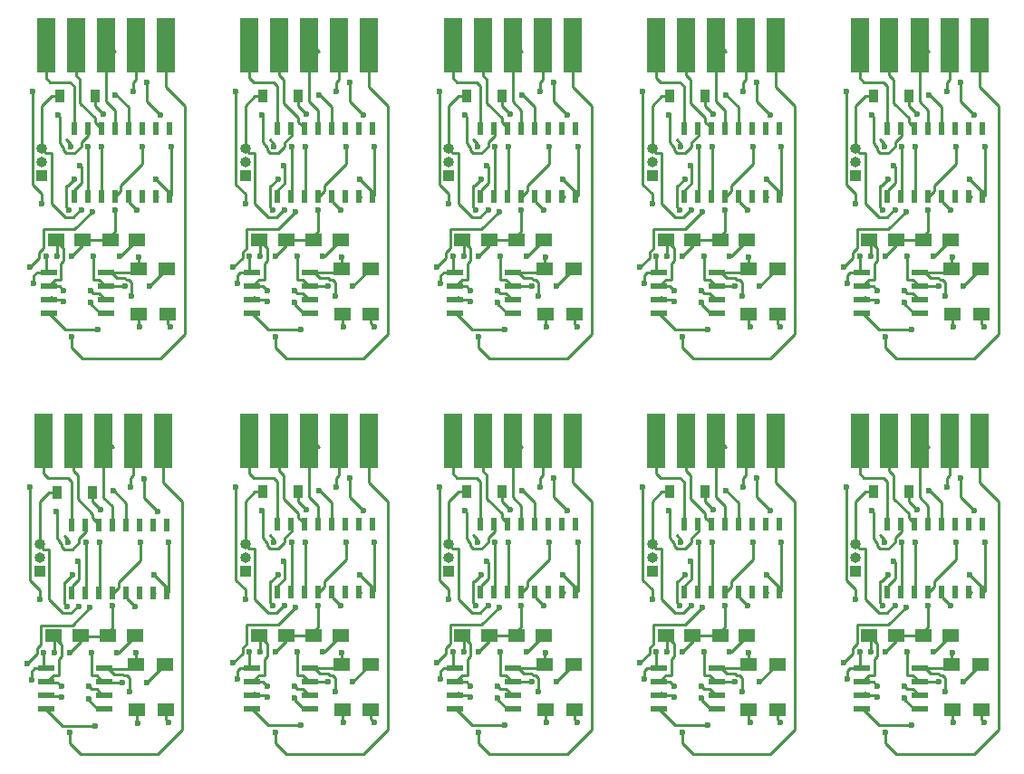
<source format=gtl>
%MOIN*%
%OFA0B0*%
%FSLAX46Y46*%
%IPPOS*%
%LPD*%
%ADD10R,0.02X0.045000000000000005*%
%ADD11R,0.0610236220472441X0.023622047244094488*%
%ADD12R,0.059055118110236227X0.051181102362204731*%
%ADD13R,0.059055118110236227X0.049212598425196853*%
%ADD14R,0.070078740157480321X0.2*%
%ADD15R,0.03937007874015748X0.03937007874015748*%
%ADD16O,0.03937007874015748X0.03937007874015748*%
%ADD17R,0.035433070866141732X0.047244094488188976*%
%ADD18C,0.023622047244094488*%
%ADD19C,0.00984251968503937*%
%ADD30R,0.02X0.045000000000000005*%
%ADD31R,0.0610236220472441X0.023622047244094488*%
%ADD32R,0.059055118110236227X0.051181102362204731*%
%ADD33R,0.059055118110236227X0.049212598425196853*%
%ADD34R,0.070078740157480321X0.2*%
%ADD35R,0.03937007874015748X0.03937007874015748*%
%ADD36O,0.03937007874015748X0.03937007874015748*%
%ADD37R,0.035433070866141732X0.047244094488188976*%
%ADD38C,0.023622047244094488*%
%ADD39C,0.00984251968503937*%
%ADD40R,0.02X0.045000000000000005*%
%ADD41R,0.0610236220472441X0.023622047244094488*%
%ADD42R,0.059055118110236227X0.051181102362204731*%
%ADD43R,0.059055118110236227X0.049212598425196853*%
%ADD44R,0.070078740157480321X0.2*%
%ADD45R,0.03937007874015748X0.03937007874015748*%
%ADD46O,0.03937007874015748X0.03937007874015748*%
%ADD47R,0.035433070866141732X0.047244094488188976*%
%ADD48C,0.023622047244094488*%
%ADD49C,0.00984251968503937*%
%ADD50R,0.02X0.045000000000000005*%
%ADD51R,0.0610236220472441X0.023622047244094488*%
%ADD52R,0.059055118110236227X0.051181102362204731*%
%ADD53R,0.059055118110236227X0.049212598425196853*%
%ADD54R,0.070078740157480321X0.2*%
%ADD55R,0.03937007874015748X0.03937007874015748*%
%ADD56O,0.03937007874015748X0.03937007874015748*%
%ADD57R,0.035433070866141732X0.047244094488188976*%
%ADD58C,0.023622047244094488*%
%ADD59C,0.00984251968503937*%
%ADD60R,0.02X0.045000000000000005*%
%ADD61R,0.0610236220472441X0.023622047244094488*%
%ADD62R,0.059055118110236227X0.051181102362204731*%
%ADD63R,0.059055118110236227X0.049212598425196853*%
%ADD64R,0.070078740157480321X0.2*%
%ADD65R,0.03937007874015748X0.03937007874015748*%
%ADD66O,0.03937007874015748X0.03937007874015748*%
%ADD67R,0.035433070866141732X0.047244094488188976*%
%ADD68C,0.023622047244094488*%
%ADD69C,0.00984251968503937*%
%ADD70R,0.02X0.045000000000000005*%
%ADD71R,0.0610236220472441X0.023622047244094488*%
%ADD72R,0.059055118110236227X0.051181102362204731*%
%ADD73R,0.059055118110236227X0.049212598425196853*%
%ADD74R,0.070078740157480321X0.2*%
%ADD75R,0.03937007874015748X0.03937007874015748*%
%ADD76O,0.03937007874015748X0.03937007874015748*%
%ADD77R,0.035433070866141732X0.047244094488188976*%
%ADD78C,0.023622047244094488*%
%ADD79C,0.00984251968503937*%
%ADD80R,0.02X0.045000000000000005*%
%ADD81R,0.0610236220472441X0.023622047244094488*%
%ADD82R,0.059055118110236227X0.051181102362204731*%
%ADD83R,0.059055118110236227X0.049212598425196853*%
%ADD84R,0.070078740157480321X0.2*%
%ADD85R,0.03937007874015748X0.03937007874015748*%
%ADD86O,0.03937007874015748X0.03937007874015748*%
%ADD87R,0.035433070866141732X0.047244094488188976*%
%ADD88C,0.023622047244094488*%
%ADD89C,0.00984251968503937*%
%ADD90R,0.02X0.045000000000000005*%
%ADD91R,0.0610236220472441X0.023622047244094488*%
%ADD92R,0.059055118110236227X0.051181102362204731*%
%ADD93R,0.059055118110236227X0.049212598425196853*%
%ADD94R,0.070078740157480321X0.2*%
%ADD95R,0.03937007874015748X0.03937007874015748*%
%ADD96O,0.03937007874015748X0.03937007874015748*%
%ADD97R,0.035433070866141732X0.047244094488188976*%
%ADD98C,0.023622047244094488*%
%ADD99C,0.00984251968503937*%
%ADD100R,0.02X0.045000000000000005*%
%ADD101R,0.0610236220472441X0.023622047244094488*%
%ADD102R,0.059055118110236227X0.051181102362204731*%
%ADD103R,0.059055118110236227X0.049212598425196853*%
%ADD104R,0.070078740157480321X0.2*%
%ADD105R,0.03937007874015748X0.03937007874015748*%
%ADD106O,0.03937007874015748X0.03937007874015748*%
%ADD107R,0.035433070866141732X0.047244094488188976*%
%ADD108C,0.023622047244094488*%
%ADD109C,0.00984251968503937*%
%ADD110R,0.02X0.045000000000000005*%
%ADD111R,0.0610236220472441X0.023622047244094488*%
%ADD112R,0.059055118110236227X0.051181102362204731*%
%ADD113R,0.059055118110236227X0.049212598425196853*%
%ADD114R,0.070078740157480321X0.2*%
%ADD115R,0.03937007874015748X0.03937007874015748*%
%ADD116O,0.03937007874015748X0.03937007874015748*%
%ADD117R,0.035433070866141732X0.047244094488188976*%
%ADD118C,0.023622047244094488*%
%ADD119C,0.00984251968503937*%
G01G01*
D10*
X-0005677499Y0005077500D02*
X0000220000Y0000927500D03*
X0000320000Y0000927500D03*
X0000370000Y0000927500D03*
X0000420000Y0000927500D03*
X0000470000Y0000927500D03*
X0000520000Y0000927500D03*
X0000570000Y0000927500D03*
X0000570000Y0000677500D03*
X0000520000Y0000677500D03*
X0000470000Y0000677500D03*
X0000420000Y0000677500D03*
X0000370000Y0000677500D03*
X0000320000Y0000677500D03*
X0000270000Y0000677500D03*
X0000220000Y0000677500D03*
X0000270000Y0000927500D03*
D11*
X0000126200Y0000398500D03*
X0000126200Y0000348500D03*
X0000126200Y0000298500D03*
X0000126200Y0000248500D03*
X0000338799Y0000248500D03*
X0000338799Y0000298500D03*
X0000338799Y0000348500D03*
X0000338799Y0000398500D03*
D12*
X0000564649Y0000246500D03*
X0000458350Y0000246500D03*
X0000456350Y0000412500D03*
X0000562649Y0000412500D03*
D13*
X0000451712Y0000518500D03*
X0000353287Y0000518500D03*
X0000153287Y0000518500D03*
X0000251712Y0000518500D03*
D14*
X0000447342Y0001235000D03*
X0000337500Y0001235000D03*
X0000227263Y0001235000D03*
X0000117421Y0001235000D03*
X0000557578Y0001235000D03*
D15*
X0000102500Y0000755000D03*
D16*
X0000102500Y0000805000D03*
X0000102500Y0000855000D03*
D17*
X0000167539Y0001047500D03*
X0000297460Y0001047500D03*
D18*
X0000102500Y0000652500D03*
X0000067500Y0001065000D03*
X0000457500Y0000455000D03*
X0000207500Y0000862500D03*
X0000432500Y0000312500D03*
X0000307500Y0000187500D03*
X0000072500Y0000357500D03*
X0000537500Y0000977500D03*
X0000487500Y0001097500D03*
X0000370000Y0000630000D03*
X0000577500Y0000862500D03*
X0000522500Y0000742500D03*
X0000117500Y0000457500D03*
X0000212500Y0000457500D03*
X0000182500Y0000332500D03*
X0000282500Y0000332500D03*
X0000157500Y0000457500D03*
X0000182500Y0000292500D03*
X0000057500Y0000417500D03*
X0000287500Y0000622500D03*
X0000247500Y0000627500D03*
X0000282500Y0000287500D03*
X0000387500Y0000457500D03*
X0000452500Y0000627500D03*
X0000472500Y0000862500D03*
X0000322500Y0000862500D03*
X0000242500Y0000792500D03*
X0000272500Y0000862500D03*
X0000437500Y0001065000D03*
X0000162500Y0000977500D03*
X0000212500Y0000162500D03*
X0000372500Y0001052500D03*
X0000222500Y0000742500D03*
X0000202500Y0000627500D03*
X0000497500Y0000347500D03*
X0000292500Y0000457500D03*
X0000407500Y0000347500D03*
X0000575000Y0000200000D03*
X0000462500Y0000197500D03*
X0000327500Y0000982500D03*
D19*
X0000522500Y0000675000D02*
X0000522500Y0000672500D01*
X0000522500Y0000672500D02*
X0000527500Y0000677500D01*
X0000522500Y0000687500D02*
X0000522500Y0000675000D01*
X0000102500Y0000687500D02*
X0000102500Y0000652500D01*
X0000067500Y0000722500D02*
X0000102500Y0000687500D01*
X0000067500Y0001065000D02*
X0000067500Y0000722500D01*
X0000456350Y0000453850D02*
X0000456350Y0000412500D01*
X0000457500Y0000455000D02*
X0000456350Y0000453850D01*
X0000192500Y0000887500D02*
X0000207500Y0000872500D01*
X0000207500Y0000872500D02*
X0000207500Y0000862500D01*
X0000338799Y0000398500D02*
X0000337500Y0000397500D01*
X0000337500Y0000397500D02*
X0000357500Y0000397500D01*
X0000357500Y0000397500D02*
X0000377500Y0000377500D01*
X0000377500Y0000377500D02*
X0000407500Y0000377500D01*
X0000187500Y0000187500D02*
X0000127500Y0000247500D01*
X0000127500Y0000247500D02*
X0000126200Y0000248500D01*
X0000338799Y0000398500D02*
X0000337500Y0000397500D01*
X0000337500Y0000397500D02*
X0000442500Y0000397500D01*
X0000442500Y0000397500D02*
X0000457500Y0000412500D01*
X0000457500Y0000412500D02*
X0000456350Y0000412500D01*
X0000407500Y0000377500D02*
X0000412500Y0000372500D01*
X0000412500Y0000372500D02*
X0000422500Y0000372500D01*
X0000422500Y0000372500D02*
X0000432500Y0000362500D01*
X0000432500Y0000362500D02*
X0000432500Y0000312500D01*
X0000307500Y0000187500D02*
X0000187500Y0000187500D01*
X0000083500Y0000398500D02*
X0000126200Y0000398500D01*
X0000072500Y0000387500D02*
X0000083500Y0000398500D01*
X0000072500Y0000357500D02*
X0000072500Y0000387500D01*
X0000537500Y0000977500D02*
X0000487500Y0001027500D01*
X0000487500Y0001027500D02*
X0000487500Y0001097500D01*
X0000353287Y0000518500D02*
X0000353287Y0000530787D01*
X0000353287Y0000530787D02*
X0000370000Y0000547500D01*
X0000370000Y0000547500D02*
X0000370000Y0000630000D01*
X0000570000Y0000677500D02*
X0000572500Y0000677500D01*
X0000572500Y0000677500D02*
X0000577500Y0000682500D01*
X0000577500Y0000682500D02*
X0000577500Y0000862500D01*
X0000353287Y0000518500D02*
X0000352500Y0000517500D01*
X0000522500Y0000742500D02*
X0000572500Y0000692500D01*
X0000572500Y0000692500D02*
X0000572500Y0000677500D01*
X0000572500Y0000677500D02*
X0000570000Y0000677500D01*
X0000126200Y0000398500D02*
X0000127500Y0000397500D01*
X0000127500Y0000397500D02*
X0000117500Y0000407500D01*
X0000117500Y0000407500D02*
X0000117500Y0000457500D01*
X0000212500Y0000457500D02*
X0000252500Y0000497500D01*
X0000252500Y0000497500D02*
X0000252500Y0000517500D01*
X0000252500Y0000517500D02*
X0000251712Y0000518500D01*
X0000127500Y0000397500D02*
X0000126200Y0000398500D01*
X0000353287Y0000518500D02*
X0000352500Y0000517500D01*
X0000251712Y0000518500D02*
X0000252500Y0000517500D01*
X0000252500Y0000517500D02*
X0000352500Y0000517500D01*
X0000352500Y0000517500D02*
X0000353287Y0000518500D01*
X0000126200Y0000348500D02*
X0000127500Y0000347500D01*
X0000127500Y0000347500D02*
X0000167500Y0000347500D01*
X0000167500Y0000347500D02*
X0000182500Y0000332500D01*
X0000282500Y0000332500D02*
X0000292500Y0000322500D01*
X0000292500Y0000322500D02*
X0000312500Y0000322500D01*
X0000312500Y0000322500D02*
X0000337500Y0000297500D01*
X0000337500Y0000297500D02*
X0000338799Y0000298500D01*
X0000153287Y0000518500D02*
X0000152500Y0000517500D01*
X0000152500Y0000517500D02*
X0000182500Y0000487500D01*
X0000182500Y0000487500D02*
X0000182500Y0000442500D01*
X0000182500Y0000442500D02*
X0000172500Y0000432500D01*
X0000172500Y0000432500D02*
X0000172500Y0000372500D01*
X0000172500Y0000372500D02*
X0000152500Y0000372500D01*
X0000152500Y0000372500D02*
X0000127500Y0000347500D01*
X0000127500Y0000347500D02*
X0000126200Y0000348500D01*
X0000153287Y0000518500D02*
X0000152500Y0000517500D01*
X0000152500Y0000517500D02*
X0000157500Y0000512500D01*
X0000157500Y0000512500D02*
X0000157500Y0000457500D01*
X0000126200Y0000298500D02*
X0000127500Y0000297500D01*
X0000127500Y0000297500D02*
X0000177500Y0000297500D01*
X0000177500Y0000297500D02*
X0000182500Y0000292500D01*
X0000057500Y0000417500D02*
X0000092500Y0000452500D01*
X0000092500Y0000452500D02*
X0000092500Y0000472500D01*
X0000092500Y0000472500D02*
X0000107500Y0000487500D01*
X0000107500Y0000487500D02*
X0000107500Y0000557500D01*
X0000107500Y0000557500D02*
X0000222500Y0000557500D01*
X0000222500Y0000557500D02*
X0000287500Y0000622500D01*
X0000137500Y0000307500D02*
X0000127500Y0000297500D01*
X0000127500Y0000297500D02*
X0000126200Y0000298500D01*
X0000167539Y0001047500D02*
X0000137500Y0001047500D01*
X0000102500Y0001012500D02*
X0000102500Y0000855000D01*
X0000137500Y0001047500D02*
X0000102500Y0001012500D01*
X0000247500Y0000627500D02*
X0000242500Y0000627500D01*
X0000242500Y0000627500D02*
X0000217500Y0000602500D01*
X0000217500Y0000602500D02*
X0000187500Y0000602500D01*
X0000187500Y0000602500D02*
X0000137500Y0000652500D01*
X0000137500Y0000652500D02*
X0000137500Y0000837500D01*
X0000137500Y0000837500D02*
X0000117500Y0000837500D01*
X0000117500Y0000837500D02*
X0000102500Y0000852500D01*
X0000102500Y0000852500D02*
X0000102500Y0000855000D01*
X0000338799Y0000248500D02*
X0000337500Y0000247500D01*
X0000337500Y0000247500D02*
X0000317500Y0000247500D01*
X0000317500Y0000247500D02*
X0000282500Y0000282500D01*
X0000282500Y0000282500D02*
X0000282500Y0000287500D01*
X0000387500Y0000457500D02*
X0000392500Y0000457500D01*
X0000392500Y0000457500D02*
X0000452500Y0000517500D01*
X0000452500Y0000517500D02*
X0000451712Y0000518500D01*
X0000452500Y0000627500D02*
X0000422500Y0000657500D01*
X0000422500Y0000657500D02*
X0000422500Y0000677500D01*
X0000422500Y0000677500D02*
X0000420000Y0000677500D01*
X0000370000Y0000677500D02*
X0000372500Y0000677500D01*
X0000372500Y0000677500D02*
X0000392500Y0000697500D01*
X0000392500Y0000697500D02*
X0000392500Y0000717500D01*
X0000392500Y0000717500D02*
X0000472500Y0000797500D01*
X0000472500Y0000797500D02*
X0000472500Y0000862500D01*
X0000372500Y0000662500D02*
X0000372500Y0000675000D01*
X0000322500Y0000862500D02*
X0000322500Y0000677500D01*
X0000322500Y0000677500D02*
X0000320000Y0000677500D01*
X0000242500Y0000792500D02*
X0000247500Y0000787500D01*
X0000247500Y0000787500D02*
X0000247500Y0000727500D01*
X0000247500Y0000727500D02*
X0000222500Y0000702500D01*
X0000222500Y0000702500D02*
X0000222500Y0000677500D01*
X0000222500Y0000677500D02*
X0000220000Y0000677500D01*
X0000272500Y0000862500D02*
X0000272500Y0000677500D01*
X0000272500Y0000677500D02*
X0000270000Y0000677500D01*
X0000437500Y0001065000D02*
X0000437500Y0001100000D01*
X0000162500Y0000977500D02*
X0000167500Y0000972500D01*
X0000167500Y0000972500D02*
X0000167500Y0000877500D01*
X0000167500Y0000877500D02*
X0000172500Y0000872500D01*
X0000172500Y0000872500D02*
X0000172500Y0000867500D01*
X0000172500Y0000867500D02*
X0000182500Y0000857500D01*
X0000182500Y0000857500D02*
X0000182500Y0000847500D01*
X0000182500Y0000847500D02*
X0000192500Y0000837500D01*
X0000192500Y0000837500D02*
X0000222500Y0000837500D01*
X0000222500Y0000837500D02*
X0000247500Y0000862500D01*
X0000247500Y0000862500D02*
X0000247500Y0000877500D01*
X0000247500Y0000877500D02*
X0000272500Y0000902500D01*
X0000272500Y0000927500D02*
X0000272500Y0000902500D01*
X0000447342Y0001109842D02*
X0000447342Y0001235000D01*
X0000437500Y0001100000D02*
X0000447342Y0001109842D01*
X0000462342Y0001232500D02*
X0000462500Y0001232500D01*
X0000272500Y0000927500D02*
X0000270000Y0000927500D01*
X0000462342Y0001232500D02*
X0000462500Y0001232500D01*
X0000462500Y0001232500D02*
X0000447500Y0001217500D01*
X0000272500Y0000925000D02*
X0000272500Y0000922500D01*
X0000337500Y0001235000D02*
X0000337500Y0001027500D01*
X0000370000Y0000995000D02*
X0000370000Y0000927500D01*
X0000337500Y0001027500D02*
X0000370000Y0000995000D01*
X0000352500Y0001232500D02*
X0000372500Y0001212500D01*
X0000372500Y0000927500D02*
X0000370000Y0000927500D01*
X0000352500Y0001232500D02*
X0000322500Y0001202500D01*
X0000372500Y0000925000D02*
X0000372500Y0000922500D01*
X0000242500Y0001022500D02*
X0000242500Y0001110000D01*
X0000297500Y0000967500D02*
X0000242500Y0001022500D01*
X0000297500Y0000952500D02*
X0000297500Y0000967500D01*
X0000322500Y0000927500D02*
X0000297500Y0000952500D01*
X0000227263Y0001125236D02*
X0000227263Y0001235000D01*
X0000242500Y0001110000D02*
X0000227263Y0001125236D01*
X0000320000Y0000927500D02*
X0000322500Y0000927500D01*
X0000242500Y0001232500D02*
X0000242263Y0001232500D01*
X0000242500Y0001232500D02*
X0000242263Y0001232500D01*
X0000220000Y0000927500D02*
X0000220000Y0001085000D01*
X0000117421Y0001115078D02*
X0000117421Y0001235000D01*
X0000132500Y0001100000D02*
X0000117421Y0001115078D01*
X0000205000Y0001100000D02*
X0000132500Y0001100000D01*
X0000220000Y0001085000D02*
X0000205000Y0001100000D01*
X0000132421Y0001232500D02*
X0000132500Y0001232500D01*
X0000222500Y0000927500D02*
X0000220000Y0000927500D01*
X0000132500Y0001232500D02*
X0000132421Y0001232500D01*
X0000557578Y0001235000D02*
X0000557578Y0001082421D01*
X0000212500Y0000122500D02*
X0000212500Y0000162500D01*
X0000252500Y0000082500D02*
X0000212500Y0000122500D01*
X0000537500Y0000082500D02*
X0000252500Y0000082500D01*
X0000557578Y0001082421D02*
X0000627500Y0001012500D01*
X0000572578Y0001232500D02*
X0000572500Y0001232500D01*
X0000572578Y0001232500D02*
X0000572500Y0001232500D01*
X0000627500Y0000172500D02*
X0000537500Y0000082500D01*
X0000627500Y0001012500D02*
X0000627500Y0000172500D01*
X0000372500Y0001052500D02*
X0000375000Y0001052500D01*
X0000420000Y0001007500D02*
X0000420000Y0000927500D01*
X0000375000Y0001052500D02*
X0000420000Y0001007500D01*
X0000422500Y0000947500D02*
X0000422500Y0000927500D01*
X0000422500Y0000927500D02*
X0000420000Y0000927500D01*
X0000222500Y0000742500D02*
X0000197500Y0000717500D01*
X0000197500Y0000717500D02*
X0000192500Y0000717500D01*
X0000192500Y0000717500D02*
X0000192500Y0000637500D01*
X0000192500Y0000637500D02*
X0000202500Y0000627500D01*
X0000497500Y0000347500D02*
X0000562500Y0000412500D01*
X0000292500Y0000457500D02*
X0000292500Y0000372500D01*
X0000292500Y0000372500D02*
X0000312500Y0000372500D01*
X0000312500Y0000372500D02*
X0000337500Y0000347500D01*
X0000337500Y0000347500D02*
X0000338799Y0000348500D01*
X0000338799Y0000348500D02*
X0000337500Y0000347500D01*
X0000337500Y0000347500D02*
X0000407500Y0000347500D01*
X0000562500Y0000412500D02*
X0000562649Y0000412500D01*
X0000564649Y0000210350D02*
X0000564649Y0000246500D01*
X0000564649Y0000246500D02*
X0000562500Y0000247500D01*
X0000562500Y0000247500D02*
X0000547500Y0000262500D01*
X0000575000Y0000200000D02*
X0000564649Y0000210350D01*
X0000458350Y0000246500D02*
X0000458350Y0000201649D01*
X0000458350Y0000201649D02*
X0000462500Y0000197500D01*
X0000458350Y0000246500D02*
X0000457500Y0000247500D01*
X0000297460Y0001012539D02*
X0000297460Y0001047500D01*
X0000327500Y0000982500D02*
X0000297460Y0001012539D01*
G04 next file*
G04 #@! TF.GenerationSoftware,KiCad,Pcbnew,(5.0.2)-1*
G04 #@! TF.CreationDate,2019-07-10T16:32:42+02:00*
G04 #@! TF.ProjectId,joystick tester systest,6a6f7973-7469-4636-9b20-746573746572,rev?*
G04 #@! TF.SameCoordinates,Original*
G04 #@! TF.FileFunction,Copper,L1,Top*
G04 #@! TF.FilePolarity,Positive*
G04 Gerber Fmt 4.6, Leading zero omitted, Abs format (unit mm)*
G04 Created by KiCad (PCBNEW (5.0.2)-1) date 10-7-2019 16:32:42*
G01G01*
G04 APERTURE LIST*
G04 #@! TA.AperFunction,SMDPad,CuDef*
G04 #@! TD*
G04 #@! TA.AperFunction,SMDPad,CuDef*
G04 #@! TD*
G04 #@! TA.AperFunction,SMDPad,CuDef*
G04 #@! TD*
G04 #@! TA.AperFunction,SMDPad,CuDef*
G04 #@! TD*
G04 #@! TA.AperFunction,ConnectorPad*
G04 #@! TD*
G04 #@! TA.AperFunction,ComponentPad*
G04 #@! TD*
G04 #@! TA.AperFunction,ComponentPad*
G04 #@! TD*
G04 #@! TA.AperFunction,SMDPad,CuDef*
G04 #@! TD*
G04 #@! TA.AperFunction,ViaPad*
G04 #@! TD*
G04 #@! TA.AperFunction,Conductor*
G04 #@! TD*
G04 APERTURE END LIST*
D30*
G04 #@! TO.P,U3,16*
G04 #@! TO.N,FORWARD*
X-0005669291Y0006535433D02*
X0000228208Y0002385433D03*
G04 #@! TO.P,U3,14*
G04 #@! TO.N,BACK*
X0000328208Y0002385433D03*
G04 #@! TO.P,U3,13*
G04 #@! TO.N,LEFT*
X0000378208Y0002385433D03*
G04 #@! TO.P,U3,12*
G04 #@! TO.N,BT1*
X0000428208Y0002385433D03*
G04 #@! TO.P,U3,11*
G04 #@! TO.N,Net-(U3-Pad11)*
X0000478208Y0002385433D03*
G04 #@! TO.P,U3,10*
G04 #@! TO.N,Net-(U3-Pad10)*
X0000528208Y0002385433D03*
G04 #@! TO.P,U3,9*
G04 #@! TO.N,Net-(U3-Pad9)*
X0000578208Y0002385433D03*
G04 #@! TO.P,U3,8*
G04 #@! TO.N,GND*
X0000578208Y0002135433D03*
G04 #@! TO.P,U3,7*
G04 #@! TO.N,Net-(U3-Pad7)*
X0000528208Y0002135433D03*
G04 #@! TO.P,U3,6*
G04 #@! TO.N,Net-(U3-Pad6)*
X0000478208Y0002135433D03*
G04 #@! TO.P,U3,5*
G04 #@! TO.N,Net-(U2-Pad10)*
X0000428208Y0002135433D03*
G04 #@! TO.P,U3,4*
G04 #@! TO.N,Net-(U2-Pad7)*
X0000378208Y0002135433D03*
G04 #@! TO.P,U3,3*
G04 #@! TO.N,Net-(U2-Pad4)*
X0000328208Y0002135433D03*
G04 #@! TO.P,U3,2*
G04 #@! TO.N,Net-(U2-Pad2)*
X0000278208Y0002135433D03*
G04 #@! TO.P,U3,1*
G04 #@! TO.N,Net-(U2-Pad3)*
X0000228208Y0002135433D03*
G04 #@! TO.P,U3,15*
G04 #@! TO.N,RIGHT*
X0000278208Y0002385433D03*
G04 #@! TD*
D31*
G04 #@! TO.P,U1,1*
G04 #@! TO.N,GND*
X0000134409Y0001856433D03*
G04 #@! TO.P,U1,2*
G04 #@! TO.N,THR*
X0000134409Y0001806433D03*
G04 #@! TO.P,U1,3*
G04 #@! TO.N,Net-(U1-Pad3)*
X0000134409Y0001756433D03*
G04 #@! TO.P,U1,4*
G04 #@! TO.N,VCC*
X0000134409Y0001706433D03*
G04 #@! TO.P,U1,5*
G04 #@! TO.N,Net-(C1-Pad1)*
X0000347007Y0001706433D03*
G04 #@! TO.P,U1,6*
G04 #@! TO.N,THR*
X0000347007Y0001756433D03*
G04 #@! TO.P,U1,7*
G04 #@! TO.N,Net-(R3-Pad1)*
X0000347007Y0001806433D03*
G04 #@! TO.P,U1,8*
G04 #@! TO.N,VCC*
X0000347007Y0001856433D03*
G04 #@! TD*
D32*
G04 #@! TO.P,R2,1*
G04 #@! TO.N,Net-(JP1-Pad1)*
X0000572858Y0001704433D03*
G04 #@! TO.P,R2,2*
G04 #@! TO.N,Net-(Q2-Pad1)*
X0000466559Y0001704433D03*
G04 #@! TD*
G04 #@! TO.P,R4,1*
G04 #@! TO.N,VCC*
X0000464559Y0001870433D03*
G04 #@! TO.P,R4,2*
G04 #@! TO.N,Net-(R3-Pad1)*
X0000570858Y0001870433D03*
G04 #@! TD*
D33*
G04 #@! TO.P,C1,1*
G04 #@! TO.N,Net-(C1-Pad1)*
X0000459921Y0001976433D03*
G04 #@! TO.P,C1,2*
G04 #@! TO.N,GND*
X0000361496Y0001976433D03*
G04 #@! TD*
G04 #@! TO.P,C2,1*
G04 #@! TO.N,THR*
X0000161496Y0001976433D03*
G04 #@! TO.P,C2,2*
G04 #@! TO.N,GND*
X0000259921Y0001976433D03*
G04 #@! TD*
D34*
G04 #@! TO.P,J1,4*
G04 #@! TO.N,RIGHT*
X0000455551Y0002692933D03*
G04 #@! TO.P,J1,3*
G04 #@! TO.N,LEFT*
X0000345708Y0002692933D03*
G04 #@! TO.P,J1,2*
G04 #@! TO.N,BACK*
X0000235472Y0002692933D03*
G04 #@! TO.P,J1,1*
G04 #@! TO.N,FORWARD*
X0000125629Y0002692933D03*
G04 #@! TO.P,J1,5*
G04 #@! TO.N,BT3*
X0000565787Y0002692933D03*
G04 #@! TD*
D35*
G04 #@! TO.P,JP1,1*
G04 #@! TO.N,Net-(JP1-Pad1)*
X0000110708Y0002212933D03*
D36*
G04 #@! TO.P,JP1,2*
G04 #@! TO.N,Net-(JP1-Pad2)*
X0000110708Y0002262933D03*
G04 #@! TO.P,JP1,3*
G04 #@! TO.N,RST*
X0000110708Y0002312933D03*
G04 #@! TD*
D37*
G04 #@! TO.P,D1,1*
G04 #@! TO.N,RST*
X0000175747Y0002505433D03*
G04 #@! TO.P,D1,2*
G04 #@! TO.N,Net-(D1-Pad2)*
X0000305669Y0002505433D03*
G04 #@! TD*
D38*
G04 #@! TO.N,VCC*
X0000110708Y0002110433D03*
X0000075708Y0002522933D03*
X0000465708Y0001912933D03*
X0000215708Y0002320433D03*
X0000440708Y0001770433D03*
X0000315708Y0001645433D03*
G04 #@! TO.N,GND*
X0000080708Y0001815433D03*
X0000545708Y0002435433D03*
X0000495708Y0002555433D03*
X0000378208Y0002087933D03*
X0000585708Y0002320433D03*
X0000530708Y0002200433D03*
X0000125708Y0001915433D03*
X0000220708Y0001915433D03*
G04 #@! TO.N,THR*
X0000190708Y0001790433D03*
X0000290708Y0001790433D03*
X0000165708Y0001915433D03*
G04 #@! TO.N,Net-(U1-Pad3)*
X0000190708Y0001750433D03*
X0000065708Y0001875433D03*
X0000295708Y0002080433D03*
G04 #@! TO.N,RST*
X0000255708Y0002085433D03*
G04 #@! TO.N,Net-(C1-Pad1)*
X0000290708Y0001745433D03*
X0000395708Y0001915433D03*
G04 #@! TO.N,Net-(U2-Pad10)*
X0000460708Y0002085433D03*
G04 #@! TO.N,Net-(U2-Pad7)*
X0000480708Y0002320433D03*
G04 #@! TO.N,Net-(U2-Pad4)*
X0000330708Y0002320433D03*
G04 #@! TO.N,Net-(U2-Pad3)*
X0000250708Y0002250433D03*
G04 #@! TO.N,Net-(U2-Pad2)*
X0000280708Y0002320433D03*
G04 #@! TO.N,RIGHT*
X0000445708Y0002522933D03*
X0000170708Y0002435433D03*
G04 #@! TO.N,BT3*
X0000220708Y0001620433D03*
G04 #@! TO.N,BT1*
X0000380708Y0002510433D03*
G04 #@! TO.N,Net-(R1-Pad1)*
X0000230708Y0002200433D03*
X0000210708Y0002085433D03*
G04 #@! TO.N,Net-(R3-Pad1)*
X0000505708Y0001805433D03*
X0000300708Y0001915433D03*
X0000415708Y0001805433D03*
G04 #@! TO.N,Net-(JP1-Pad1)*
X0000583208Y0001657933D03*
G04 #@! TO.N,Net-(Q2-Pad1)*
X0000470708Y0001655433D03*
G04 #@! TO.N,Net-(D1-Pad2)*
X0000335708Y0002440433D03*
G04 #@! TD*
D39*
G04 #@! TO.N,Net-(U3-Pad7)*
X0000530708Y0002132933D02*
X0000530708Y0002130433D01*
X0000530708Y0002130433D02*
X0000535708Y0002135433D01*
X0000530708Y0002145433D02*
X0000530708Y0002132933D01*
G04 #@! TO.N,VCC*
X0000110708Y0002145433D02*
X0000110708Y0002110433D01*
X0000075708Y0002180433D02*
X0000110708Y0002145433D01*
X0000075708Y0002522933D02*
X0000075708Y0002180433D01*
X0000464559Y0001911783D02*
X0000464559Y0001870433D01*
X0000465708Y0001912933D02*
X0000464559Y0001911783D01*
X0000200708Y0002345433D02*
X0000215708Y0002330433D01*
X0000215708Y0002330433D02*
X0000215708Y0002320433D01*
X0000347007Y0001856433D02*
X0000345708Y0001855433D01*
X0000345708Y0001855433D02*
X0000365708Y0001855433D01*
X0000365708Y0001855433D02*
X0000385708Y0001835433D01*
X0000385708Y0001835433D02*
X0000415708Y0001835433D01*
X0000195708Y0001645433D02*
X0000135708Y0001705433D01*
X0000135708Y0001705433D02*
X0000134409Y0001706433D01*
X0000347007Y0001856433D02*
X0000345708Y0001855433D01*
X0000345708Y0001855433D02*
X0000450708Y0001855433D01*
X0000450708Y0001855433D02*
X0000465708Y0001870433D01*
X0000465708Y0001870433D02*
X0000464559Y0001870433D01*
X0000415708Y0001835433D02*
X0000420708Y0001830433D01*
X0000420708Y0001830433D02*
X0000430708Y0001830433D01*
X0000430708Y0001830433D02*
X0000440708Y0001820433D01*
X0000440708Y0001820433D02*
X0000440708Y0001770433D01*
X0000315708Y0001645433D02*
X0000195708Y0001645433D01*
G04 #@! TO.N,GND*
X0000091708Y0001856433D02*
X0000134409Y0001856433D01*
X0000080708Y0001845433D02*
X0000091708Y0001856433D01*
X0000080708Y0001815433D02*
X0000080708Y0001845433D01*
X0000545708Y0002435433D02*
X0000495708Y0002485433D01*
X0000495708Y0002485433D02*
X0000495708Y0002555433D01*
X0000361496Y0001976433D02*
X0000361496Y0001988720D01*
X0000361496Y0001988720D02*
X0000378208Y0002005433D01*
X0000378208Y0002005433D02*
X0000378208Y0002087933D01*
X0000578208Y0002135433D02*
X0000580708Y0002135433D01*
X0000580708Y0002135433D02*
X0000585708Y0002140433D01*
X0000585708Y0002140433D02*
X0000585708Y0002320433D01*
X0000361496Y0001976433D02*
X0000360708Y0001975433D01*
X0000530708Y0002200433D02*
X0000580708Y0002150433D01*
X0000580708Y0002150433D02*
X0000580708Y0002135433D01*
X0000580708Y0002135433D02*
X0000578208Y0002135433D01*
X0000134409Y0001856433D02*
X0000135708Y0001855433D01*
X0000135708Y0001855433D02*
X0000125708Y0001865433D01*
X0000125708Y0001865433D02*
X0000125708Y0001915433D01*
X0000220708Y0001915433D02*
X0000260708Y0001955433D01*
X0000260708Y0001955433D02*
X0000260708Y0001975433D01*
X0000260708Y0001975433D02*
X0000259921Y0001976433D01*
X0000135708Y0001855433D02*
X0000134409Y0001856433D01*
X0000361496Y0001976433D02*
X0000360708Y0001975433D01*
X0000259921Y0001976433D02*
X0000260708Y0001975433D01*
X0000260708Y0001975433D02*
X0000360708Y0001975433D01*
X0000360708Y0001975433D02*
X0000361496Y0001976433D01*
G04 #@! TO.N,THR*
X0000134409Y0001806433D02*
X0000135708Y0001805433D01*
X0000135708Y0001805433D02*
X0000175708Y0001805433D01*
X0000175708Y0001805433D02*
X0000190708Y0001790433D01*
X0000290708Y0001790433D02*
X0000300708Y0001780433D01*
X0000300708Y0001780433D02*
X0000320708Y0001780433D01*
X0000320708Y0001780433D02*
X0000345708Y0001755433D01*
X0000345708Y0001755433D02*
X0000347007Y0001756433D01*
X0000161496Y0001976433D02*
X0000160708Y0001975433D01*
X0000160708Y0001975433D02*
X0000190708Y0001945433D01*
X0000190708Y0001945433D02*
X0000190708Y0001900433D01*
X0000190708Y0001900433D02*
X0000180708Y0001890433D01*
X0000180708Y0001890433D02*
X0000180708Y0001830433D01*
X0000180708Y0001830433D02*
X0000160708Y0001830433D01*
X0000160708Y0001830433D02*
X0000135708Y0001805433D01*
X0000135708Y0001805433D02*
X0000134409Y0001806433D01*
X0000161496Y0001976433D02*
X0000160708Y0001975433D01*
X0000160708Y0001975433D02*
X0000165708Y0001970433D01*
X0000165708Y0001970433D02*
X0000165708Y0001915433D01*
G04 #@! TO.N,Net-(U1-Pad3)*
X0000134409Y0001756433D02*
X0000135708Y0001755433D01*
X0000135708Y0001755433D02*
X0000185708Y0001755433D01*
X0000185708Y0001755433D02*
X0000190708Y0001750433D01*
X0000065708Y0001875433D02*
X0000100708Y0001910433D01*
X0000100708Y0001910433D02*
X0000100708Y0001930433D01*
X0000100708Y0001930433D02*
X0000115708Y0001945433D01*
X0000115708Y0001945433D02*
X0000115708Y0002015433D01*
X0000115708Y0002015433D02*
X0000230708Y0002015433D01*
X0000230708Y0002015433D02*
X0000295708Y0002080433D01*
X0000145708Y0001765433D02*
X0000135708Y0001755433D01*
X0000135708Y0001755433D02*
X0000134409Y0001756433D01*
G04 #@! TO.N,RST*
X0000175747Y0002505433D02*
X0000145708Y0002505433D01*
X0000110708Y0002470433D02*
X0000110708Y0002312933D01*
X0000145708Y0002505433D02*
X0000110708Y0002470433D01*
X0000255708Y0002085433D02*
X0000250708Y0002085433D01*
X0000250708Y0002085433D02*
X0000225708Y0002060433D01*
X0000225708Y0002060433D02*
X0000195708Y0002060433D01*
X0000195708Y0002060433D02*
X0000145708Y0002110433D01*
X0000145708Y0002110433D02*
X0000145708Y0002295433D01*
X0000145708Y0002295433D02*
X0000125708Y0002295433D01*
X0000125708Y0002295433D02*
X0000110708Y0002310433D01*
X0000110708Y0002310433D02*
X0000110708Y0002312933D01*
G04 #@! TO.N,Net-(C1-Pad1)*
X0000347007Y0001706433D02*
X0000345708Y0001705433D01*
X0000345708Y0001705433D02*
X0000325708Y0001705433D01*
X0000325708Y0001705433D02*
X0000290708Y0001740433D01*
X0000290708Y0001740433D02*
X0000290708Y0001745433D01*
X0000395708Y0001915433D02*
X0000400708Y0001915433D01*
X0000400708Y0001915433D02*
X0000460708Y0001975433D01*
X0000460708Y0001975433D02*
X0000459921Y0001976433D01*
G04 #@! TO.N,Net-(U2-Pad10)*
X0000460708Y0002085433D02*
X0000430708Y0002115433D01*
X0000430708Y0002115433D02*
X0000430708Y0002135433D01*
X0000430708Y0002135433D02*
X0000428208Y0002135433D01*
G04 #@! TO.N,Net-(U2-Pad7)*
X0000378208Y0002135433D02*
X0000380708Y0002135433D01*
X0000380708Y0002135433D02*
X0000400708Y0002155433D01*
X0000400708Y0002155433D02*
X0000400708Y0002175433D01*
X0000400708Y0002175433D02*
X0000480708Y0002255433D01*
X0000480708Y0002255433D02*
X0000480708Y0002320433D01*
X0000380708Y0002120433D02*
X0000380708Y0002132933D01*
G04 #@! TO.N,Net-(U2-Pad4)*
X0000330708Y0002320433D02*
X0000330708Y0002135433D01*
X0000330708Y0002135433D02*
X0000328208Y0002135433D01*
G04 #@! TO.N,Net-(U2-Pad3)*
X0000250708Y0002250433D02*
X0000255708Y0002245433D01*
X0000255708Y0002245433D02*
X0000255708Y0002185433D01*
X0000255708Y0002185433D02*
X0000230708Y0002160433D01*
X0000230708Y0002160433D02*
X0000230708Y0002135433D01*
X0000230708Y0002135433D02*
X0000228208Y0002135433D01*
G04 #@! TO.N,Net-(U2-Pad2)*
X0000280708Y0002320433D02*
X0000280708Y0002135433D01*
X0000280708Y0002135433D02*
X0000278208Y0002135433D01*
G04 #@! TO.N,RIGHT*
X0000445708Y0002522933D02*
X0000445708Y0002557933D01*
X0000170708Y0002435433D02*
X0000175708Y0002430433D01*
X0000175708Y0002430433D02*
X0000175708Y0002335433D01*
X0000175708Y0002335433D02*
X0000180708Y0002330433D01*
X0000180708Y0002330433D02*
X0000180708Y0002325433D01*
X0000180708Y0002325433D02*
X0000190708Y0002315433D01*
X0000190708Y0002315433D02*
X0000190708Y0002305433D01*
X0000190708Y0002305433D02*
X0000200708Y0002295433D01*
X0000200708Y0002295433D02*
X0000230708Y0002295433D01*
X0000230708Y0002295433D02*
X0000255708Y0002320433D01*
X0000255708Y0002320433D02*
X0000255708Y0002335433D01*
X0000255708Y0002335433D02*
X0000280708Y0002360433D01*
X0000280708Y0002385433D02*
X0000280708Y0002360433D01*
X0000455551Y0002567775D02*
X0000455551Y0002692933D01*
X0000445708Y0002557933D02*
X0000455551Y0002567775D01*
X0000470551Y0002690433D02*
X0000470708Y0002690433D01*
X0000280708Y0002385433D02*
X0000278208Y0002385433D01*
X0000470551Y0002690433D02*
X0000470708Y0002690433D01*
X0000470708Y0002690433D02*
X0000455708Y0002675433D01*
X0000280708Y0002382933D02*
X0000280708Y0002380433D01*
G04 #@! TO.N,LEFT*
X0000345708Y0002692933D02*
X0000345708Y0002485433D01*
X0000378208Y0002452933D02*
X0000378208Y0002385433D01*
X0000345708Y0002485433D02*
X0000378208Y0002452933D01*
X0000360708Y0002690433D02*
X0000380708Y0002670433D01*
X0000380708Y0002385433D02*
X0000378208Y0002385433D01*
X0000360708Y0002690433D02*
X0000330708Y0002660433D01*
X0000380708Y0002382933D02*
X0000380708Y0002380433D01*
G04 #@! TO.N,BACK*
X0000250708Y0002480433D02*
X0000250708Y0002567933D01*
X0000305708Y0002425433D02*
X0000250708Y0002480433D01*
X0000305708Y0002410433D02*
X0000305708Y0002425433D01*
X0000330708Y0002385433D02*
X0000305708Y0002410433D01*
X0000235472Y0002583169D02*
X0000235472Y0002692933D01*
X0000250708Y0002567933D02*
X0000235472Y0002583169D01*
X0000328208Y0002385433D02*
X0000330708Y0002385433D01*
X0000250708Y0002690433D02*
X0000250472Y0002690433D01*
X0000250708Y0002690433D02*
X0000250472Y0002690433D01*
G04 #@! TO.N,FORWARD*
X0000228208Y0002385433D02*
X0000228208Y0002542933D01*
X0000125629Y0002573011D02*
X0000125629Y0002692933D01*
X0000140708Y0002557933D02*
X0000125629Y0002573011D01*
X0000213208Y0002557933D02*
X0000140708Y0002557933D01*
X0000228208Y0002542933D02*
X0000213208Y0002557933D01*
X0000140629Y0002690433D02*
X0000140708Y0002690433D01*
X0000230708Y0002385433D02*
X0000228208Y0002385433D01*
X0000140708Y0002690433D02*
X0000140629Y0002690433D01*
G04 #@! TO.N,BT3*
X0000565787Y0002692933D02*
X0000565787Y0002540354D01*
X0000220708Y0001580433D02*
X0000220708Y0001620433D01*
X0000260708Y0001540433D02*
X0000220708Y0001580433D01*
X0000545708Y0001540433D02*
X0000260708Y0001540433D01*
X0000565787Y0002540354D02*
X0000635708Y0002470433D01*
X0000580787Y0002690433D02*
X0000580708Y0002690433D01*
X0000580787Y0002690433D02*
X0000580708Y0002690433D01*
X0000635708Y0001630433D02*
X0000545708Y0001540433D01*
X0000635708Y0002470433D02*
X0000635708Y0001630433D01*
G04 #@! TO.N,BT1*
X0000380708Y0002510433D02*
X0000383208Y0002510433D01*
X0000428208Y0002465433D02*
X0000428208Y0002385433D01*
X0000383208Y0002510433D02*
X0000428208Y0002465433D01*
X0000430708Y0002405433D02*
X0000430708Y0002385433D01*
X0000430708Y0002385433D02*
X0000428208Y0002385433D01*
G04 #@! TO.N,Net-(R1-Pad1)*
X0000230708Y0002200433D02*
X0000205708Y0002175433D01*
X0000205708Y0002175433D02*
X0000200708Y0002175433D01*
X0000200708Y0002175433D02*
X0000200708Y0002095433D01*
X0000200708Y0002095433D02*
X0000210708Y0002085433D01*
G04 #@! TO.N,Net-(R3-Pad1)*
X0000505708Y0001805433D02*
X0000570708Y0001870433D01*
X0000300708Y0001915433D02*
X0000300708Y0001830433D01*
X0000300708Y0001830433D02*
X0000320708Y0001830433D01*
X0000320708Y0001830433D02*
X0000345708Y0001805433D01*
X0000345708Y0001805433D02*
X0000347007Y0001806433D01*
X0000347007Y0001806433D02*
X0000345708Y0001805433D01*
X0000345708Y0001805433D02*
X0000415708Y0001805433D01*
X0000570708Y0001870433D02*
X0000570858Y0001870433D01*
G04 #@! TO.N,Net-(JP1-Pad1)*
X0000572858Y0001668283D02*
X0000572858Y0001704433D01*
X0000572858Y0001704433D02*
X0000570708Y0001705433D01*
X0000570708Y0001705433D02*
X0000555708Y0001720433D01*
X0000583208Y0001657933D02*
X0000572858Y0001668283D01*
G04 #@! TO.N,Net-(Q2-Pad1)*
X0000466559Y0001704433D02*
X0000466559Y0001659582D01*
X0000466559Y0001659582D02*
X0000470708Y0001655433D01*
X0000466559Y0001704433D02*
X0000465708Y0001705433D01*
G04 #@! TO.N,Net-(D1-Pad2)*
X0000305669Y0002470472D02*
X0000305669Y0002505433D01*
X0000335708Y0002440433D02*
X0000305669Y0002470472D01*
G04 #@! TD*
G04 next file*
G04 #@! TF.GenerationSoftware,KiCad,Pcbnew,(5.0.2)-1*
G04 #@! TF.CreationDate,2019-07-10T16:32:42+02:00*
G04 #@! TF.ProjectId,joystick tester systest,6a6f7973-7469-4636-9b20-746573746572,rev?*
G04 #@! TF.SameCoordinates,Original*
G04 #@! TF.FileFunction,Copper,L1,Top*
G04 #@! TF.FilePolarity,Positive*
G04 Gerber Fmt 4.6, Leading zero omitted, Abs format (unit mm)*
G04 Created by KiCad (PCBNEW (5.0.2)-1) date 10-7-2019 16:32:42*
G01G01*
G04 APERTURE LIST*
G04 #@! TA.AperFunction,SMDPad,CuDef*
G04 #@! TD*
G04 #@! TA.AperFunction,SMDPad,CuDef*
G04 #@! TD*
G04 #@! TA.AperFunction,SMDPad,CuDef*
G04 #@! TD*
G04 #@! TA.AperFunction,SMDPad,CuDef*
G04 #@! TD*
G04 #@! TA.AperFunction,ConnectorPad*
G04 #@! TD*
G04 #@! TA.AperFunction,ComponentPad*
G04 #@! TD*
G04 #@! TA.AperFunction,ComponentPad*
G04 #@! TD*
G04 #@! TA.AperFunction,SMDPad,CuDef*
G04 #@! TD*
G04 #@! TA.AperFunction,ViaPad*
G04 #@! TD*
G04 #@! TA.AperFunction,Conductor*
G04 #@! TD*
G04 APERTURE END LIST*
D40*
G04 #@! TO.P,U3,16*
G04 #@! TO.N,FORWARD*
X-0004921259Y0005078740D02*
X0000976240Y0000928740D03*
G04 #@! TO.P,U3,14*
G04 #@! TO.N,BACK*
X0001076240Y0000928740D03*
G04 #@! TO.P,U3,13*
G04 #@! TO.N,LEFT*
X0001126240Y0000928740D03*
G04 #@! TO.P,U3,12*
G04 #@! TO.N,BT1*
X0001176240Y0000928740D03*
G04 #@! TO.P,U3,11*
G04 #@! TO.N,Net-(U3-Pad11)*
X0001226240Y0000928740D03*
G04 #@! TO.P,U3,10*
G04 #@! TO.N,Net-(U3-Pad10)*
X0001276240Y0000928740D03*
G04 #@! TO.P,U3,9*
G04 #@! TO.N,Net-(U3-Pad9)*
X0001326240Y0000928740D03*
G04 #@! TO.P,U3,8*
G04 #@! TO.N,GND*
X0001326240Y0000678740D03*
G04 #@! TO.P,U3,7*
G04 #@! TO.N,Net-(U3-Pad7)*
X0001276240Y0000678740D03*
G04 #@! TO.P,U3,6*
G04 #@! TO.N,Net-(U3-Pad6)*
X0001226240Y0000678740D03*
G04 #@! TO.P,U3,5*
G04 #@! TO.N,Net-(U2-Pad10)*
X0001176240Y0000678740D03*
G04 #@! TO.P,U3,4*
G04 #@! TO.N,Net-(U2-Pad7)*
X0001126240Y0000678740D03*
G04 #@! TO.P,U3,3*
G04 #@! TO.N,Net-(U2-Pad4)*
X0001076240Y0000678740D03*
G04 #@! TO.P,U3,2*
G04 #@! TO.N,Net-(U2-Pad2)*
X0001026240Y0000678740D03*
G04 #@! TO.P,U3,1*
G04 #@! TO.N,Net-(U2-Pad3)*
X0000976240Y0000678740D03*
G04 #@! TO.P,U3,15*
G04 #@! TO.N,RIGHT*
X0001026240Y0000928740D03*
G04 #@! TD*
D41*
G04 #@! TO.P,U1,1*
G04 #@! TO.N,GND*
X0000882440Y0000399740D03*
G04 #@! TO.P,U1,2*
G04 #@! TO.N,THR*
X0000882440Y0000349740D03*
G04 #@! TO.P,U1,3*
G04 #@! TO.N,Net-(U1-Pad3)*
X0000882440Y0000299740D03*
G04 #@! TO.P,U1,4*
G04 #@! TO.N,VCC*
X0000882440Y0000249740D03*
G04 #@! TO.P,U1,5*
G04 #@! TO.N,Net-(C1-Pad1)*
X0001095039Y0000249740D03*
G04 #@! TO.P,U1,6*
G04 #@! TO.N,THR*
X0001095039Y0000299740D03*
G04 #@! TO.P,U1,7*
G04 #@! TO.N,Net-(R3-Pad1)*
X0001095039Y0000349740D03*
G04 #@! TO.P,U1,8*
G04 #@! TO.N,VCC*
X0001095039Y0000399740D03*
G04 #@! TD*
D42*
G04 #@! TO.P,R2,1*
G04 #@! TO.N,Net-(JP1-Pad1)*
X0001320889Y0000247740D03*
G04 #@! TO.P,R2,2*
G04 #@! TO.N,Net-(Q2-Pad1)*
X0001214590Y0000247740D03*
G04 #@! TD*
G04 #@! TO.P,R4,1*
G04 #@! TO.N,VCC*
X0001212590Y0000413740D03*
G04 #@! TO.P,R4,2*
G04 #@! TO.N,Net-(R3-Pad1)*
X0001318889Y0000413740D03*
G04 #@! TD*
D43*
G04 #@! TO.P,C1,1*
G04 #@! TO.N,Net-(C1-Pad1)*
X0001207952Y0000519740D03*
G04 #@! TO.P,C1,2*
G04 #@! TO.N,GND*
X0001109527Y0000519740D03*
G04 #@! TD*
G04 #@! TO.P,C2,1*
G04 #@! TO.N,THR*
X0000909527Y0000519740D03*
G04 #@! TO.P,C2,2*
G04 #@! TO.N,GND*
X0001007952Y0000519740D03*
G04 #@! TD*
D44*
G04 #@! TO.P,J1,4*
G04 #@! TO.N,RIGHT*
X0001203582Y0001236240D03*
G04 #@! TO.P,J1,3*
G04 #@! TO.N,LEFT*
X0001093740Y0001236240D03*
G04 #@! TO.P,J1,2*
G04 #@! TO.N,BACK*
X0000983503Y0001236240D03*
G04 #@! TO.P,J1,1*
G04 #@! TO.N,FORWARD*
X0000873661Y0001236240D03*
G04 #@! TO.P,J1,5*
G04 #@! TO.N,BT3*
X0001313818Y0001236240D03*
G04 #@! TD*
D45*
G04 #@! TO.P,JP1,1*
G04 #@! TO.N,Net-(JP1-Pad1)*
X0000858740Y0000756240D03*
D46*
G04 #@! TO.P,JP1,2*
G04 #@! TO.N,Net-(JP1-Pad2)*
X0000858740Y0000806240D03*
G04 #@! TO.P,JP1,3*
G04 #@! TO.N,RST*
X0000858740Y0000856240D03*
G04 #@! TD*
D47*
G04 #@! TO.P,D1,1*
G04 #@! TO.N,RST*
X0000923779Y0001048740D03*
G04 #@! TO.P,D1,2*
G04 #@! TO.N,Net-(D1-Pad2)*
X0001053700Y0001048740D03*
G04 #@! TD*
D48*
G04 #@! TO.N,VCC*
X0000858740Y0000653740D03*
X0000823740Y0001066240D03*
X0001213740Y0000456240D03*
X0000963740Y0000863740D03*
X0001188740Y0000313740D03*
X0001063740Y0000188740D03*
G04 #@! TO.N,GND*
X0000828740Y0000358740D03*
X0001293740Y0000978740D03*
X0001243740Y0001098740D03*
X0001126240Y0000631240D03*
X0001333740Y0000863740D03*
X0001278740Y0000743740D03*
X0000873740Y0000458740D03*
X0000968740Y0000458740D03*
G04 #@! TO.N,THR*
X0000938740Y0000333740D03*
X0001038740Y0000333740D03*
X0000913740Y0000458740D03*
G04 #@! TO.N,Net-(U1-Pad3)*
X0000938740Y0000293740D03*
X0000813740Y0000418740D03*
X0001043740Y0000623740D03*
G04 #@! TO.N,RST*
X0001003740Y0000628740D03*
G04 #@! TO.N,Net-(C1-Pad1)*
X0001038740Y0000288740D03*
X0001143740Y0000458740D03*
G04 #@! TO.N,Net-(U2-Pad10)*
X0001208740Y0000628740D03*
G04 #@! TO.N,Net-(U2-Pad7)*
X0001228740Y0000863740D03*
G04 #@! TO.N,Net-(U2-Pad4)*
X0001078740Y0000863740D03*
G04 #@! TO.N,Net-(U2-Pad3)*
X0000998740Y0000793740D03*
G04 #@! TO.N,Net-(U2-Pad2)*
X0001028740Y0000863740D03*
G04 #@! TO.N,RIGHT*
X0001193740Y0001066240D03*
X0000918740Y0000978740D03*
G04 #@! TO.N,BT3*
X0000968740Y0000163740D03*
G04 #@! TO.N,BT1*
X0001128740Y0001053740D03*
G04 #@! TO.N,Net-(R1-Pad1)*
X0000978740Y0000743740D03*
X0000958740Y0000628740D03*
G04 #@! TO.N,Net-(R3-Pad1)*
X0001253740Y0000348740D03*
X0001048740Y0000458740D03*
X0001163740Y0000348740D03*
G04 #@! TO.N,Net-(JP1-Pad1)*
X0001331240Y0000201240D03*
G04 #@! TO.N,Net-(Q2-Pad1)*
X0001218740Y0000198740D03*
G04 #@! TO.N,Net-(D1-Pad2)*
X0001083740Y0000983740D03*
G04 #@! TD*
D49*
G04 #@! TO.N,Net-(U3-Pad7)*
X0001278740Y0000676240D02*
X0001278740Y0000673740D01*
X0001278740Y0000673740D02*
X0001283740Y0000678740D01*
X0001278740Y0000688740D02*
X0001278740Y0000676240D01*
G04 #@! TO.N,VCC*
X0000858740Y0000688740D02*
X0000858740Y0000653740D01*
X0000823740Y0000723740D02*
X0000858740Y0000688740D01*
X0000823740Y0001066240D02*
X0000823740Y0000723740D01*
X0001212590Y0000455090D02*
X0001212590Y0000413740D01*
X0001213740Y0000456240D02*
X0001212590Y0000455090D01*
X0000948740Y0000888740D02*
X0000963740Y0000873740D01*
X0000963740Y0000873740D02*
X0000963740Y0000863740D01*
X0001095039Y0000399740D02*
X0001093740Y0000398740D01*
X0001093740Y0000398740D02*
X0001113740Y0000398740D01*
X0001113740Y0000398740D02*
X0001133740Y0000378740D01*
X0001133740Y0000378740D02*
X0001163740Y0000378740D01*
X0000943740Y0000188740D02*
X0000883740Y0000248740D01*
X0000883740Y0000248740D02*
X0000882440Y0000249740D01*
X0001095039Y0000399740D02*
X0001093740Y0000398740D01*
X0001093740Y0000398740D02*
X0001198740Y0000398740D01*
X0001198740Y0000398740D02*
X0001213740Y0000413740D01*
X0001213740Y0000413740D02*
X0001212590Y0000413740D01*
X0001163740Y0000378740D02*
X0001168740Y0000373740D01*
X0001168740Y0000373740D02*
X0001178740Y0000373740D01*
X0001178740Y0000373740D02*
X0001188740Y0000363740D01*
X0001188740Y0000363740D02*
X0001188740Y0000313740D01*
X0001063740Y0000188740D02*
X0000943740Y0000188740D01*
G04 #@! TO.N,GND*
X0000839740Y0000399740D02*
X0000882440Y0000399740D01*
X0000828740Y0000388740D02*
X0000839740Y0000399740D01*
X0000828740Y0000358740D02*
X0000828740Y0000388740D01*
X0001293740Y0000978740D02*
X0001243740Y0001028740D01*
X0001243740Y0001028740D02*
X0001243740Y0001098740D01*
X0001109527Y0000519740D02*
X0001109527Y0000532027D01*
X0001109527Y0000532027D02*
X0001126240Y0000548740D01*
X0001126240Y0000548740D02*
X0001126240Y0000631240D01*
X0001326240Y0000678740D02*
X0001328740Y0000678740D01*
X0001328740Y0000678740D02*
X0001333740Y0000683740D01*
X0001333740Y0000683740D02*
X0001333740Y0000863740D01*
X0001109527Y0000519740D02*
X0001108740Y0000518740D01*
X0001278740Y0000743740D02*
X0001328740Y0000693740D01*
X0001328740Y0000693740D02*
X0001328740Y0000678740D01*
X0001328740Y0000678740D02*
X0001326240Y0000678740D01*
X0000882440Y0000399740D02*
X0000883740Y0000398740D01*
X0000883740Y0000398740D02*
X0000873740Y0000408740D01*
X0000873740Y0000408740D02*
X0000873740Y0000458740D01*
X0000968740Y0000458740D02*
X0001008740Y0000498740D01*
X0001008740Y0000498740D02*
X0001008740Y0000518740D01*
X0001008740Y0000518740D02*
X0001007952Y0000519740D01*
X0000883740Y0000398740D02*
X0000882440Y0000399740D01*
X0001109527Y0000519740D02*
X0001108740Y0000518740D01*
X0001007952Y0000519740D02*
X0001008740Y0000518740D01*
X0001008740Y0000518740D02*
X0001108740Y0000518740D01*
X0001108740Y0000518740D02*
X0001109527Y0000519740D01*
G04 #@! TO.N,THR*
X0000882440Y0000349740D02*
X0000883740Y0000348740D01*
X0000883740Y0000348740D02*
X0000923740Y0000348740D01*
X0000923740Y0000348740D02*
X0000938740Y0000333740D01*
X0001038740Y0000333740D02*
X0001048740Y0000323740D01*
X0001048740Y0000323740D02*
X0001068740Y0000323740D01*
X0001068740Y0000323740D02*
X0001093740Y0000298740D01*
X0001093740Y0000298740D02*
X0001095039Y0000299740D01*
X0000909527Y0000519740D02*
X0000908740Y0000518740D01*
X0000908740Y0000518740D02*
X0000938740Y0000488740D01*
X0000938740Y0000488740D02*
X0000938740Y0000443740D01*
X0000938740Y0000443740D02*
X0000928740Y0000433740D01*
X0000928740Y0000433740D02*
X0000928740Y0000373740D01*
X0000928740Y0000373740D02*
X0000908740Y0000373740D01*
X0000908740Y0000373740D02*
X0000883740Y0000348740D01*
X0000883740Y0000348740D02*
X0000882440Y0000349740D01*
X0000909527Y0000519740D02*
X0000908740Y0000518740D01*
X0000908740Y0000518740D02*
X0000913740Y0000513740D01*
X0000913740Y0000513740D02*
X0000913740Y0000458740D01*
G04 #@! TO.N,Net-(U1-Pad3)*
X0000882440Y0000299740D02*
X0000883740Y0000298740D01*
X0000883740Y0000298740D02*
X0000933740Y0000298740D01*
X0000933740Y0000298740D02*
X0000938740Y0000293740D01*
X0000813740Y0000418740D02*
X0000848740Y0000453740D01*
X0000848740Y0000453740D02*
X0000848740Y0000473740D01*
X0000848740Y0000473740D02*
X0000863740Y0000488740D01*
X0000863740Y0000488740D02*
X0000863740Y0000558740D01*
X0000863740Y0000558740D02*
X0000978740Y0000558740D01*
X0000978740Y0000558740D02*
X0001043740Y0000623740D01*
X0000893740Y0000308740D02*
X0000883740Y0000298740D01*
X0000883740Y0000298740D02*
X0000882440Y0000299740D01*
G04 #@! TO.N,RST*
X0000923779Y0001048740D02*
X0000893740Y0001048740D01*
X0000858740Y0001013740D02*
X0000858740Y0000856240D01*
X0000893740Y0001048740D02*
X0000858740Y0001013740D01*
X0001003740Y0000628740D02*
X0000998740Y0000628740D01*
X0000998740Y0000628740D02*
X0000973740Y0000603740D01*
X0000973740Y0000603740D02*
X0000943740Y0000603740D01*
X0000943740Y0000603740D02*
X0000893740Y0000653740D01*
X0000893740Y0000653740D02*
X0000893740Y0000838740D01*
X0000893740Y0000838740D02*
X0000873740Y0000838740D01*
X0000873740Y0000838740D02*
X0000858740Y0000853740D01*
X0000858740Y0000853740D02*
X0000858740Y0000856240D01*
G04 #@! TO.N,Net-(C1-Pad1)*
X0001095039Y0000249740D02*
X0001093740Y0000248740D01*
X0001093740Y0000248740D02*
X0001073740Y0000248740D01*
X0001073740Y0000248740D02*
X0001038740Y0000283740D01*
X0001038740Y0000283740D02*
X0001038740Y0000288740D01*
X0001143740Y0000458740D02*
X0001148740Y0000458740D01*
X0001148740Y0000458740D02*
X0001208740Y0000518740D01*
X0001208740Y0000518740D02*
X0001207952Y0000519740D01*
G04 #@! TO.N,Net-(U2-Pad10)*
X0001208740Y0000628740D02*
X0001178740Y0000658740D01*
X0001178740Y0000658740D02*
X0001178740Y0000678740D01*
X0001178740Y0000678740D02*
X0001176240Y0000678740D01*
G04 #@! TO.N,Net-(U2-Pad7)*
X0001126240Y0000678740D02*
X0001128740Y0000678740D01*
X0001128740Y0000678740D02*
X0001148740Y0000698740D01*
X0001148740Y0000698740D02*
X0001148740Y0000718740D01*
X0001148740Y0000718740D02*
X0001228740Y0000798740D01*
X0001228740Y0000798740D02*
X0001228740Y0000863740D01*
X0001128740Y0000663740D02*
X0001128740Y0000676240D01*
G04 #@! TO.N,Net-(U2-Pad4)*
X0001078740Y0000863740D02*
X0001078740Y0000678740D01*
X0001078740Y0000678740D02*
X0001076240Y0000678740D01*
G04 #@! TO.N,Net-(U2-Pad3)*
X0000998740Y0000793740D02*
X0001003740Y0000788740D01*
X0001003740Y0000788740D02*
X0001003740Y0000728740D01*
X0001003740Y0000728740D02*
X0000978740Y0000703740D01*
X0000978740Y0000703740D02*
X0000978740Y0000678740D01*
X0000978740Y0000678740D02*
X0000976240Y0000678740D01*
G04 #@! TO.N,Net-(U2-Pad2)*
X0001028740Y0000863740D02*
X0001028740Y0000678740D01*
X0001028740Y0000678740D02*
X0001026240Y0000678740D01*
G04 #@! TO.N,RIGHT*
X0001193740Y0001066240D02*
X0001193740Y0001101240D01*
X0000918740Y0000978740D02*
X0000923740Y0000973740D01*
X0000923740Y0000973740D02*
X0000923740Y0000878740D01*
X0000923740Y0000878740D02*
X0000928740Y0000873740D01*
X0000928740Y0000873740D02*
X0000928740Y0000868740D01*
X0000928740Y0000868740D02*
X0000938740Y0000858740D01*
X0000938740Y0000858740D02*
X0000938740Y0000848740D01*
X0000938740Y0000848740D02*
X0000948740Y0000838740D01*
X0000948740Y0000838740D02*
X0000978740Y0000838740D01*
X0000978740Y0000838740D02*
X0001003740Y0000863740D01*
X0001003740Y0000863740D02*
X0001003740Y0000878740D01*
X0001003740Y0000878740D02*
X0001028740Y0000903740D01*
X0001028740Y0000928740D02*
X0001028740Y0000903740D01*
X0001203582Y0001111082D02*
X0001203582Y0001236240D01*
X0001193740Y0001101240D02*
X0001203582Y0001111082D01*
X0001218582Y0001233740D02*
X0001218740Y0001233740D01*
X0001028740Y0000928740D02*
X0001026240Y0000928740D01*
X0001218582Y0001233740D02*
X0001218740Y0001233740D01*
X0001218740Y0001233740D02*
X0001203740Y0001218740D01*
X0001028740Y0000926240D02*
X0001028740Y0000923740D01*
G04 #@! TO.N,LEFT*
X0001093740Y0001236240D02*
X0001093740Y0001028740D01*
X0001126240Y0000996240D02*
X0001126240Y0000928740D01*
X0001093740Y0001028740D02*
X0001126240Y0000996240D01*
X0001108740Y0001233740D02*
X0001128740Y0001213740D01*
X0001128740Y0000928740D02*
X0001126240Y0000928740D01*
X0001108740Y0001233740D02*
X0001078740Y0001203740D01*
X0001128740Y0000926240D02*
X0001128740Y0000923740D01*
G04 #@! TO.N,BACK*
X0000998740Y0001023740D02*
X0000998740Y0001111240D01*
X0001053740Y0000968740D02*
X0000998740Y0001023740D01*
X0001053740Y0000953740D02*
X0001053740Y0000968740D01*
X0001078740Y0000928740D02*
X0001053740Y0000953740D01*
X0000983503Y0001126476D02*
X0000983503Y0001236240D01*
X0000998740Y0001111240D02*
X0000983503Y0001126476D01*
X0001076240Y0000928740D02*
X0001078740Y0000928740D01*
X0000998740Y0001233740D02*
X0000998503Y0001233740D01*
X0000998740Y0001233740D02*
X0000998503Y0001233740D01*
G04 #@! TO.N,FORWARD*
X0000976240Y0000928740D02*
X0000976240Y0001086240D01*
X0000873661Y0001116318D02*
X0000873661Y0001236240D01*
X0000888740Y0001101240D02*
X0000873661Y0001116318D01*
X0000961240Y0001101240D02*
X0000888740Y0001101240D01*
X0000976240Y0001086240D02*
X0000961240Y0001101240D01*
X0000888661Y0001233740D02*
X0000888740Y0001233740D01*
X0000978740Y0000928740D02*
X0000976240Y0000928740D01*
X0000888740Y0001233740D02*
X0000888661Y0001233740D01*
G04 #@! TO.N,BT3*
X0001313818Y0001236240D02*
X0001313818Y0001083661D01*
X0000968740Y0000123740D02*
X0000968740Y0000163740D01*
X0001008740Y0000083740D02*
X0000968740Y0000123740D01*
X0001293740Y0000083740D02*
X0001008740Y0000083740D01*
X0001313818Y0001083661D02*
X0001383740Y0001013740D01*
X0001328818Y0001233740D02*
X0001328740Y0001233740D01*
X0001328818Y0001233740D02*
X0001328740Y0001233740D01*
X0001383740Y0000173740D02*
X0001293740Y0000083740D01*
X0001383740Y0001013740D02*
X0001383740Y0000173740D01*
G04 #@! TO.N,BT1*
X0001128740Y0001053740D02*
X0001131240Y0001053740D01*
X0001176240Y0001008740D02*
X0001176240Y0000928740D01*
X0001131240Y0001053740D02*
X0001176240Y0001008740D01*
X0001178740Y0000948740D02*
X0001178740Y0000928740D01*
X0001178740Y0000928740D02*
X0001176240Y0000928740D01*
G04 #@! TO.N,Net-(R1-Pad1)*
X0000978740Y0000743740D02*
X0000953740Y0000718740D01*
X0000953740Y0000718740D02*
X0000948740Y0000718740D01*
X0000948740Y0000718740D02*
X0000948740Y0000638740D01*
X0000948740Y0000638740D02*
X0000958740Y0000628740D01*
G04 #@! TO.N,Net-(R3-Pad1)*
X0001253740Y0000348740D02*
X0001318740Y0000413740D01*
X0001048740Y0000458740D02*
X0001048740Y0000373740D01*
X0001048740Y0000373740D02*
X0001068740Y0000373740D01*
X0001068740Y0000373740D02*
X0001093740Y0000348740D01*
X0001093740Y0000348740D02*
X0001095039Y0000349740D01*
X0001095039Y0000349740D02*
X0001093740Y0000348740D01*
X0001093740Y0000348740D02*
X0001163740Y0000348740D01*
X0001318740Y0000413740D02*
X0001318889Y0000413740D01*
G04 #@! TO.N,Net-(JP1-Pad1)*
X0001320889Y0000211590D02*
X0001320889Y0000247740D01*
X0001320889Y0000247740D02*
X0001318740Y0000248740D01*
X0001318740Y0000248740D02*
X0001303740Y0000263740D01*
X0001331240Y0000201240D02*
X0001320889Y0000211590D01*
G04 #@! TO.N,Net-(Q2-Pad1)*
X0001214590Y0000247740D02*
X0001214590Y0000202889D01*
X0001214590Y0000202889D02*
X0001218740Y0000198740D01*
X0001214590Y0000247740D02*
X0001213740Y0000248740D01*
G04 #@! TO.N,Net-(D1-Pad2)*
X0001053700Y0001013779D02*
X0001053700Y0001048740D01*
X0001083740Y0000983740D02*
X0001053700Y0001013779D01*
G04 #@! TD*
G04 next file*
G04 #@! TF.GenerationSoftware,KiCad,Pcbnew,(5.0.2)-1*
G04 #@! TF.CreationDate,2019-07-10T16:32:42+02:00*
G04 #@! TF.ProjectId,joystick tester systest,6a6f7973-7469-4636-9b20-746573746572,rev?*
G04 #@! TF.SameCoordinates,Original*
G04 #@! TF.FileFunction,Copper,L1,Top*
G04 #@! TF.FilePolarity,Positive*
G04 Gerber Fmt 4.6, Leading zero omitted, Abs format (unit mm)*
G04 Created by KiCad (PCBNEW (5.0.2)-1) date 10-7-2019 16:32:42*
G01G01*
G04 APERTURE LIST*
G04 #@! TA.AperFunction,SMDPad,CuDef*
G04 #@! TD*
G04 #@! TA.AperFunction,SMDPad,CuDef*
G04 #@! TD*
G04 #@! TA.AperFunction,SMDPad,CuDef*
G04 #@! TD*
G04 #@! TA.AperFunction,SMDPad,CuDef*
G04 #@! TD*
G04 #@! TA.AperFunction,ConnectorPad*
G04 #@! TD*
G04 #@! TA.AperFunction,ComponentPad*
G04 #@! TD*
G04 #@! TA.AperFunction,ComponentPad*
G04 #@! TD*
G04 #@! TA.AperFunction,SMDPad,CuDef*
G04 #@! TD*
G04 #@! TA.AperFunction,ViaPad*
G04 #@! TD*
G04 #@! TA.AperFunction,Conductor*
G04 #@! TD*
G04 APERTURE END LIST*
D50*
G04 #@! TO.P,U3,16*
G04 #@! TO.N,FORWARD*
X-0004173228Y0005078740D02*
X0001724271Y0000928740D03*
G04 #@! TO.P,U3,14*
G04 #@! TO.N,BACK*
X0001824271Y0000928740D03*
G04 #@! TO.P,U3,13*
G04 #@! TO.N,LEFT*
X0001874271Y0000928740D03*
G04 #@! TO.P,U3,12*
G04 #@! TO.N,BT1*
X0001924271Y0000928740D03*
G04 #@! TO.P,U3,11*
G04 #@! TO.N,Net-(U3-Pad11)*
X0001974271Y0000928740D03*
G04 #@! TO.P,U3,10*
G04 #@! TO.N,Net-(U3-Pad10)*
X0002024271Y0000928740D03*
G04 #@! TO.P,U3,9*
G04 #@! TO.N,Net-(U3-Pad9)*
X0002074271Y0000928740D03*
G04 #@! TO.P,U3,8*
G04 #@! TO.N,GND*
X0002074271Y0000678740D03*
G04 #@! TO.P,U3,7*
G04 #@! TO.N,Net-(U3-Pad7)*
X0002024271Y0000678740D03*
G04 #@! TO.P,U3,6*
G04 #@! TO.N,Net-(U3-Pad6)*
X0001974271Y0000678740D03*
G04 #@! TO.P,U3,5*
G04 #@! TO.N,Net-(U2-Pad10)*
X0001924271Y0000678740D03*
G04 #@! TO.P,U3,4*
G04 #@! TO.N,Net-(U2-Pad7)*
X0001874271Y0000678740D03*
G04 #@! TO.P,U3,3*
G04 #@! TO.N,Net-(U2-Pad4)*
X0001824271Y0000678740D03*
G04 #@! TO.P,U3,2*
G04 #@! TO.N,Net-(U2-Pad2)*
X0001774271Y0000678740D03*
G04 #@! TO.P,U3,1*
G04 #@! TO.N,Net-(U2-Pad3)*
X0001724271Y0000678740D03*
G04 #@! TO.P,U3,15*
G04 #@! TO.N,RIGHT*
X0001774271Y0000928740D03*
G04 #@! TD*
D51*
G04 #@! TO.P,U1,1*
G04 #@! TO.N,GND*
X0001630472Y0000399740D03*
G04 #@! TO.P,U1,2*
G04 #@! TO.N,THR*
X0001630472Y0000349740D03*
G04 #@! TO.P,U1,3*
G04 #@! TO.N,Net-(U1-Pad3)*
X0001630472Y0000299740D03*
G04 #@! TO.P,U1,4*
G04 #@! TO.N,VCC*
X0001630472Y0000249740D03*
G04 #@! TO.P,U1,5*
G04 #@! TO.N,Net-(C1-Pad1)*
X0001843070Y0000249740D03*
G04 #@! TO.P,U1,6*
G04 #@! TO.N,THR*
X0001843070Y0000299740D03*
G04 #@! TO.P,U1,7*
G04 #@! TO.N,Net-(R3-Pad1)*
X0001843070Y0000349740D03*
G04 #@! TO.P,U1,8*
G04 #@! TO.N,VCC*
X0001843070Y0000399740D03*
G04 #@! TD*
D52*
G04 #@! TO.P,R2,1*
G04 #@! TO.N,Net-(JP1-Pad1)*
X0002068921Y0000247740D03*
G04 #@! TO.P,R2,2*
G04 #@! TO.N,Net-(Q2-Pad1)*
X0001962622Y0000247740D03*
G04 #@! TD*
G04 #@! TO.P,R4,1*
G04 #@! TO.N,VCC*
X0001960622Y0000413740D03*
G04 #@! TO.P,R4,2*
G04 #@! TO.N,Net-(R3-Pad1)*
X0002066921Y0000413740D03*
G04 #@! TD*
D53*
G04 #@! TO.P,C1,1*
G04 #@! TO.N,Net-(C1-Pad1)*
X0001955984Y0000519740D03*
G04 #@! TO.P,C1,2*
G04 #@! TO.N,GND*
X0001857559Y0000519740D03*
G04 #@! TD*
G04 #@! TO.P,C2,1*
G04 #@! TO.N,THR*
X0001657559Y0000519740D03*
G04 #@! TO.P,C2,2*
G04 #@! TO.N,GND*
X0001755984Y0000519740D03*
G04 #@! TD*
D54*
G04 #@! TO.P,J1,4*
G04 #@! TO.N,RIGHT*
X0001951614Y0001236240D03*
G04 #@! TO.P,J1,3*
G04 #@! TO.N,LEFT*
X0001841771Y0001236240D03*
G04 #@! TO.P,J1,2*
G04 #@! TO.N,BACK*
X0001731535Y0001236240D03*
G04 #@! TO.P,J1,1*
G04 #@! TO.N,FORWARD*
X0001621692Y0001236240D03*
G04 #@! TO.P,J1,5*
G04 #@! TO.N,BT3*
X0002061850Y0001236240D03*
G04 #@! TD*
D55*
G04 #@! TO.P,JP1,1*
G04 #@! TO.N,Net-(JP1-Pad1)*
X0001606771Y0000756240D03*
D56*
G04 #@! TO.P,JP1,2*
G04 #@! TO.N,Net-(JP1-Pad2)*
X0001606771Y0000806240D03*
G04 #@! TO.P,JP1,3*
G04 #@! TO.N,RST*
X0001606771Y0000856240D03*
G04 #@! TD*
D57*
G04 #@! TO.P,D1,1*
G04 #@! TO.N,RST*
X0001671811Y0001048740D03*
G04 #@! TO.P,D1,2*
G04 #@! TO.N,Net-(D1-Pad2)*
X0001801732Y0001048740D03*
G04 #@! TD*
D58*
G04 #@! TO.N,VCC*
X0001606771Y0000653740D03*
X0001571771Y0001066240D03*
X0001961771Y0000456240D03*
X0001711771Y0000863740D03*
X0001936771Y0000313740D03*
X0001811771Y0000188740D03*
G04 #@! TO.N,GND*
X0001576771Y0000358740D03*
X0002041771Y0000978740D03*
X0001991771Y0001098740D03*
X0001874271Y0000631240D03*
X0002081771Y0000863740D03*
X0002026771Y0000743740D03*
X0001621771Y0000458740D03*
X0001716771Y0000458740D03*
G04 #@! TO.N,THR*
X0001686771Y0000333740D03*
X0001786771Y0000333740D03*
X0001661771Y0000458740D03*
G04 #@! TO.N,Net-(U1-Pad3)*
X0001686771Y0000293740D03*
X0001561771Y0000418740D03*
X0001791771Y0000623740D03*
G04 #@! TO.N,RST*
X0001751771Y0000628740D03*
G04 #@! TO.N,Net-(C1-Pad1)*
X0001786771Y0000288740D03*
X0001891771Y0000458740D03*
G04 #@! TO.N,Net-(U2-Pad10)*
X0001956771Y0000628740D03*
G04 #@! TO.N,Net-(U2-Pad7)*
X0001976771Y0000863740D03*
G04 #@! TO.N,Net-(U2-Pad4)*
X0001826771Y0000863740D03*
G04 #@! TO.N,Net-(U2-Pad3)*
X0001746771Y0000793740D03*
G04 #@! TO.N,Net-(U2-Pad2)*
X0001776771Y0000863740D03*
G04 #@! TO.N,RIGHT*
X0001941771Y0001066240D03*
X0001666771Y0000978740D03*
G04 #@! TO.N,BT3*
X0001716771Y0000163740D03*
G04 #@! TO.N,BT1*
X0001876771Y0001053740D03*
G04 #@! TO.N,Net-(R1-Pad1)*
X0001726771Y0000743740D03*
X0001706771Y0000628740D03*
G04 #@! TO.N,Net-(R3-Pad1)*
X0002001771Y0000348740D03*
X0001796771Y0000458740D03*
X0001911771Y0000348740D03*
G04 #@! TO.N,Net-(JP1-Pad1)*
X0002079271Y0000201240D03*
G04 #@! TO.N,Net-(Q2-Pad1)*
X0001966771Y0000198740D03*
G04 #@! TO.N,Net-(D1-Pad2)*
X0001831771Y0000983740D03*
G04 #@! TD*
D59*
G04 #@! TO.N,Net-(U3-Pad7)*
X0002026771Y0000676240D02*
X0002026771Y0000673740D01*
X0002026771Y0000673740D02*
X0002031771Y0000678740D01*
X0002026771Y0000688740D02*
X0002026771Y0000676240D01*
G04 #@! TO.N,VCC*
X0001606771Y0000688740D02*
X0001606771Y0000653740D01*
X0001571771Y0000723740D02*
X0001606771Y0000688740D01*
X0001571771Y0001066240D02*
X0001571771Y0000723740D01*
X0001960622Y0000455090D02*
X0001960622Y0000413740D01*
X0001961771Y0000456240D02*
X0001960622Y0000455090D01*
X0001696771Y0000888740D02*
X0001711771Y0000873740D01*
X0001711771Y0000873740D02*
X0001711771Y0000863740D01*
X0001843070Y0000399740D02*
X0001841771Y0000398740D01*
X0001841771Y0000398740D02*
X0001861771Y0000398740D01*
X0001861771Y0000398740D02*
X0001881771Y0000378740D01*
X0001881771Y0000378740D02*
X0001911771Y0000378740D01*
X0001691771Y0000188740D02*
X0001631771Y0000248740D01*
X0001631771Y0000248740D02*
X0001630472Y0000249740D01*
X0001843070Y0000399740D02*
X0001841771Y0000398740D01*
X0001841771Y0000398740D02*
X0001946771Y0000398740D01*
X0001946771Y0000398740D02*
X0001961771Y0000413740D01*
X0001961771Y0000413740D02*
X0001960622Y0000413740D01*
X0001911771Y0000378740D02*
X0001916771Y0000373740D01*
X0001916771Y0000373740D02*
X0001926771Y0000373740D01*
X0001926771Y0000373740D02*
X0001936771Y0000363740D01*
X0001936771Y0000363740D02*
X0001936771Y0000313740D01*
X0001811771Y0000188740D02*
X0001691771Y0000188740D01*
G04 #@! TO.N,GND*
X0001587771Y0000399740D02*
X0001630472Y0000399740D01*
X0001576771Y0000388740D02*
X0001587771Y0000399740D01*
X0001576771Y0000358740D02*
X0001576771Y0000388740D01*
X0002041771Y0000978740D02*
X0001991771Y0001028740D01*
X0001991771Y0001028740D02*
X0001991771Y0001098740D01*
X0001857559Y0000519740D02*
X0001857559Y0000532027D01*
X0001857559Y0000532027D02*
X0001874271Y0000548740D01*
X0001874271Y0000548740D02*
X0001874271Y0000631240D01*
X0002074271Y0000678740D02*
X0002076771Y0000678740D01*
X0002076771Y0000678740D02*
X0002081771Y0000683740D01*
X0002081771Y0000683740D02*
X0002081771Y0000863740D01*
X0001857559Y0000519740D02*
X0001856771Y0000518740D01*
X0002026771Y0000743740D02*
X0002076771Y0000693740D01*
X0002076771Y0000693740D02*
X0002076771Y0000678740D01*
X0002076771Y0000678740D02*
X0002074271Y0000678740D01*
X0001630472Y0000399740D02*
X0001631771Y0000398740D01*
X0001631771Y0000398740D02*
X0001621771Y0000408740D01*
X0001621771Y0000408740D02*
X0001621771Y0000458740D01*
X0001716771Y0000458740D02*
X0001756771Y0000498740D01*
X0001756771Y0000498740D02*
X0001756771Y0000518740D01*
X0001756771Y0000518740D02*
X0001755984Y0000519740D01*
X0001631771Y0000398740D02*
X0001630472Y0000399740D01*
X0001857559Y0000519740D02*
X0001856771Y0000518740D01*
X0001755984Y0000519740D02*
X0001756771Y0000518740D01*
X0001756771Y0000518740D02*
X0001856771Y0000518740D01*
X0001856771Y0000518740D02*
X0001857559Y0000519740D01*
G04 #@! TO.N,THR*
X0001630472Y0000349740D02*
X0001631771Y0000348740D01*
X0001631771Y0000348740D02*
X0001671771Y0000348740D01*
X0001671771Y0000348740D02*
X0001686771Y0000333740D01*
X0001786771Y0000333740D02*
X0001796771Y0000323740D01*
X0001796771Y0000323740D02*
X0001816771Y0000323740D01*
X0001816771Y0000323740D02*
X0001841771Y0000298740D01*
X0001841771Y0000298740D02*
X0001843070Y0000299740D01*
X0001657559Y0000519740D02*
X0001656771Y0000518740D01*
X0001656771Y0000518740D02*
X0001686771Y0000488740D01*
X0001686771Y0000488740D02*
X0001686771Y0000443740D01*
X0001686771Y0000443740D02*
X0001676771Y0000433740D01*
X0001676771Y0000433740D02*
X0001676771Y0000373740D01*
X0001676771Y0000373740D02*
X0001656771Y0000373740D01*
X0001656771Y0000373740D02*
X0001631771Y0000348740D01*
X0001631771Y0000348740D02*
X0001630472Y0000349740D01*
X0001657559Y0000519740D02*
X0001656771Y0000518740D01*
X0001656771Y0000518740D02*
X0001661771Y0000513740D01*
X0001661771Y0000513740D02*
X0001661771Y0000458740D01*
G04 #@! TO.N,Net-(U1-Pad3)*
X0001630472Y0000299740D02*
X0001631771Y0000298740D01*
X0001631771Y0000298740D02*
X0001681771Y0000298740D01*
X0001681771Y0000298740D02*
X0001686771Y0000293740D01*
X0001561771Y0000418740D02*
X0001596771Y0000453740D01*
X0001596771Y0000453740D02*
X0001596771Y0000473740D01*
X0001596771Y0000473740D02*
X0001611771Y0000488740D01*
X0001611771Y0000488740D02*
X0001611771Y0000558740D01*
X0001611771Y0000558740D02*
X0001726771Y0000558740D01*
X0001726771Y0000558740D02*
X0001791771Y0000623740D01*
X0001641771Y0000308740D02*
X0001631771Y0000298740D01*
X0001631771Y0000298740D02*
X0001630472Y0000299740D01*
G04 #@! TO.N,RST*
X0001671811Y0001048740D02*
X0001641771Y0001048740D01*
X0001606771Y0001013740D02*
X0001606771Y0000856240D01*
X0001641771Y0001048740D02*
X0001606771Y0001013740D01*
X0001751771Y0000628740D02*
X0001746771Y0000628740D01*
X0001746771Y0000628740D02*
X0001721771Y0000603740D01*
X0001721771Y0000603740D02*
X0001691771Y0000603740D01*
X0001691771Y0000603740D02*
X0001641771Y0000653740D01*
X0001641771Y0000653740D02*
X0001641771Y0000838740D01*
X0001641771Y0000838740D02*
X0001621771Y0000838740D01*
X0001621771Y0000838740D02*
X0001606771Y0000853740D01*
X0001606771Y0000853740D02*
X0001606771Y0000856240D01*
G04 #@! TO.N,Net-(C1-Pad1)*
X0001843070Y0000249740D02*
X0001841771Y0000248740D01*
X0001841771Y0000248740D02*
X0001821771Y0000248740D01*
X0001821771Y0000248740D02*
X0001786771Y0000283740D01*
X0001786771Y0000283740D02*
X0001786771Y0000288740D01*
X0001891771Y0000458740D02*
X0001896771Y0000458740D01*
X0001896771Y0000458740D02*
X0001956771Y0000518740D01*
X0001956771Y0000518740D02*
X0001955984Y0000519740D01*
G04 #@! TO.N,Net-(U2-Pad10)*
X0001956771Y0000628740D02*
X0001926771Y0000658740D01*
X0001926771Y0000658740D02*
X0001926771Y0000678740D01*
X0001926771Y0000678740D02*
X0001924271Y0000678740D01*
G04 #@! TO.N,Net-(U2-Pad7)*
X0001874271Y0000678740D02*
X0001876771Y0000678740D01*
X0001876771Y0000678740D02*
X0001896771Y0000698740D01*
X0001896771Y0000698740D02*
X0001896771Y0000718740D01*
X0001896771Y0000718740D02*
X0001976771Y0000798740D01*
X0001976771Y0000798740D02*
X0001976771Y0000863740D01*
X0001876771Y0000663740D02*
X0001876771Y0000676240D01*
G04 #@! TO.N,Net-(U2-Pad4)*
X0001826771Y0000863740D02*
X0001826771Y0000678740D01*
X0001826771Y0000678740D02*
X0001824271Y0000678740D01*
G04 #@! TO.N,Net-(U2-Pad3)*
X0001746771Y0000793740D02*
X0001751771Y0000788740D01*
X0001751771Y0000788740D02*
X0001751771Y0000728740D01*
X0001751771Y0000728740D02*
X0001726771Y0000703740D01*
X0001726771Y0000703740D02*
X0001726771Y0000678740D01*
X0001726771Y0000678740D02*
X0001724271Y0000678740D01*
G04 #@! TO.N,Net-(U2-Pad2)*
X0001776771Y0000863740D02*
X0001776771Y0000678740D01*
X0001776771Y0000678740D02*
X0001774271Y0000678740D01*
G04 #@! TO.N,RIGHT*
X0001941771Y0001066240D02*
X0001941771Y0001101240D01*
X0001666771Y0000978740D02*
X0001671771Y0000973740D01*
X0001671771Y0000973740D02*
X0001671771Y0000878740D01*
X0001671771Y0000878740D02*
X0001676771Y0000873740D01*
X0001676771Y0000873740D02*
X0001676771Y0000868740D01*
X0001676771Y0000868740D02*
X0001686771Y0000858740D01*
X0001686771Y0000858740D02*
X0001686771Y0000848740D01*
X0001686771Y0000848740D02*
X0001696771Y0000838740D01*
X0001696771Y0000838740D02*
X0001726771Y0000838740D01*
X0001726771Y0000838740D02*
X0001751771Y0000863740D01*
X0001751771Y0000863740D02*
X0001751771Y0000878740D01*
X0001751771Y0000878740D02*
X0001776771Y0000903740D01*
X0001776771Y0000928740D02*
X0001776771Y0000903740D01*
X0001951614Y0001111082D02*
X0001951614Y0001236240D01*
X0001941771Y0001101240D02*
X0001951614Y0001111082D01*
X0001966614Y0001233740D02*
X0001966771Y0001233740D01*
X0001776771Y0000928740D02*
X0001774271Y0000928740D01*
X0001966614Y0001233740D02*
X0001966771Y0001233740D01*
X0001966771Y0001233740D02*
X0001951771Y0001218740D01*
X0001776771Y0000926240D02*
X0001776771Y0000923740D01*
G04 #@! TO.N,LEFT*
X0001841771Y0001236240D02*
X0001841771Y0001028740D01*
X0001874271Y0000996240D02*
X0001874271Y0000928740D01*
X0001841771Y0001028740D02*
X0001874271Y0000996240D01*
X0001856771Y0001233740D02*
X0001876771Y0001213740D01*
X0001876771Y0000928740D02*
X0001874271Y0000928740D01*
X0001856771Y0001233740D02*
X0001826771Y0001203740D01*
X0001876771Y0000926240D02*
X0001876771Y0000923740D01*
G04 #@! TO.N,BACK*
X0001746771Y0001023740D02*
X0001746771Y0001111240D01*
X0001801771Y0000968740D02*
X0001746771Y0001023740D01*
X0001801771Y0000953740D02*
X0001801771Y0000968740D01*
X0001826771Y0000928740D02*
X0001801771Y0000953740D01*
X0001731535Y0001126476D02*
X0001731535Y0001236240D01*
X0001746771Y0001111240D02*
X0001731535Y0001126476D01*
X0001824271Y0000928740D02*
X0001826771Y0000928740D01*
X0001746771Y0001233740D02*
X0001746535Y0001233740D01*
X0001746771Y0001233740D02*
X0001746535Y0001233740D01*
G04 #@! TO.N,FORWARD*
X0001724271Y0000928740D02*
X0001724271Y0001086240D01*
X0001621692Y0001116318D02*
X0001621692Y0001236240D01*
X0001636771Y0001101240D02*
X0001621692Y0001116318D01*
X0001709271Y0001101240D02*
X0001636771Y0001101240D01*
X0001724271Y0001086240D02*
X0001709271Y0001101240D01*
X0001636692Y0001233740D02*
X0001636771Y0001233740D01*
X0001726771Y0000928740D02*
X0001724271Y0000928740D01*
X0001636771Y0001233740D02*
X0001636692Y0001233740D01*
G04 #@! TO.N,BT3*
X0002061850Y0001236240D02*
X0002061850Y0001083661D01*
X0001716771Y0000123740D02*
X0001716771Y0000163740D01*
X0001756771Y0000083740D02*
X0001716771Y0000123740D01*
X0002041771Y0000083740D02*
X0001756771Y0000083740D01*
X0002061850Y0001083661D02*
X0002131771Y0001013740D01*
X0002076850Y0001233740D02*
X0002076771Y0001233740D01*
X0002076850Y0001233740D02*
X0002076771Y0001233740D01*
X0002131771Y0000173740D02*
X0002041771Y0000083740D01*
X0002131771Y0001013740D02*
X0002131771Y0000173740D01*
G04 #@! TO.N,BT1*
X0001876771Y0001053740D02*
X0001879271Y0001053740D01*
X0001924271Y0001008740D02*
X0001924271Y0000928740D01*
X0001879271Y0001053740D02*
X0001924271Y0001008740D01*
X0001926771Y0000948740D02*
X0001926771Y0000928740D01*
X0001926771Y0000928740D02*
X0001924271Y0000928740D01*
G04 #@! TO.N,Net-(R1-Pad1)*
X0001726771Y0000743740D02*
X0001701771Y0000718740D01*
X0001701771Y0000718740D02*
X0001696771Y0000718740D01*
X0001696771Y0000718740D02*
X0001696771Y0000638740D01*
X0001696771Y0000638740D02*
X0001706771Y0000628740D01*
G04 #@! TO.N,Net-(R3-Pad1)*
X0002001771Y0000348740D02*
X0002066771Y0000413740D01*
X0001796771Y0000458740D02*
X0001796771Y0000373740D01*
X0001796771Y0000373740D02*
X0001816771Y0000373740D01*
X0001816771Y0000373740D02*
X0001841771Y0000348740D01*
X0001841771Y0000348740D02*
X0001843070Y0000349740D01*
X0001843070Y0000349740D02*
X0001841771Y0000348740D01*
X0001841771Y0000348740D02*
X0001911771Y0000348740D01*
X0002066771Y0000413740D02*
X0002066921Y0000413740D01*
G04 #@! TO.N,Net-(JP1-Pad1)*
X0002068921Y0000211590D02*
X0002068921Y0000247740D01*
X0002068921Y0000247740D02*
X0002066771Y0000248740D01*
X0002066771Y0000248740D02*
X0002051771Y0000263740D01*
X0002079271Y0000201240D02*
X0002068921Y0000211590D01*
G04 #@! TO.N,Net-(Q2-Pad1)*
X0001962622Y0000247740D02*
X0001962622Y0000202889D01*
X0001962622Y0000202889D02*
X0001966771Y0000198740D01*
X0001962622Y0000247740D02*
X0001961771Y0000248740D01*
G04 #@! TO.N,Net-(D1-Pad2)*
X0001801732Y0001013779D02*
X0001801732Y0001048740D01*
X0001831771Y0000983740D02*
X0001801732Y0001013779D01*
G04 #@! TD*
G04 next file*
G04 #@! TF.GenerationSoftware,KiCad,Pcbnew,(5.0.2)-1*
G04 #@! TF.CreationDate,2019-07-10T16:32:42+02:00*
G04 #@! TF.ProjectId,joystick tester systest,6a6f7973-7469-4636-9b20-746573746572,rev?*
G04 #@! TF.SameCoordinates,Original*
G04 #@! TF.FileFunction,Copper,L1,Top*
G04 #@! TF.FilePolarity,Positive*
G04 Gerber Fmt 4.6, Leading zero omitted, Abs format (unit mm)*
G04 Created by KiCad (PCBNEW (5.0.2)-1) date 10-7-2019 16:32:42*
G01G01*
G04 APERTURE LIST*
G04 #@! TA.AperFunction,SMDPad,CuDef*
G04 #@! TD*
G04 #@! TA.AperFunction,SMDPad,CuDef*
G04 #@! TD*
G04 #@! TA.AperFunction,SMDPad,CuDef*
G04 #@! TD*
G04 #@! TA.AperFunction,SMDPad,CuDef*
G04 #@! TD*
G04 #@! TA.AperFunction,ConnectorPad*
G04 #@! TD*
G04 #@! TA.AperFunction,ComponentPad*
G04 #@! TD*
G04 #@! TA.AperFunction,ComponentPad*
G04 #@! TD*
G04 #@! TA.AperFunction,SMDPad,CuDef*
G04 #@! TD*
G04 #@! TA.AperFunction,ViaPad*
G04 #@! TD*
G04 #@! TA.AperFunction,Conductor*
G04 #@! TD*
G04 APERTURE END LIST*
D60*
G04 #@! TO.P,U3,16*
G04 #@! TO.N,FORWARD*
X-0003425196Y0005078740D02*
X0002472303Y0000928740D03*
G04 #@! TO.P,U3,14*
G04 #@! TO.N,BACK*
X0002572303Y0000928740D03*
G04 #@! TO.P,U3,13*
G04 #@! TO.N,LEFT*
X0002622303Y0000928740D03*
G04 #@! TO.P,U3,12*
G04 #@! TO.N,BT1*
X0002672303Y0000928740D03*
G04 #@! TO.P,U3,11*
G04 #@! TO.N,Net-(U3-Pad11)*
X0002722303Y0000928740D03*
G04 #@! TO.P,U3,10*
G04 #@! TO.N,Net-(U3-Pad10)*
X0002772303Y0000928740D03*
G04 #@! TO.P,U3,9*
G04 #@! TO.N,Net-(U3-Pad9)*
X0002822303Y0000928740D03*
G04 #@! TO.P,U3,8*
G04 #@! TO.N,GND*
X0002822303Y0000678740D03*
G04 #@! TO.P,U3,7*
G04 #@! TO.N,Net-(U3-Pad7)*
X0002772303Y0000678740D03*
G04 #@! TO.P,U3,6*
G04 #@! TO.N,Net-(U3-Pad6)*
X0002722303Y0000678740D03*
G04 #@! TO.P,U3,5*
G04 #@! TO.N,Net-(U2-Pad10)*
X0002672303Y0000678740D03*
G04 #@! TO.P,U3,4*
G04 #@! TO.N,Net-(U2-Pad7)*
X0002622303Y0000678740D03*
G04 #@! TO.P,U3,3*
G04 #@! TO.N,Net-(U2-Pad4)*
X0002572303Y0000678740D03*
G04 #@! TO.P,U3,2*
G04 #@! TO.N,Net-(U2-Pad2)*
X0002522303Y0000678740D03*
G04 #@! TO.P,U3,1*
G04 #@! TO.N,Net-(U2-Pad3)*
X0002472303Y0000678740D03*
G04 #@! TO.P,U3,15*
G04 #@! TO.N,RIGHT*
X0002522303Y0000928740D03*
G04 #@! TD*
D61*
G04 #@! TO.P,U1,1*
G04 #@! TO.N,GND*
X0002378503Y0000399740D03*
G04 #@! TO.P,U1,2*
G04 #@! TO.N,THR*
X0002378503Y0000349740D03*
G04 #@! TO.P,U1,3*
G04 #@! TO.N,Net-(U1-Pad3)*
X0002378503Y0000299740D03*
G04 #@! TO.P,U1,4*
G04 #@! TO.N,VCC*
X0002378503Y0000249740D03*
G04 #@! TO.P,U1,5*
G04 #@! TO.N,Net-(C1-Pad1)*
X0002591102Y0000249740D03*
G04 #@! TO.P,U1,6*
G04 #@! TO.N,THR*
X0002591102Y0000299740D03*
G04 #@! TO.P,U1,7*
G04 #@! TO.N,Net-(R3-Pad1)*
X0002591102Y0000349740D03*
G04 #@! TO.P,U1,8*
G04 #@! TO.N,VCC*
X0002591102Y0000399740D03*
G04 #@! TD*
D62*
G04 #@! TO.P,R2,1*
G04 #@! TO.N,Net-(JP1-Pad1)*
X0002816952Y0000247740D03*
G04 #@! TO.P,R2,2*
G04 #@! TO.N,Net-(Q2-Pad1)*
X0002710653Y0000247740D03*
G04 #@! TD*
G04 #@! TO.P,R4,1*
G04 #@! TO.N,VCC*
X0002708653Y0000413740D03*
G04 #@! TO.P,R4,2*
G04 #@! TO.N,Net-(R3-Pad1)*
X0002814952Y0000413740D03*
G04 #@! TD*
D63*
G04 #@! TO.P,C1,1*
G04 #@! TO.N,Net-(C1-Pad1)*
X0002704015Y0000519740D03*
G04 #@! TO.P,C1,2*
G04 #@! TO.N,GND*
X0002605590Y0000519740D03*
G04 #@! TD*
G04 #@! TO.P,C2,1*
G04 #@! TO.N,THR*
X0002405590Y0000519740D03*
G04 #@! TO.P,C2,2*
G04 #@! TO.N,GND*
X0002504015Y0000519740D03*
G04 #@! TD*
D64*
G04 #@! TO.P,J1,4*
G04 #@! TO.N,RIGHT*
X0002699645Y0001236240D03*
G04 #@! TO.P,J1,3*
G04 #@! TO.N,LEFT*
X0002589803Y0001236240D03*
G04 #@! TO.P,J1,2*
G04 #@! TO.N,BACK*
X0002479566Y0001236240D03*
G04 #@! TO.P,J1,1*
G04 #@! TO.N,FORWARD*
X0002369724Y0001236240D03*
G04 #@! TO.P,J1,5*
G04 #@! TO.N,BT3*
X0002809881Y0001236240D03*
G04 #@! TD*
D65*
G04 #@! TO.P,JP1,1*
G04 #@! TO.N,Net-(JP1-Pad1)*
X0002354803Y0000756240D03*
D66*
G04 #@! TO.P,JP1,2*
G04 #@! TO.N,Net-(JP1-Pad2)*
X0002354803Y0000806240D03*
G04 #@! TO.P,JP1,3*
G04 #@! TO.N,RST*
X0002354803Y0000856240D03*
G04 #@! TD*
D67*
G04 #@! TO.P,D1,1*
G04 #@! TO.N,RST*
X0002419842Y0001048740D03*
G04 #@! TO.P,D1,2*
G04 #@! TO.N,Net-(D1-Pad2)*
X0002549763Y0001048740D03*
G04 #@! TD*
D68*
G04 #@! TO.N,VCC*
X0002354803Y0000653740D03*
X0002319803Y0001066240D03*
X0002709803Y0000456240D03*
X0002459803Y0000863740D03*
X0002684803Y0000313740D03*
X0002559803Y0000188740D03*
G04 #@! TO.N,GND*
X0002324803Y0000358740D03*
X0002789803Y0000978740D03*
X0002739803Y0001098740D03*
X0002622303Y0000631240D03*
X0002829803Y0000863740D03*
X0002774803Y0000743740D03*
X0002369803Y0000458740D03*
X0002464803Y0000458740D03*
G04 #@! TO.N,THR*
X0002434803Y0000333740D03*
X0002534803Y0000333740D03*
X0002409803Y0000458740D03*
G04 #@! TO.N,Net-(U1-Pad3)*
X0002434803Y0000293740D03*
X0002309803Y0000418740D03*
X0002539803Y0000623740D03*
G04 #@! TO.N,RST*
X0002499803Y0000628740D03*
G04 #@! TO.N,Net-(C1-Pad1)*
X0002534803Y0000288740D03*
X0002639803Y0000458740D03*
G04 #@! TO.N,Net-(U2-Pad10)*
X0002704803Y0000628740D03*
G04 #@! TO.N,Net-(U2-Pad7)*
X0002724803Y0000863740D03*
G04 #@! TO.N,Net-(U2-Pad4)*
X0002574803Y0000863740D03*
G04 #@! TO.N,Net-(U2-Pad3)*
X0002494803Y0000793740D03*
G04 #@! TO.N,Net-(U2-Pad2)*
X0002524803Y0000863740D03*
G04 #@! TO.N,RIGHT*
X0002689803Y0001066240D03*
X0002414803Y0000978740D03*
G04 #@! TO.N,BT3*
X0002464803Y0000163740D03*
G04 #@! TO.N,BT1*
X0002624803Y0001053740D03*
G04 #@! TO.N,Net-(R1-Pad1)*
X0002474803Y0000743740D03*
X0002454803Y0000628740D03*
G04 #@! TO.N,Net-(R3-Pad1)*
X0002749803Y0000348740D03*
X0002544803Y0000458740D03*
X0002659803Y0000348740D03*
G04 #@! TO.N,Net-(JP1-Pad1)*
X0002827303Y0000201240D03*
G04 #@! TO.N,Net-(Q2-Pad1)*
X0002714803Y0000198740D03*
G04 #@! TO.N,Net-(D1-Pad2)*
X0002579803Y0000983740D03*
G04 #@! TD*
D69*
G04 #@! TO.N,Net-(U3-Pad7)*
X0002774803Y0000676240D02*
X0002774803Y0000673740D01*
X0002774803Y0000673740D02*
X0002779803Y0000678740D01*
X0002774803Y0000688740D02*
X0002774803Y0000676240D01*
G04 #@! TO.N,VCC*
X0002354803Y0000688740D02*
X0002354803Y0000653740D01*
X0002319803Y0000723740D02*
X0002354803Y0000688740D01*
X0002319803Y0001066240D02*
X0002319803Y0000723740D01*
X0002708653Y0000455090D02*
X0002708653Y0000413740D01*
X0002709803Y0000456240D02*
X0002708653Y0000455090D01*
X0002444803Y0000888740D02*
X0002459803Y0000873740D01*
X0002459803Y0000873740D02*
X0002459803Y0000863740D01*
X0002591102Y0000399740D02*
X0002589803Y0000398740D01*
X0002589803Y0000398740D02*
X0002609803Y0000398740D01*
X0002609803Y0000398740D02*
X0002629803Y0000378740D01*
X0002629803Y0000378740D02*
X0002659803Y0000378740D01*
X0002439803Y0000188740D02*
X0002379803Y0000248740D01*
X0002379803Y0000248740D02*
X0002378503Y0000249740D01*
X0002591102Y0000399740D02*
X0002589803Y0000398740D01*
X0002589803Y0000398740D02*
X0002694803Y0000398740D01*
X0002694803Y0000398740D02*
X0002709803Y0000413740D01*
X0002709803Y0000413740D02*
X0002708653Y0000413740D01*
X0002659803Y0000378740D02*
X0002664803Y0000373740D01*
X0002664803Y0000373740D02*
X0002674803Y0000373740D01*
X0002674803Y0000373740D02*
X0002684803Y0000363740D01*
X0002684803Y0000363740D02*
X0002684803Y0000313740D01*
X0002559803Y0000188740D02*
X0002439803Y0000188740D01*
G04 #@! TO.N,GND*
X0002335803Y0000399740D02*
X0002378503Y0000399740D01*
X0002324803Y0000388740D02*
X0002335803Y0000399740D01*
X0002324803Y0000358740D02*
X0002324803Y0000388740D01*
X0002789803Y0000978740D02*
X0002739803Y0001028740D01*
X0002739803Y0001028740D02*
X0002739803Y0001098740D01*
X0002605590Y0000519740D02*
X0002605590Y0000532027D01*
X0002605590Y0000532027D02*
X0002622303Y0000548740D01*
X0002622303Y0000548740D02*
X0002622303Y0000631240D01*
X0002822303Y0000678740D02*
X0002824803Y0000678740D01*
X0002824803Y0000678740D02*
X0002829803Y0000683740D01*
X0002829803Y0000683740D02*
X0002829803Y0000863740D01*
X0002605590Y0000519740D02*
X0002604803Y0000518740D01*
X0002774803Y0000743740D02*
X0002824803Y0000693740D01*
X0002824803Y0000693740D02*
X0002824803Y0000678740D01*
X0002824803Y0000678740D02*
X0002822303Y0000678740D01*
X0002378503Y0000399740D02*
X0002379803Y0000398740D01*
X0002379803Y0000398740D02*
X0002369803Y0000408740D01*
X0002369803Y0000408740D02*
X0002369803Y0000458740D01*
X0002464803Y0000458740D02*
X0002504803Y0000498740D01*
X0002504803Y0000498740D02*
X0002504803Y0000518740D01*
X0002504803Y0000518740D02*
X0002504015Y0000519740D01*
X0002379803Y0000398740D02*
X0002378503Y0000399740D01*
X0002605590Y0000519740D02*
X0002604803Y0000518740D01*
X0002504015Y0000519740D02*
X0002504803Y0000518740D01*
X0002504803Y0000518740D02*
X0002604803Y0000518740D01*
X0002604803Y0000518740D02*
X0002605590Y0000519740D01*
G04 #@! TO.N,THR*
X0002378503Y0000349740D02*
X0002379803Y0000348740D01*
X0002379803Y0000348740D02*
X0002419803Y0000348740D01*
X0002419803Y0000348740D02*
X0002434803Y0000333740D01*
X0002534803Y0000333740D02*
X0002544803Y0000323740D01*
X0002544803Y0000323740D02*
X0002564803Y0000323740D01*
X0002564803Y0000323740D02*
X0002589803Y0000298740D01*
X0002589803Y0000298740D02*
X0002591102Y0000299740D01*
X0002405590Y0000519740D02*
X0002404803Y0000518740D01*
X0002404803Y0000518740D02*
X0002434803Y0000488740D01*
X0002434803Y0000488740D02*
X0002434803Y0000443740D01*
X0002434803Y0000443740D02*
X0002424803Y0000433740D01*
X0002424803Y0000433740D02*
X0002424803Y0000373740D01*
X0002424803Y0000373740D02*
X0002404803Y0000373740D01*
X0002404803Y0000373740D02*
X0002379803Y0000348740D01*
X0002379803Y0000348740D02*
X0002378503Y0000349740D01*
X0002405590Y0000519740D02*
X0002404803Y0000518740D01*
X0002404803Y0000518740D02*
X0002409803Y0000513740D01*
X0002409803Y0000513740D02*
X0002409803Y0000458740D01*
G04 #@! TO.N,Net-(U1-Pad3)*
X0002378503Y0000299740D02*
X0002379803Y0000298740D01*
X0002379803Y0000298740D02*
X0002429803Y0000298740D01*
X0002429803Y0000298740D02*
X0002434803Y0000293740D01*
X0002309803Y0000418740D02*
X0002344803Y0000453740D01*
X0002344803Y0000453740D02*
X0002344803Y0000473740D01*
X0002344803Y0000473740D02*
X0002359803Y0000488740D01*
X0002359803Y0000488740D02*
X0002359803Y0000558740D01*
X0002359803Y0000558740D02*
X0002474803Y0000558740D01*
X0002474803Y0000558740D02*
X0002539803Y0000623740D01*
X0002389803Y0000308740D02*
X0002379803Y0000298740D01*
X0002379803Y0000298740D02*
X0002378503Y0000299740D01*
G04 #@! TO.N,RST*
X0002419842Y0001048740D02*
X0002389803Y0001048740D01*
X0002354803Y0001013740D02*
X0002354803Y0000856240D01*
X0002389803Y0001048740D02*
X0002354803Y0001013740D01*
X0002499803Y0000628740D02*
X0002494803Y0000628740D01*
X0002494803Y0000628740D02*
X0002469803Y0000603740D01*
X0002469803Y0000603740D02*
X0002439803Y0000603740D01*
X0002439803Y0000603740D02*
X0002389803Y0000653740D01*
X0002389803Y0000653740D02*
X0002389803Y0000838740D01*
X0002389803Y0000838740D02*
X0002369803Y0000838740D01*
X0002369803Y0000838740D02*
X0002354803Y0000853740D01*
X0002354803Y0000853740D02*
X0002354803Y0000856240D01*
G04 #@! TO.N,Net-(C1-Pad1)*
X0002591102Y0000249740D02*
X0002589803Y0000248740D01*
X0002589803Y0000248740D02*
X0002569803Y0000248740D01*
X0002569803Y0000248740D02*
X0002534803Y0000283740D01*
X0002534803Y0000283740D02*
X0002534803Y0000288740D01*
X0002639803Y0000458740D02*
X0002644803Y0000458740D01*
X0002644803Y0000458740D02*
X0002704803Y0000518740D01*
X0002704803Y0000518740D02*
X0002704015Y0000519740D01*
G04 #@! TO.N,Net-(U2-Pad10)*
X0002704803Y0000628740D02*
X0002674803Y0000658740D01*
X0002674803Y0000658740D02*
X0002674803Y0000678740D01*
X0002674803Y0000678740D02*
X0002672303Y0000678740D01*
G04 #@! TO.N,Net-(U2-Pad7)*
X0002622303Y0000678740D02*
X0002624803Y0000678740D01*
X0002624803Y0000678740D02*
X0002644803Y0000698740D01*
X0002644803Y0000698740D02*
X0002644803Y0000718740D01*
X0002644803Y0000718740D02*
X0002724803Y0000798740D01*
X0002724803Y0000798740D02*
X0002724803Y0000863740D01*
X0002624803Y0000663740D02*
X0002624803Y0000676240D01*
G04 #@! TO.N,Net-(U2-Pad4)*
X0002574803Y0000863740D02*
X0002574803Y0000678740D01*
X0002574803Y0000678740D02*
X0002572303Y0000678740D01*
G04 #@! TO.N,Net-(U2-Pad3)*
X0002494803Y0000793740D02*
X0002499803Y0000788740D01*
X0002499803Y0000788740D02*
X0002499803Y0000728740D01*
X0002499803Y0000728740D02*
X0002474803Y0000703740D01*
X0002474803Y0000703740D02*
X0002474803Y0000678740D01*
X0002474803Y0000678740D02*
X0002472303Y0000678740D01*
G04 #@! TO.N,Net-(U2-Pad2)*
X0002524803Y0000863740D02*
X0002524803Y0000678740D01*
X0002524803Y0000678740D02*
X0002522303Y0000678740D01*
G04 #@! TO.N,RIGHT*
X0002689803Y0001066240D02*
X0002689803Y0001101240D01*
X0002414803Y0000978740D02*
X0002419803Y0000973740D01*
X0002419803Y0000973740D02*
X0002419803Y0000878740D01*
X0002419803Y0000878740D02*
X0002424803Y0000873740D01*
X0002424803Y0000873740D02*
X0002424803Y0000868740D01*
X0002424803Y0000868740D02*
X0002434803Y0000858740D01*
X0002434803Y0000858740D02*
X0002434803Y0000848740D01*
X0002434803Y0000848740D02*
X0002444803Y0000838740D01*
X0002444803Y0000838740D02*
X0002474803Y0000838740D01*
X0002474803Y0000838740D02*
X0002499803Y0000863740D01*
X0002499803Y0000863740D02*
X0002499803Y0000878740D01*
X0002499803Y0000878740D02*
X0002524803Y0000903740D01*
X0002524803Y0000928740D02*
X0002524803Y0000903740D01*
X0002699645Y0001111082D02*
X0002699645Y0001236240D01*
X0002689803Y0001101240D02*
X0002699645Y0001111082D01*
X0002714645Y0001233740D02*
X0002714803Y0001233740D01*
X0002524803Y0000928740D02*
X0002522303Y0000928740D01*
X0002714645Y0001233740D02*
X0002714803Y0001233740D01*
X0002714803Y0001233740D02*
X0002699803Y0001218740D01*
X0002524803Y0000926240D02*
X0002524803Y0000923740D01*
G04 #@! TO.N,LEFT*
X0002589803Y0001236240D02*
X0002589803Y0001028740D01*
X0002622303Y0000996240D02*
X0002622303Y0000928740D01*
X0002589803Y0001028740D02*
X0002622303Y0000996240D01*
X0002604803Y0001233740D02*
X0002624803Y0001213740D01*
X0002624803Y0000928740D02*
X0002622303Y0000928740D01*
X0002604803Y0001233740D02*
X0002574803Y0001203740D01*
X0002624803Y0000926240D02*
X0002624803Y0000923740D01*
G04 #@! TO.N,BACK*
X0002494803Y0001023740D02*
X0002494803Y0001111240D01*
X0002549803Y0000968740D02*
X0002494803Y0001023740D01*
X0002549803Y0000953740D02*
X0002549803Y0000968740D01*
X0002574803Y0000928740D02*
X0002549803Y0000953740D01*
X0002479566Y0001126476D02*
X0002479566Y0001236240D01*
X0002494803Y0001111240D02*
X0002479566Y0001126476D01*
X0002572303Y0000928740D02*
X0002574803Y0000928740D01*
X0002494803Y0001233740D02*
X0002494566Y0001233740D01*
X0002494803Y0001233740D02*
X0002494566Y0001233740D01*
G04 #@! TO.N,FORWARD*
X0002472303Y0000928740D02*
X0002472303Y0001086240D01*
X0002369724Y0001116318D02*
X0002369724Y0001236240D01*
X0002384803Y0001101240D02*
X0002369724Y0001116318D01*
X0002457303Y0001101240D02*
X0002384803Y0001101240D01*
X0002472303Y0001086240D02*
X0002457303Y0001101240D01*
X0002384724Y0001233740D02*
X0002384803Y0001233740D01*
X0002474803Y0000928740D02*
X0002472303Y0000928740D01*
X0002384803Y0001233740D02*
X0002384724Y0001233740D01*
G04 #@! TO.N,BT3*
X0002809881Y0001236240D02*
X0002809881Y0001083661D01*
X0002464803Y0000123740D02*
X0002464803Y0000163740D01*
X0002504803Y0000083740D02*
X0002464803Y0000123740D01*
X0002789803Y0000083740D02*
X0002504803Y0000083740D01*
X0002809881Y0001083661D02*
X0002879803Y0001013740D01*
X0002824881Y0001233740D02*
X0002824803Y0001233740D01*
X0002824881Y0001233740D02*
X0002824803Y0001233740D01*
X0002879803Y0000173740D02*
X0002789803Y0000083740D01*
X0002879803Y0001013740D02*
X0002879803Y0000173740D01*
G04 #@! TO.N,BT1*
X0002624803Y0001053740D02*
X0002627303Y0001053740D01*
X0002672303Y0001008740D02*
X0002672303Y0000928740D01*
X0002627303Y0001053740D02*
X0002672303Y0001008740D01*
X0002674803Y0000948740D02*
X0002674803Y0000928740D01*
X0002674803Y0000928740D02*
X0002672303Y0000928740D01*
G04 #@! TO.N,Net-(R1-Pad1)*
X0002474803Y0000743740D02*
X0002449803Y0000718740D01*
X0002449803Y0000718740D02*
X0002444803Y0000718740D01*
X0002444803Y0000718740D02*
X0002444803Y0000638740D01*
X0002444803Y0000638740D02*
X0002454803Y0000628740D01*
G04 #@! TO.N,Net-(R3-Pad1)*
X0002749803Y0000348740D02*
X0002814803Y0000413740D01*
X0002544803Y0000458740D02*
X0002544803Y0000373740D01*
X0002544803Y0000373740D02*
X0002564803Y0000373740D01*
X0002564803Y0000373740D02*
X0002589803Y0000348740D01*
X0002589803Y0000348740D02*
X0002591102Y0000349740D01*
X0002591102Y0000349740D02*
X0002589803Y0000348740D01*
X0002589803Y0000348740D02*
X0002659803Y0000348740D01*
X0002814803Y0000413740D02*
X0002814952Y0000413740D01*
G04 #@! TO.N,Net-(JP1-Pad1)*
X0002816952Y0000211590D02*
X0002816952Y0000247740D01*
X0002816952Y0000247740D02*
X0002814803Y0000248740D01*
X0002814803Y0000248740D02*
X0002799803Y0000263740D01*
X0002827303Y0000201240D02*
X0002816952Y0000211590D01*
G04 #@! TO.N,Net-(Q2-Pad1)*
X0002710653Y0000247740D02*
X0002710653Y0000202889D01*
X0002710653Y0000202889D02*
X0002714803Y0000198740D01*
X0002710653Y0000247740D02*
X0002709803Y0000248740D01*
G04 #@! TO.N,Net-(D1-Pad2)*
X0002549763Y0001013779D02*
X0002549763Y0001048740D01*
X0002579803Y0000983740D02*
X0002549763Y0001013779D01*
G04 #@! TD*
G04 next file*
G04 #@! TF.GenerationSoftware,KiCad,Pcbnew,(5.0.2)-1*
G04 #@! TF.CreationDate,2019-07-10T16:32:42+02:00*
G04 #@! TF.ProjectId,joystick tester systest,6a6f7973-7469-4636-9b20-746573746572,rev?*
G04 #@! TF.SameCoordinates,Original*
G04 #@! TF.FileFunction,Copper,L1,Top*
G04 #@! TF.FilePolarity,Positive*
G04 Gerber Fmt 4.6, Leading zero omitted, Abs format (unit mm)*
G04 Created by KiCad (PCBNEW (5.0.2)-1) date 10-7-2019 16:32:42*
G01G01*
G04 APERTURE LIST*
G04 #@! TA.AperFunction,SMDPad,CuDef*
G04 #@! TD*
G04 #@! TA.AperFunction,SMDPad,CuDef*
G04 #@! TD*
G04 #@! TA.AperFunction,SMDPad,CuDef*
G04 #@! TD*
G04 #@! TA.AperFunction,SMDPad,CuDef*
G04 #@! TD*
G04 #@! TA.AperFunction,ConnectorPad*
G04 #@! TD*
G04 #@! TA.AperFunction,ComponentPad*
G04 #@! TD*
G04 #@! TA.AperFunction,ComponentPad*
G04 #@! TD*
G04 #@! TA.AperFunction,SMDPad,CuDef*
G04 #@! TD*
G04 #@! TA.AperFunction,ViaPad*
G04 #@! TD*
G04 #@! TA.AperFunction,Conductor*
G04 #@! TD*
G04 APERTURE END LIST*
D70*
G04 #@! TO.P,U3,16*
G04 #@! TO.N,FORWARD*
X-0002677165Y0005078740D02*
X0003220334Y0000928740D03*
G04 #@! TO.P,U3,14*
G04 #@! TO.N,BACK*
X0003320334Y0000928740D03*
G04 #@! TO.P,U3,13*
G04 #@! TO.N,LEFT*
X0003370334Y0000928740D03*
G04 #@! TO.P,U3,12*
G04 #@! TO.N,BT1*
X0003420334Y0000928740D03*
G04 #@! TO.P,U3,11*
G04 #@! TO.N,Net-(U3-Pad11)*
X0003470334Y0000928740D03*
G04 #@! TO.P,U3,10*
G04 #@! TO.N,Net-(U3-Pad10)*
X0003520334Y0000928740D03*
G04 #@! TO.P,U3,9*
G04 #@! TO.N,Net-(U3-Pad9)*
X0003570334Y0000928740D03*
G04 #@! TO.P,U3,8*
G04 #@! TO.N,GND*
X0003570334Y0000678740D03*
G04 #@! TO.P,U3,7*
G04 #@! TO.N,Net-(U3-Pad7)*
X0003520334Y0000678740D03*
G04 #@! TO.P,U3,6*
G04 #@! TO.N,Net-(U3-Pad6)*
X0003470334Y0000678740D03*
G04 #@! TO.P,U3,5*
G04 #@! TO.N,Net-(U2-Pad10)*
X0003420334Y0000678740D03*
G04 #@! TO.P,U3,4*
G04 #@! TO.N,Net-(U2-Pad7)*
X0003370334Y0000678740D03*
G04 #@! TO.P,U3,3*
G04 #@! TO.N,Net-(U2-Pad4)*
X0003320334Y0000678740D03*
G04 #@! TO.P,U3,2*
G04 #@! TO.N,Net-(U2-Pad2)*
X0003270334Y0000678740D03*
G04 #@! TO.P,U3,1*
G04 #@! TO.N,Net-(U2-Pad3)*
X0003220334Y0000678740D03*
G04 #@! TO.P,U3,15*
G04 #@! TO.N,RIGHT*
X0003270334Y0000928740D03*
G04 #@! TD*
D71*
G04 #@! TO.P,U1,1*
G04 #@! TO.N,GND*
X0003126535Y0000399740D03*
G04 #@! TO.P,U1,2*
G04 #@! TO.N,THR*
X0003126535Y0000349740D03*
G04 #@! TO.P,U1,3*
G04 #@! TO.N,Net-(U1-Pad3)*
X0003126535Y0000299740D03*
G04 #@! TO.P,U1,4*
G04 #@! TO.N,VCC*
X0003126535Y0000249740D03*
G04 #@! TO.P,U1,5*
G04 #@! TO.N,Net-(C1-Pad1)*
X0003339133Y0000249740D03*
G04 #@! TO.P,U1,6*
G04 #@! TO.N,THR*
X0003339133Y0000299740D03*
G04 #@! TO.P,U1,7*
G04 #@! TO.N,Net-(R3-Pad1)*
X0003339133Y0000349740D03*
G04 #@! TO.P,U1,8*
G04 #@! TO.N,VCC*
X0003339133Y0000399740D03*
G04 #@! TD*
D72*
G04 #@! TO.P,R2,1*
G04 #@! TO.N,Net-(JP1-Pad1)*
X0003564984Y0000247740D03*
G04 #@! TO.P,R2,2*
G04 #@! TO.N,Net-(Q2-Pad1)*
X0003458685Y0000247740D03*
G04 #@! TD*
G04 #@! TO.P,R4,1*
G04 #@! TO.N,VCC*
X0003456685Y0000413740D03*
G04 #@! TO.P,R4,2*
G04 #@! TO.N,Net-(R3-Pad1)*
X0003562984Y0000413740D03*
G04 #@! TD*
D73*
G04 #@! TO.P,C1,1*
G04 #@! TO.N,Net-(C1-Pad1)*
X0003452047Y0000519740D03*
G04 #@! TO.P,C1,2*
G04 #@! TO.N,GND*
X0003353622Y0000519740D03*
G04 #@! TD*
G04 #@! TO.P,C2,1*
G04 #@! TO.N,THR*
X0003153622Y0000519740D03*
G04 #@! TO.P,C2,2*
G04 #@! TO.N,GND*
X0003252047Y0000519740D03*
G04 #@! TD*
D74*
G04 #@! TO.P,J1,4*
G04 #@! TO.N,RIGHT*
X0003447677Y0001236240D03*
G04 #@! TO.P,J1,3*
G04 #@! TO.N,LEFT*
X0003337834Y0001236240D03*
G04 #@! TO.P,J1,2*
G04 #@! TO.N,BACK*
X0003227598Y0001236240D03*
G04 #@! TO.P,J1,1*
G04 #@! TO.N,FORWARD*
X0003117755Y0001236240D03*
G04 #@! TO.P,J1,5*
G04 #@! TO.N,BT3*
X0003557913Y0001236240D03*
G04 #@! TD*
D75*
G04 #@! TO.P,JP1,1*
G04 #@! TO.N,Net-(JP1-Pad1)*
X0003102834Y0000756240D03*
D76*
G04 #@! TO.P,JP1,2*
G04 #@! TO.N,Net-(JP1-Pad2)*
X0003102834Y0000806240D03*
G04 #@! TO.P,JP1,3*
G04 #@! TO.N,RST*
X0003102834Y0000856240D03*
G04 #@! TD*
D77*
G04 #@! TO.P,D1,1*
G04 #@! TO.N,RST*
X0003167874Y0001048740D03*
G04 #@! TO.P,D1,2*
G04 #@! TO.N,Net-(D1-Pad2)*
X0003297795Y0001048740D03*
G04 #@! TD*
D78*
G04 #@! TO.N,VCC*
X0003102834Y0000653740D03*
X0003067834Y0001066240D03*
X0003457834Y0000456240D03*
X0003207834Y0000863740D03*
X0003432834Y0000313740D03*
X0003307834Y0000188740D03*
G04 #@! TO.N,GND*
X0003072834Y0000358740D03*
X0003537834Y0000978740D03*
X0003487834Y0001098740D03*
X0003370334Y0000631240D03*
X0003577834Y0000863740D03*
X0003522834Y0000743740D03*
X0003117834Y0000458740D03*
X0003212834Y0000458740D03*
G04 #@! TO.N,THR*
X0003182834Y0000333740D03*
X0003282834Y0000333740D03*
X0003157834Y0000458740D03*
G04 #@! TO.N,Net-(U1-Pad3)*
X0003182834Y0000293740D03*
X0003057834Y0000418740D03*
X0003287834Y0000623740D03*
G04 #@! TO.N,RST*
X0003247834Y0000628740D03*
G04 #@! TO.N,Net-(C1-Pad1)*
X0003282834Y0000288740D03*
X0003387834Y0000458740D03*
G04 #@! TO.N,Net-(U2-Pad10)*
X0003452834Y0000628740D03*
G04 #@! TO.N,Net-(U2-Pad7)*
X0003472834Y0000863740D03*
G04 #@! TO.N,Net-(U2-Pad4)*
X0003322834Y0000863740D03*
G04 #@! TO.N,Net-(U2-Pad3)*
X0003242834Y0000793740D03*
G04 #@! TO.N,Net-(U2-Pad2)*
X0003272834Y0000863740D03*
G04 #@! TO.N,RIGHT*
X0003437834Y0001066240D03*
X0003162834Y0000978740D03*
G04 #@! TO.N,BT3*
X0003212834Y0000163740D03*
G04 #@! TO.N,BT1*
X0003372834Y0001053740D03*
G04 #@! TO.N,Net-(R1-Pad1)*
X0003222834Y0000743740D03*
X0003202834Y0000628740D03*
G04 #@! TO.N,Net-(R3-Pad1)*
X0003497834Y0000348740D03*
X0003292834Y0000458740D03*
X0003407834Y0000348740D03*
G04 #@! TO.N,Net-(JP1-Pad1)*
X0003575334Y0000201240D03*
G04 #@! TO.N,Net-(Q2-Pad1)*
X0003462834Y0000198740D03*
G04 #@! TO.N,Net-(D1-Pad2)*
X0003327834Y0000983740D03*
G04 #@! TD*
D79*
G04 #@! TO.N,Net-(U3-Pad7)*
X0003522834Y0000676240D02*
X0003522834Y0000673740D01*
X0003522834Y0000673740D02*
X0003527834Y0000678740D01*
X0003522834Y0000688740D02*
X0003522834Y0000676240D01*
G04 #@! TO.N,VCC*
X0003102834Y0000688740D02*
X0003102834Y0000653740D01*
X0003067834Y0000723740D02*
X0003102834Y0000688740D01*
X0003067834Y0001066240D02*
X0003067834Y0000723740D01*
X0003456685Y0000455090D02*
X0003456685Y0000413740D01*
X0003457834Y0000456240D02*
X0003456685Y0000455090D01*
X0003192834Y0000888740D02*
X0003207834Y0000873740D01*
X0003207834Y0000873740D02*
X0003207834Y0000863740D01*
X0003339133Y0000399740D02*
X0003337834Y0000398740D01*
X0003337834Y0000398740D02*
X0003357834Y0000398740D01*
X0003357834Y0000398740D02*
X0003377834Y0000378740D01*
X0003377834Y0000378740D02*
X0003407834Y0000378740D01*
X0003187834Y0000188740D02*
X0003127834Y0000248740D01*
X0003127834Y0000248740D02*
X0003126535Y0000249740D01*
X0003339133Y0000399740D02*
X0003337834Y0000398740D01*
X0003337834Y0000398740D02*
X0003442834Y0000398740D01*
X0003442834Y0000398740D02*
X0003457834Y0000413740D01*
X0003457834Y0000413740D02*
X0003456685Y0000413740D01*
X0003407834Y0000378740D02*
X0003412834Y0000373740D01*
X0003412834Y0000373740D02*
X0003422834Y0000373740D01*
X0003422834Y0000373740D02*
X0003432834Y0000363740D01*
X0003432834Y0000363740D02*
X0003432834Y0000313740D01*
X0003307834Y0000188740D02*
X0003187834Y0000188740D01*
G04 #@! TO.N,GND*
X0003083834Y0000399740D02*
X0003126535Y0000399740D01*
X0003072834Y0000388740D02*
X0003083834Y0000399740D01*
X0003072834Y0000358740D02*
X0003072834Y0000388740D01*
X0003537834Y0000978740D02*
X0003487834Y0001028740D01*
X0003487834Y0001028740D02*
X0003487834Y0001098740D01*
X0003353622Y0000519740D02*
X0003353622Y0000532027D01*
X0003353622Y0000532027D02*
X0003370334Y0000548740D01*
X0003370334Y0000548740D02*
X0003370334Y0000631240D01*
X0003570334Y0000678740D02*
X0003572834Y0000678740D01*
X0003572834Y0000678740D02*
X0003577834Y0000683740D01*
X0003577834Y0000683740D02*
X0003577834Y0000863740D01*
X0003353622Y0000519740D02*
X0003352834Y0000518740D01*
X0003522834Y0000743740D02*
X0003572834Y0000693740D01*
X0003572834Y0000693740D02*
X0003572834Y0000678740D01*
X0003572834Y0000678740D02*
X0003570334Y0000678740D01*
X0003126535Y0000399740D02*
X0003127834Y0000398740D01*
X0003127834Y0000398740D02*
X0003117834Y0000408740D01*
X0003117834Y0000408740D02*
X0003117834Y0000458740D01*
X0003212834Y0000458740D02*
X0003252834Y0000498740D01*
X0003252834Y0000498740D02*
X0003252834Y0000518740D01*
X0003252834Y0000518740D02*
X0003252047Y0000519740D01*
X0003127834Y0000398740D02*
X0003126535Y0000399740D01*
X0003353622Y0000519740D02*
X0003352834Y0000518740D01*
X0003252047Y0000519740D02*
X0003252834Y0000518740D01*
X0003252834Y0000518740D02*
X0003352834Y0000518740D01*
X0003352834Y0000518740D02*
X0003353622Y0000519740D01*
G04 #@! TO.N,THR*
X0003126535Y0000349740D02*
X0003127834Y0000348740D01*
X0003127834Y0000348740D02*
X0003167834Y0000348740D01*
X0003167834Y0000348740D02*
X0003182834Y0000333740D01*
X0003282834Y0000333740D02*
X0003292834Y0000323740D01*
X0003292834Y0000323740D02*
X0003312834Y0000323740D01*
X0003312834Y0000323740D02*
X0003337834Y0000298740D01*
X0003337834Y0000298740D02*
X0003339133Y0000299740D01*
X0003153622Y0000519740D02*
X0003152834Y0000518740D01*
X0003152834Y0000518740D02*
X0003182834Y0000488740D01*
X0003182834Y0000488740D02*
X0003182834Y0000443740D01*
X0003182834Y0000443740D02*
X0003172834Y0000433740D01*
X0003172834Y0000433740D02*
X0003172834Y0000373740D01*
X0003172834Y0000373740D02*
X0003152834Y0000373740D01*
X0003152834Y0000373740D02*
X0003127834Y0000348740D01*
X0003127834Y0000348740D02*
X0003126535Y0000349740D01*
X0003153622Y0000519740D02*
X0003152834Y0000518740D01*
X0003152834Y0000518740D02*
X0003157834Y0000513740D01*
X0003157834Y0000513740D02*
X0003157834Y0000458740D01*
G04 #@! TO.N,Net-(U1-Pad3)*
X0003126535Y0000299740D02*
X0003127834Y0000298740D01*
X0003127834Y0000298740D02*
X0003177834Y0000298740D01*
X0003177834Y0000298740D02*
X0003182834Y0000293740D01*
X0003057834Y0000418740D02*
X0003092834Y0000453740D01*
X0003092834Y0000453740D02*
X0003092834Y0000473740D01*
X0003092834Y0000473740D02*
X0003107834Y0000488740D01*
X0003107834Y0000488740D02*
X0003107834Y0000558740D01*
X0003107834Y0000558740D02*
X0003222834Y0000558740D01*
X0003222834Y0000558740D02*
X0003287834Y0000623740D01*
X0003137834Y0000308740D02*
X0003127834Y0000298740D01*
X0003127834Y0000298740D02*
X0003126535Y0000299740D01*
G04 #@! TO.N,RST*
X0003167874Y0001048740D02*
X0003137834Y0001048740D01*
X0003102834Y0001013740D02*
X0003102834Y0000856240D01*
X0003137834Y0001048740D02*
X0003102834Y0001013740D01*
X0003247834Y0000628740D02*
X0003242834Y0000628740D01*
X0003242834Y0000628740D02*
X0003217834Y0000603740D01*
X0003217834Y0000603740D02*
X0003187834Y0000603740D01*
X0003187834Y0000603740D02*
X0003137834Y0000653740D01*
X0003137834Y0000653740D02*
X0003137834Y0000838740D01*
X0003137834Y0000838740D02*
X0003117834Y0000838740D01*
X0003117834Y0000838740D02*
X0003102834Y0000853740D01*
X0003102834Y0000853740D02*
X0003102834Y0000856240D01*
G04 #@! TO.N,Net-(C1-Pad1)*
X0003339133Y0000249740D02*
X0003337834Y0000248740D01*
X0003337834Y0000248740D02*
X0003317834Y0000248740D01*
X0003317834Y0000248740D02*
X0003282834Y0000283740D01*
X0003282834Y0000283740D02*
X0003282834Y0000288740D01*
X0003387834Y0000458740D02*
X0003392834Y0000458740D01*
X0003392834Y0000458740D02*
X0003452834Y0000518740D01*
X0003452834Y0000518740D02*
X0003452047Y0000519740D01*
G04 #@! TO.N,Net-(U2-Pad10)*
X0003452834Y0000628740D02*
X0003422834Y0000658740D01*
X0003422834Y0000658740D02*
X0003422834Y0000678740D01*
X0003422834Y0000678740D02*
X0003420334Y0000678740D01*
G04 #@! TO.N,Net-(U2-Pad7)*
X0003370334Y0000678740D02*
X0003372834Y0000678740D01*
X0003372834Y0000678740D02*
X0003392834Y0000698740D01*
X0003392834Y0000698740D02*
X0003392834Y0000718740D01*
X0003392834Y0000718740D02*
X0003472834Y0000798740D01*
X0003472834Y0000798740D02*
X0003472834Y0000863740D01*
X0003372834Y0000663740D02*
X0003372834Y0000676240D01*
G04 #@! TO.N,Net-(U2-Pad4)*
X0003322834Y0000863740D02*
X0003322834Y0000678740D01*
X0003322834Y0000678740D02*
X0003320334Y0000678740D01*
G04 #@! TO.N,Net-(U2-Pad3)*
X0003242834Y0000793740D02*
X0003247834Y0000788740D01*
X0003247834Y0000788740D02*
X0003247834Y0000728740D01*
X0003247834Y0000728740D02*
X0003222834Y0000703740D01*
X0003222834Y0000703740D02*
X0003222834Y0000678740D01*
X0003222834Y0000678740D02*
X0003220334Y0000678740D01*
G04 #@! TO.N,Net-(U2-Pad2)*
X0003272834Y0000863740D02*
X0003272834Y0000678740D01*
X0003272834Y0000678740D02*
X0003270334Y0000678740D01*
G04 #@! TO.N,RIGHT*
X0003437834Y0001066240D02*
X0003437834Y0001101240D01*
X0003162834Y0000978740D02*
X0003167834Y0000973740D01*
X0003167834Y0000973740D02*
X0003167834Y0000878740D01*
X0003167834Y0000878740D02*
X0003172834Y0000873740D01*
X0003172834Y0000873740D02*
X0003172834Y0000868740D01*
X0003172834Y0000868740D02*
X0003182834Y0000858740D01*
X0003182834Y0000858740D02*
X0003182834Y0000848740D01*
X0003182834Y0000848740D02*
X0003192834Y0000838740D01*
X0003192834Y0000838740D02*
X0003222834Y0000838740D01*
X0003222834Y0000838740D02*
X0003247834Y0000863740D01*
X0003247834Y0000863740D02*
X0003247834Y0000878740D01*
X0003247834Y0000878740D02*
X0003272834Y0000903740D01*
X0003272834Y0000928740D02*
X0003272834Y0000903740D01*
X0003447677Y0001111082D02*
X0003447677Y0001236240D01*
X0003437834Y0001101240D02*
X0003447677Y0001111082D01*
X0003462677Y0001233740D02*
X0003462834Y0001233740D01*
X0003272834Y0000928740D02*
X0003270334Y0000928740D01*
X0003462677Y0001233740D02*
X0003462834Y0001233740D01*
X0003462834Y0001233740D02*
X0003447834Y0001218740D01*
X0003272834Y0000926240D02*
X0003272834Y0000923740D01*
G04 #@! TO.N,LEFT*
X0003337834Y0001236240D02*
X0003337834Y0001028740D01*
X0003370334Y0000996240D02*
X0003370334Y0000928740D01*
X0003337834Y0001028740D02*
X0003370334Y0000996240D01*
X0003352834Y0001233740D02*
X0003372834Y0001213740D01*
X0003372834Y0000928740D02*
X0003370334Y0000928740D01*
X0003352834Y0001233740D02*
X0003322834Y0001203740D01*
X0003372834Y0000926240D02*
X0003372834Y0000923740D01*
G04 #@! TO.N,BACK*
X0003242834Y0001023740D02*
X0003242834Y0001111240D01*
X0003297834Y0000968740D02*
X0003242834Y0001023740D01*
X0003297834Y0000953740D02*
X0003297834Y0000968740D01*
X0003322834Y0000928740D02*
X0003297834Y0000953740D01*
X0003227598Y0001126476D02*
X0003227598Y0001236240D01*
X0003242834Y0001111240D02*
X0003227598Y0001126476D01*
X0003320334Y0000928740D02*
X0003322834Y0000928740D01*
X0003242834Y0001233740D02*
X0003242598Y0001233740D01*
X0003242834Y0001233740D02*
X0003242598Y0001233740D01*
G04 #@! TO.N,FORWARD*
X0003220334Y0000928740D02*
X0003220334Y0001086240D01*
X0003117755Y0001116318D02*
X0003117755Y0001236240D01*
X0003132834Y0001101240D02*
X0003117755Y0001116318D01*
X0003205334Y0001101240D02*
X0003132834Y0001101240D01*
X0003220334Y0001086240D02*
X0003205334Y0001101240D01*
X0003132755Y0001233740D02*
X0003132834Y0001233740D01*
X0003222834Y0000928740D02*
X0003220334Y0000928740D01*
X0003132834Y0001233740D02*
X0003132755Y0001233740D01*
G04 #@! TO.N,BT3*
X0003557913Y0001236240D02*
X0003557913Y0001083661D01*
X0003212834Y0000123740D02*
X0003212834Y0000163740D01*
X0003252834Y0000083740D02*
X0003212834Y0000123740D01*
X0003537834Y0000083740D02*
X0003252834Y0000083740D01*
X0003557913Y0001083661D02*
X0003627834Y0001013740D01*
X0003572913Y0001233740D02*
X0003572834Y0001233740D01*
X0003572913Y0001233740D02*
X0003572834Y0001233740D01*
X0003627834Y0000173740D02*
X0003537834Y0000083740D01*
X0003627834Y0001013740D02*
X0003627834Y0000173740D01*
G04 #@! TO.N,BT1*
X0003372834Y0001053740D02*
X0003375334Y0001053740D01*
X0003420334Y0001008740D02*
X0003420334Y0000928740D01*
X0003375334Y0001053740D02*
X0003420334Y0001008740D01*
X0003422834Y0000948740D02*
X0003422834Y0000928740D01*
X0003422834Y0000928740D02*
X0003420334Y0000928740D01*
G04 #@! TO.N,Net-(R1-Pad1)*
X0003222834Y0000743740D02*
X0003197834Y0000718740D01*
X0003197834Y0000718740D02*
X0003192834Y0000718740D01*
X0003192834Y0000718740D02*
X0003192834Y0000638740D01*
X0003192834Y0000638740D02*
X0003202834Y0000628740D01*
G04 #@! TO.N,Net-(R3-Pad1)*
X0003497834Y0000348740D02*
X0003562834Y0000413740D01*
X0003292834Y0000458740D02*
X0003292834Y0000373740D01*
X0003292834Y0000373740D02*
X0003312834Y0000373740D01*
X0003312834Y0000373740D02*
X0003337834Y0000348740D01*
X0003337834Y0000348740D02*
X0003339133Y0000349740D01*
X0003339133Y0000349740D02*
X0003337834Y0000348740D01*
X0003337834Y0000348740D02*
X0003407834Y0000348740D01*
X0003562834Y0000413740D02*
X0003562984Y0000413740D01*
G04 #@! TO.N,Net-(JP1-Pad1)*
X0003564984Y0000211590D02*
X0003564984Y0000247740D01*
X0003564984Y0000247740D02*
X0003562834Y0000248740D01*
X0003562834Y0000248740D02*
X0003547834Y0000263740D01*
X0003575334Y0000201240D02*
X0003564984Y0000211590D01*
G04 #@! TO.N,Net-(Q2-Pad1)*
X0003458685Y0000247740D02*
X0003458685Y0000202889D01*
X0003458685Y0000202889D02*
X0003462834Y0000198740D01*
X0003458685Y0000247740D02*
X0003457834Y0000248740D01*
G04 #@! TO.N,Net-(D1-Pad2)*
X0003297795Y0001013779D02*
X0003297795Y0001048740D01*
X0003327834Y0000983740D02*
X0003297795Y0001013779D01*
G04 #@! TD*
G04 next file*
G04 #@! TF.GenerationSoftware,KiCad,Pcbnew,(5.0.2)-1*
G04 #@! TF.CreationDate,2019-07-10T16:32:42+02:00*
G04 #@! TF.ProjectId,joystick tester systest,6a6f7973-7469-4636-9b20-746573746572,rev?*
G04 #@! TF.SameCoordinates,Original*
G04 #@! TF.FileFunction,Copper,L1,Top*
G04 #@! TF.FilePolarity,Positive*
G04 Gerber Fmt 4.6, Leading zero omitted, Abs format (unit mm)*
G04 Created by KiCad (PCBNEW (5.0.2)-1) date 10-7-2019 16:32:42*
G01G01*
G04 APERTURE LIST*
G04 #@! TA.AperFunction,SMDPad,CuDef*
G04 #@! TD*
G04 #@! TA.AperFunction,SMDPad,CuDef*
G04 #@! TD*
G04 #@! TA.AperFunction,SMDPad,CuDef*
G04 #@! TD*
G04 #@! TA.AperFunction,SMDPad,CuDef*
G04 #@! TD*
G04 #@! TA.AperFunction,ConnectorPad*
G04 #@! TD*
G04 #@! TA.AperFunction,ComponentPad*
G04 #@! TD*
G04 #@! TA.AperFunction,ComponentPad*
G04 #@! TD*
G04 #@! TA.AperFunction,SMDPad,CuDef*
G04 #@! TD*
G04 #@! TA.AperFunction,ViaPad*
G04 #@! TD*
G04 #@! TA.AperFunction,Conductor*
G04 #@! TD*
G04 APERTURE END LIST*
D80*
G04 #@! TO.P,U3,16*
G04 #@! TO.N,FORWARD*
X-0004921259Y0006535433D02*
X0000976240Y0002385433D03*
G04 #@! TO.P,U3,14*
G04 #@! TO.N,BACK*
X0001076240Y0002385433D03*
G04 #@! TO.P,U3,13*
G04 #@! TO.N,LEFT*
X0001126240Y0002385433D03*
G04 #@! TO.P,U3,12*
G04 #@! TO.N,BT1*
X0001176240Y0002385433D03*
G04 #@! TO.P,U3,11*
G04 #@! TO.N,Net-(U3-Pad11)*
X0001226240Y0002385433D03*
G04 #@! TO.P,U3,10*
G04 #@! TO.N,Net-(U3-Pad10)*
X0001276240Y0002385433D03*
G04 #@! TO.P,U3,9*
G04 #@! TO.N,Net-(U3-Pad9)*
X0001326240Y0002385433D03*
G04 #@! TO.P,U3,8*
G04 #@! TO.N,GND*
X0001326240Y0002135433D03*
G04 #@! TO.P,U3,7*
G04 #@! TO.N,Net-(U3-Pad7)*
X0001276240Y0002135433D03*
G04 #@! TO.P,U3,6*
G04 #@! TO.N,Net-(U3-Pad6)*
X0001226240Y0002135433D03*
G04 #@! TO.P,U3,5*
G04 #@! TO.N,Net-(U2-Pad10)*
X0001176240Y0002135433D03*
G04 #@! TO.P,U3,4*
G04 #@! TO.N,Net-(U2-Pad7)*
X0001126240Y0002135433D03*
G04 #@! TO.P,U3,3*
G04 #@! TO.N,Net-(U2-Pad4)*
X0001076240Y0002135433D03*
G04 #@! TO.P,U3,2*
G04 #@! TO.N,Net-(U2-Pad2)*
X0001026240Y0002135433D03*
G04 #@! TO.P,U3,1*
G04 #@! TO.N,Net-(U2-Pad3)*
X0000976240Y0002135433D03*
G04 #@! TO.P,U3,15*
G04 #@! TO.N,RIGHT*
X0001026240Y0002385433D03*
G04 #@! TD*
D81*
G04 #@! TO.P,U1,1*
G04 #@! TO.N,GND*
X0000882440Y0001856433D03*
G04 #@! TO.P,U1,2*
G04 #@! TO.N,THR*
X0000882440Y0001806433D03*
G04 #@! TO.P,U1,3*
G04 #@! TO.N,Net-(U1-Pad3)*
X0000882440Y0001756433D03*
G04 #@! TO.P,U1,4*
G04 #@! TO.N,VCC*
X0000882440Y0001706433D03*
G04 #@! TO.P,U1,5*
G04 #@! TO.N,Net-(C1-Pad1)*
X0001095039Y0001706433D03*
G04 #@! TO.P,U1,6*
G04 #@! TO.N,THR*
X0001095039Y0001756433D03*
G04 #@! TO.P,U1,7*
G04 #@! TO.N,Net-(R3-Pad1)*
X0001095039Y0001806433D03*
G04 #@! TO.P,U1,8*
G04 #@! TO.N,VCC*
X0001095039Y0001856433D03*
G04 #@! TD*
D82*
G04 #@! TO.P,R2,1*
G04 #@! TO.N,Net-(JP1-Pad1)*
X0001320889Y0001704433D03*
G04 #@! TO.P,R2,2*
G04 #@! TO.N,Net-(Q2-Pad1)*
X0001214590Y0001704433D03*
G04 #@! TD*
G04 #@! TO.P,R4,1*
G04 #@! TO.N,VCC*
X0001212590Y0001870433D03*
G04 #@! TO.P,R4,2*
G04 #@! TO.N,Net-(R3-Pad1)*
X0001318889Y0001870433D03*
G04 #@! TD*
D83*
G04 #@! TO.P,C1,1*
G04 #@! TO.N,Net-(C1-Pad1)*
X0001207952Y0001976433D03*
G04 #@! TO.P,C1,2*
G04 #@! TO.N,GND*
X0001109527Y0001976433D03*
G04 #@! TD*
G04 #@! TO.P,C2,1*
G04 #@! TO.N,THR*
X0000909527Y0001976433D03*
G04 #@! TO.P,C2,2*
G04 #@! TO.N,GND*
X0001007952Y0001976433D03*
G04 #@! TD*
D84*
G04 #@! TO.P,J1,4*
G04 #@! TO.N,RIGHT*
X0001203582Y0002692933D03*
G04 #@! TO.P,J1,3*
G04 #@! TO.N,LEFT*
X0001093740Y0002692933D03*
G04 #@! TO.P,J1,2*
G04 #@! TO.N,BACK*
X0000983503Y0002692933D03*
G04 #@! TO.P,J1,1*
G04 #@! TO.N,FORWARD*
X0000873661Y0002692933D03*
G04 #@! TO.P,J1,5*
G04 #@! TO.N,BT3*
X0001313818Y0002692933D03*
G04 #@! TD*
D85*
G04 #@! TO.P,JP1,1*
G04 #@! TO.N,Net-(JP1-Pad1)*
X0000858740Y0002212933D03*
D86*
G04 #@! TO.P,JP1,2*
G04 #@! TO.N,Net-(JP1-Pad2)*
X0000858740Y0002262933D03*
G04 #@! TO.P,JP1,3*
G04 #@! TO.N,RST*
X0000858740Y0002312933D03*
G04 #@! TD*
D87*
G04 #@! TO.P,D1,1*
G04 #@! TO.N,RST*
X0000923779Y0002505433D03*
G04 #@! TO.P,D1,2*
G04 #@! TO.N,Net-(D1-Pad2)*
X0001053700Y0002505433D03*
G04 #@! TD*
D88*
G04 #@! TO.N,VCC*
X0000858740Y0002110433D03*
X0000823740Y0002522933D03*
X0001213740Y0001912933D03*
X0000963740Y0002320433D03*
X0001188740Y0001770433D03*
X0001063740Y0001645433D03*
G04 #@! TO.N,GND*
X0000828740Y0001815433D03*
X0001293740Y0002435433D03*
X0001243740Y0002555433D03*
X0001126240Y0002087933D03*
X0001333740Y0002320433D03*
X0001278740Y0002200433D03*
X0000873740Y0001915433D03*
X0000968740Y0001915433D03*
G04 #@! TO.N,THR*
X0000938740Y0001790433D03*
X0001038740Y0001790433D03*
X0000913740Y0001915433D03*
G04 #@! TO.N,Net-(U1-Pad3)*
X0000938740Y0001750433D03*
X0000813740Y0001875433D03*
X0001043740Y0002080433D03*
G04 #@! TO.N,RST*
X0001003740Y0002085433D03*
G04 #@! TO.N,Net-(C1-Pad1)*
X0001038740Y0001745433D03*
X0001143740Y0001915433D03*
G04 #@! TO.N,Net-(U2-Pad10)*
X0001208740Y0002085433D03*
G04 #@! TO.N,Net-(U2-Pad7)*
X0001228740Y0002320433D03*
G04 #@! TO.N,Net-(U2-Pad4)*
X0001078740Y0002320433D03*
G04 #@! TO.N,Net-(U2-Pad3)*
X0000998740Y0002250433D03*
G04 #@! TO.N,Net-(U2-Pad2)*
X0001028740Y0002320433D03*
G04 #@! TO.N,RIGHT*
X0001193740Y0002522933D03*
X0000918740Y0002435433D03*
G04 #@! TO.N,BT3*
X0000968740Y0001620433D03*
G04 #@! TO.N,BT1*
X0001128740Y0002510433D03*
G04 #@! TO.N,Net-(R1-Pad1)*
X0000978740Y0002200433D03*
X0000958740Y0002085433D03*
G04 #@! TO.N,Net-(R3-Pad1)*
X0001253740Y0001805433D03*
X0001048740Y0001915433D03*
X0001163740Y0001805433D03*
G04 #@! TO.N,Net-(JP1-Pad1)*
X0001331240Y0001657933D03*
G04 #@! TO.N,Net-(Q2-Pad1)*
X0001218740Y0001655433D03*
G04 #@! TO.N,Net-(D1-Pad2)*
X0001083740Y0002440433D03*
G04 #@! TD*
D89*
G04 #@! TO.N,Net-(U3-Pad7)*
X0001278740Y0002132933D02*
X0001278740Y0002130433D01*
X0001278740Y0002130433D02*
X0001283740Y0002135433D01*
X0001278740Y0002145433D02*
X0001278740Y0002132933D01*
G04 #@! TO.N,VCC*
X0000858740Y0002145433D02*
X0000858740Y0002110433D01*
X0000823740Y0002180433D02*
X0000858740Y0002145433D01*
X0000823740Y0002522933D02*
X0000823740Y0002180433D01*
X0001212590Y0001911783D02*
X0001212590Y0001870433D01*
X0001213740Y0001912933D02*
X0001212590Y0001911783D01*
X0000948740Y0002345433D02*
X0000963740Y0002330433D01*
X0000963740Y0002330433D02*
X0000963740Y0002320433D01*
X0001095039Y0001856433D02*
X0001093740Y0001855433D01*
X0001093740Y0001855433D02*
X0001113740Y0001855433D01*
X0001113740Y0001855433D02*
X0001133740Y0001835433D01*
X0001133740Y0001835433D02*
X0001163740Y0001835433D01*
X0000943740Y0001645433D02*
X0000883740Y0001705433D01*
X0000883740Y0001705433D02*
X0000882440Y0001706433D01*
X0001095039Y0001856433D02*
X0001093740Y0001855433D01*
X0001093740Y0001855433D02*
X0001198740Y0001855433D01*
X0001198740Y0001855433D02*
X0001213740Y0001870433D01*
X0001213740Y0001870433D02*
X0001212590Y0001870433D01*
X0001163740Y0001835433D02*
X0001168740Y0001830433D01*
X0001168740Y0001830433D02*
X0001178740Y0001830433D01*
X0001178740Y0001830433D02*
X0001188740Y0001820433D01*
X0001188740Y0001820433D02*
X0001188740Y0001770433D01*
X0001063740Y0001645433D02*
X0000943740Y0001645433D01*
G04 #@! TO.N,GND*
X0000839740Y0001856433D02*
X0000882440Y0001856433D01*
X0000828740Y0001845433D02*
X0000839740Y0001856433D01*
X0000828740Y0001815433D02*
X0000828740Y0001845433D01*
X0001293740Y0002435433D02*
X0001243740Y0002485433D01*
X0001243740Y0002485433D02*
X0001243740Y0002555433D01*
X0001109527Y0001976433D02*
X0001109527Y0001988720D01*
X0001109527Y0001988720D02*
X0001126240Y0002005433D01*
X0001126240Y0002005433D02*
X0001126240Y0002087933D01*
X0001326240Y0002135433D02*
X0001328740Y0002135433D01*
X0001328740Y0002135433D02*
X0001333740Y0002140433D01*
X0001333740Y0002140433D02*
X0001333740Y0002320433D01*
X0001109527Y0001976433D02*
X0001108740Y0001975433D01*
X0001278740Y0002200433D02*
X0001328740Y0002150433D01*
X0001328740Y0002150433D02*
X0001328740Y0002135433D01*
X0001328740Y0002135433D02*
X0001326240Y0002135433D01*
X0000882440Y0001856433D02*
X0000883740Y0001855433D01*
X0000883740Y0001855433D02*
X0000873740Y0001865433D01*
X0000873740Y0001865433D02*
X0000873740Y0001915433D01*
X0000968740Y0001915433D02*
X0001008740Y0001955433D01*
X0001008740Y0001955433D02*
X0001008740Y0001975433D01*
X0001008740Y0001975433D02*
X0001007952Y0001976433D01*
X0000883740Y0001855433D02*
X0000882440Y0001856433D01*
X0001109527Y0001976433D02*
X0001108740Y0001975433D01*
X0001007952Y0001976433D02*
X0001008740Y0001975433D01*
X0001008740Y0001975433D02*
X0001108740Y0001975433D01*
X0001108740Y0001975433D02*
X0001109527Y0001976433D01*
G04 #@! TO.N,THR*
X0000882440Y0001806433D02*
X0000883740Y0001805433D01*
X0000883740Y0001805433D02*
X0000923740Y0001805433D01*
X0000923740Y0001805433D02*
X0000938740Y0001790433D01*
X0001038740Y0001790433D02*
X0001048740Y0001780433D01*
X0001048740Y0001780433D02*
X0001068740Y0001780433D01*
X0001068740Y0001780433D02*
X0001093740Y0001755433D01*
X0001093740Y0001755433D02*
X0001095039Y0001756433D01*
X0000909527Y0001976433D02*
X0000908740Y0001975433D01*
X0000908740Y0001975433D02*
X0000938740Y0001945433D01*
X0000938740Y0001945433D02*
X0000938740Y0001900433D01*
X0000938740Y0001900433D02*
X0000928740Y0001890433D01*
X0000928740Y0001890433D02*
X0000928740Y0001830433D01*
X0000928740Y0001830433D02*
X0000908740Y0001830433D01*
X0000908740Y0001830433D02*
X0000883740Y0001805433D01*
X0000883740Y0001805433D02*
X0000882440Y0001806433D01*
X0000909527Y0001976433D02*
X0000908740Y0001975433D01*
X0000908740Y0001975433D02*
X0000913740Y0001970433D01*
X0000913740Y0001970433D02*
X0000913740Y0001915433D01*
G04 #@! TO.N,Net-(U1-Pad3)*
X0000882440Y0001756433D02*
X0000883740Y0001755433D01*
X0000883740Y0001755433D02*
X0000933740Y0001755433D01*
X0000933740Y0001755433D02*
X0000938740Y0001750433D01*
X0000813740Y0001875433D02*
X0000848740Y0001910433D01*
X0000848740Y0001910433D02*
X0000848740Y0001930433D01*
X0000848740Y0001930433D02*
X0000863740Y0001945433D01*
X0000863740Y0001945433D02*
X0000863740Y0002015433D01*
X0000863740Y0002015433D02*
X0000978740Y0002015433D01*
X0000978740Y0002015433D02*
X0001043740Y0002080433D01*
X0000893740Y0001765433D02*
X0000883740Y0001755433D01*
X0000883740Y0001755433D02*
X0000882440Y0001756433D01*
G04 #@! TO.N,RST*
X0000923779Y0002505433D02*
X0000893740Y0002505433D01*
X0000858740Y0002470433D02*
X0000858740Y0002312933D01*
X0000893740Y0002505433D02*
X0000858740Y0002470433D01*
X0001003740Y0002085433D02*
X0000998740Y0002085433D01*
X0000998740Y0002085433D02*
X0000973740Y0002060433D01*
X0000973740Y0002060433D02*
X0000943740Y0002060433D01*
X0000943740Y0002060433D02*
X0000893740Y0002110433D01*
X0000893740Y0002110433D02*
X0000893740Y0002295433D01*
X0000893740Y0002295433D02*
X0000873740Y0002295433D01*
X0000873740Y0002295433D02*
X0000858740Y0002310433D01*
X0000858740Y0002310433D02*
X0000858740Y0002312933D01*
G04 #@! TO.N,Net-(C1-Pad1)*
X0001095039Y0001706433D02*
X0001093740Y0001705433D01*
X0001093740Y0001705433D02*
X0001073740Y0001705433D01*
X0001073740Y0001705433D02*
X0001038740Y0001740433D01*
X0001038740Y0001740433D02*
X0001038740Y0001745433D01*
X0001143740Y0001915433D02*
X0001148740Y0001915433D01*
X0001148740Y0001915433D02*
X0001208740Y0001975433D01*
X0001208740Y0001975433D02*
X0001207952Y0001976433D01*
G04 #@! TO.N,Net-(U2-Pad10)*
X0001208740Y0002085433D02*
X0001178740Y0002115433D01*
X0001178740Y0002115433D02*
X0001178740Y0002135433D01*
X0001178740Y0002135433D02*
X0001176240Y0002135433D01*
G04 #@! TO.N,Net-(U2-Pad7)*
X0001126240Y0002135433D02*
X0001128740Y0002135433D01*
X0001128740Y0002135433D02*
X0001148740Y0002155433D01*
X0001148740Y0002155433D02*
X0001148740Y0002175433D01*
X0001148740Y0002175433D02*
X0001228740Y0002255433D01*
X0001228740Y0002255433D02*
X0001228740Y0002320433D01*
X0001128740Y0002120433D02*
X0001128740Y0002132933D01*
G04 #@! TO.N,Net-(U2-Pad4)*
X0001078740Y0002320433D02*
X0001078740Y0002135433D01*
X0001078740Y0002135433D02*
X0001076240Y0002135433D01*
G04 #@! TO.N,Net-(U2-Pad3)*
X0000998740Y0002250433D02*
X0001003740Y0002245433D01*
X0001003740Y0002245433D02*
X0001003740Y0002185433D01*
X0001003740Y0002185433D02*
X0000978740Y0002160433D01*
X0000978740Y0002160433D02*
X0000978740Y0002135433D01*
X0000978740Y0002135433D02*
X0000976240Y0002135433D01*
G04 #@! TO.N,Net-(U2-Pad2)*
X0001028740Y0002320433D02*
X0001028740Y0002135433D01*
X0001028740Y0002135433D02*
X0001026240Y0002135433D01*
G04 #@! TO.N,RIGHT*
X0001193740Y0002522933D02*
X0001193740Y0002557933D01*
X0000918740Y0002435433D02*
X0000923740Y0002430433D01*
X0000923740Y0002430433D02*
X0000923740Y0002335433D01*
X0000923740Y0002335433D02*
X0000928740Y0002330433D01*
X0000928740Y0002330433D02*
X0000928740Y0002325433D01*
X0000928740Y0002325433D02*
X0000938740Y0002315433D01*
X0000938740Y0002315433D02*
X0000938740Y0002305433D01*
X0000938740Y0002305433D02*
X0000948740Y0002295433D01*
X0000948740Y0002295433D02*
X0000978740Y0002295433D01*
X0000978740Y0002295433D02*
X0001003740Y0002320433D01*
X0001003740Y0002320433D02*
X0001003740Y0002335433D01*
X0001003740Y0002335433D02*
X0001028740Y0002360433D01*
X0001028740Y0002385433D02*
X0001028740Y0002360433D01*
X0001203582Y0002567775D02*
X0001203582Y0002692933D01*
X0001193740Y0002557933D02*
X0001203582Y0002567775D01*
X0001218582Y0002690433D02*
X0001218740Y0002690433D01*
X0001028740Y0002385433D02*
X0001026240Y0002385433D01*
X0001218582Y0002690433D02*
X0001218740Y0002690433D01*
X0001218740Y0002690433D02*
X0001203740Y0002675433D01*
X0001028740Y0002382933D02*
X0001028740Y0002380433D01*
G04 #@! TO.N,LEFT*
X0001093740Y0002692933D02*
X0001093740Y0002485433D01*
X0001126240Y0002452933D02*
X0001126240Y0002385433D01*
X0001093740Y0002485433D02*
X0001126240Y0002452933D01*
X0001108740Y0002690433D02*
X0001128740Y0002670433D01*
X0001128740Y0002385433D02*
X0001126240Y0002385433D01*
X0001108740Y0002690433D02*
X0001078740Y0002660433D01*
X0001128740Y0002382933D02*
X0001128740Y0002380433D01*
G04 #@! TO.N,BACK*
X0000998740Y0002480433D02*
X0000998740Y0002567933D01*
X0001053740Y0002425433D02*
X0000998740Y0002480433D01*
X0001053740Y0002410433D02*
X0001053740Y0002425433D01*
X0001078740Y0002385433D02*
X0001053740Y0002410433D01*
X0000983503Y0002583169D02*
X0000983503Y0002692933D01*
X0000998740Y0002567933D02*
X0000983503Y0002583169D01*
X0001076240Y0002385433D02*
X0001078740Y0002385433D01*
X0000998740Y0002690433D02*
X0000998503Y0002690433D01*
X0000998740Y0002690433D02*
X0000998503Y0002690433D01*
G04 #@! TO.N,FORWARD*
X0000976240Y0002385433D02*
X0000976240Y0002542933D01*
X0000873661Y0002573011D02*
X0000873661Y0002692933D01*
X0000888740Y0002557933D02*
X0000873661Y0002573011D01*
X0000961240Y0002557933D02*
X0000888740Y0002557933D01*
X0000976240Y0002542933D02*
X0000961240Y0002557933D01*
X0000888661Y0002690433D02*
X0000888740Y0002690433D01*
X0000978740Y0002385433D02*
X0000976240Y0002385433D01*
X0000888740Y0002690433D02*
X0000888661Y0002690433D01*
G04 #@! TO.N,BT3*
X0001313818Y0002692933D02*
X0001313818Y0002540354D01*
X0000968740Y0001580433D02*
X0000968740Y0001620433D01*
X0001008740Y0001540433D02*
X0000968740Y0001580433D01*
X0001293740Y0001540433D02*
X0001008740Y0001540433D01*
X0001313818Y0002540354D02*
X0001383740Y0002470433D01*
X0001328818Y0002690433D02*
X0001328740Y0002690433D01*
X0001328818Y0002690433D02*
X0001328740Y0002690433D01*
X0001383740Y0001630433D02*
X0001293740Y0001540433D01*
X0001383740Y0002470433D02*
X0001383740Y0001630433D01*
G04 #@! TO.N,BT1*
X0001128740Y0002510433D02*
X0001131240Y0002510433D01*
X0001176240Y0002465433D02*
X0001176240Y0002385433D01*
X0001131240Y0002510433D02*
X0001176240Y0002465433D01*
X0001178740Y0002405433D02*
X0001178740Y0002385433D01*
X0001178740Y0002385433D02*
X0001176240Y0002385433D01*
G04 #@! TO.N,Net-(R1-Pad1)*
X0000978740Y0002200433D02*
X0000953740Y0002175433D01*
X0000953740Y0002175433D02*
X0000948740Y0002175433D01*
X0000948740Y0002175433D02*
X0000948740Y0002095433D01*
X0000948740Y0002095433D02*
X0000958740Y0002085433D01*
G04 #@! TO.N,Net-(R3-Pad1)*
X0001253740Y0001805433D02*
X0001318740Y0001870433D01*
X0001048740Y0001915433D02*
X0001048740Y0001830433D01*
X0001048740Y0001830433D02*
X0001068740Y0001830433D01*
X0001068740Y0001830433D02*
X0001093740Y0001805433D01*
X0001093740Y0001805433D02*
X0001095039Y0001806433D01*
X0001095039Y0001806433D02*
X0001093740Y0001805433D01*
X0001093740Y0001805433D02*
X0001163740Y0001805433D01*
X0001318740Y0001870433D02*
X0001318889Y0001870433D01*
G04 #@! TO.N,Net-(JP1-Pad1)*
X0001320889Y0001668283D02*
X0001320889Y0001704433D01*
X0001320889Y0001704433D02*
X0001318740Y0001705433D01*
X0001318740Y0001705433D02*
X0001303740Y0001720433D01*
X0001331240Y0001657933D02*
X0001320889Y0001668283D01*
G04 #@! TO.N,Net-(Q2-Pad1)*
X0001214590Y0001704433D02*
X0001214590Y0001659582D01*
X0001214590Y0001659582D02*
X0001218740Y0001655433D01*
X0001214590Y0001704433D02*
X0001213740Y0001705433D01*
G04 #@! TO.N,Net-(D1-Pad2)*
X0001053700Y0002470472D02*
X0001053700Y0002505433D01*
X0001083740Y0002440433D02*
X0001053700Y0002470472D01*
G04 #@! TD*
G04 next file*
G04 #@! TF.GenerationSoftware,KiCad,Pcbnew,(5.0.2)-1*
G04 #@! TF.CreationDate,2019-07-10T16:32:42+02:00*
G04 #@! TF.ProjectId,joystick tester systest,6a6f7973-7469-4636-9b20-746573746572,rev?*
G04 #@! TF.SameCoordinates,Original*
G04 #@! TF.FileFunction,Copper,L1,Top*
G04 #@! TF.FilePolarity,Positive*
G04 Gerber Fmt 4.6, Leading zero omitted, Abs format (unit mm)*
G04 Created by KiCad (PCBNEW (5.0.2)-1) date 10-7-2019 16:32:42*
G01G01*
G04 APERTURE LIST*
G04 #@! TA.AperFunction,SMDPad,CuDef*
G04 #@! TD*
G04 #@! TA.AperFunction,SMDPad,CuDef*
G04 #@! TD*
G04 #@! TA.AperFunction,SMDPad,CuDef*
G04 #@! TD*
G04 #@! TA.AperFunction,SMDPad,CuDef*
G04 #@! TD*
G04 #@! TA.AperFunction,ConnectorPad*
G04 #@! TD*
G04 #@! TA.AperFunction,ComponentPad*
G04 #@! TD*
G04 #@! TA.AperFunction,ComponentPad*
G04 #@! TD*
G04 #@! TA.AperFunction,SMDPad,CuDef*
G04 #@! TD*
G04 #@! TA.AperFunction,ViaPad*
G04 #@! TD*
G04 #@! TA.AperFunction,Conductor*
G04 #@! TD*
G04 APERTURE END LIST*
D90*
G04 #@! TO.P,U3,16*
G04 #@! TO.N,FORWARD*
X-0004173228Y0006535433D02*
X0001724271Y0002385433D03*
G04 #@! TO.P,U3,14*
G04 #@! TO.N,BACK*
X0001824271Y0002385433D03*
G04 #@! TO.P,U3,13*
G04 #@! TO.N,LEFT*
X0001874271Y0002385433D03*
G04 #@! TO.P,U3,12*
G04 #@! TO.N,BT1*
X0001924271Y0002385433D03*
G04 #@! TO.P,U3,11*
G04 #@! TO.N,Net-(U3-Pad11)*
X0001974271Y0002385433D03*
G04 #@! TO.P,U3,10*
G04 #@! TO.N,Net-(U3-Pad10)*
X0002024271Y0002385433D03*
G04 #@! TO.P,U3,9*
G04 #@! TO.N,Net-(U3-Pad9)*
X0002074271Y0002385433D03*
G04 #@! TO.P,U3,8*
G04 #@! TO.N,GND*
X0002074271Y0002135433D03*
G04 #@! TO.P,U3,7*
G04 #@! TO.N,Net-(U3-Pad7)*
X0002024271Y0002135433D03*
G04 #@! TO.P,U3,6*
G04 #@! TO.N,Net-(U3-Pad6)*
X0001974271Y0002135433D03*
G04 #@! TO.P,U3,5*
G04 #@! TO.N,Net-(U2-Pad10)*
X0001924271Y0002135433D03*
G04 #@! TO.P,U3,4*
G04 #@! TO.N,Net-(U2-Pad7)*
X0001874271Y0002135433D03*
G04 #@! TO.P,U3,3*
G04 #@! TO.N,Net-(U2-Pad4)*
X0001824271Y0002135433D03*
G04 #@! TO.P,U3,2*
G04 #@! TO.N,Net-(U2-Pad2)*
X0001774271Y0002135433D03*
G04 #@! TO.P,U3,1*
G04 #@! TO.N,Net-(U2-Pad3)*
X0001724271Y0002135433D03*
G04 #@! TO.P,U3,15*
G04 #@! TO.N,RIGHT*
X0001774271Y0002385433D03*
G04 #@! TD*
D91*
G04 #@! TO.P,U1,1*
G04 #@! TO.N,GND*
X0001630472Y0001856433D03*
G04 #@! TO.P,U1,2*
G04 #@! TO.N,THR*
X0001630472Y0001806433D03*
G04 #@! TO.P,U1,3*
G04 #@! TO.N,Net-(U1-Pad3)*
X0001630472Y0001756433D03*
G04 #@! TO.P,U1,4*
G04 #@! TO.N,VCC*
X0001630472Y0001706433D03*
G04 #@! TO.P,U1,5*
G04 #@! TO.N,Net-(C1-Pad1)*
X0001843070Y0001706433D03*
G04 #@! TO.P,U1,6*
G04 #@! TO.N,THR*
X0001843070Y0001756433D03*
G04 #@! TO.P,U1,7*
G04 #@! TO.N,Net-(R3-Pad1)*
X0001843070Y0001806433D03*
G04 #@! TO.P,U1,8*
G04 #@! TO.N,VCC*
X0001843070Y0001856433D03*
G04 #@! TD*
D92*
G04 #@! TO.P,R2,1*
G04 #@! TO.N,Net-(JP1-Pad1)*
X0002068921Y0001704433D03*
G04 #@! TO.P,R2,2*
G04 #@! TO.N,Net-(Q2-Pad1)*
X0001962622Y0001704433D03*
G04 #@! TD*
G04 #@! TO.P,R4,1*
G04 #@! TO.N,VCC*
X0001960622Y0001870433D03*
G04 #@! TO.P,R4,2*
G04 #@! TO.N,Net-(R3-Pad1)*
X0002066921Y0001870433D03*
G04 #@! TD*
D93*
G04 #@! TO.P,C1,1*
G04 #@! TO.N,Net-(C1-Pad1)*
X0001955984Y0001976433D03*
G04 #@! TO.P,C1,2*
G04 #@! TO.N,GND*
X0001857559Y0001976433D03*
G04 #@! TD*
G04 #@! TO.P,C2,1*
G04 #@! TO.N,THR*
X0001657559Y0001976433D03*
G04 #@! TO.P,C2,2*
G04 #@! TO.N,GND*
X0001755984Y0001976433D03*
G04 #@! TD*
D94*
G04 #@! TO.P,J1,4*
G04 #@! TO.N,RIGHT*
X0001951614Y0002692933D03*
G04 #@! TO.P,J1,3*
G04 #@! TO.N,LEFT*
X0001841771Y0002692933D03*
G04 #@! TO.P,J1,2*
G04 #@! TO.N,BACK*
X0001731535Y0002692933D03*
G04 #@! TO.P,J1,1*
G04 #@! TO.N,FORWARD*
X0001621692Y0002692933D03*
G04 #@! TO.P,J1,5*
G04 #@! TO.N,BT3*
X0002061850Y0002692933D03*
G04 #@! TD*
D95*
G04 #@! TO.P,JP1,1*
G04 #@! TO.N,Net-(JP1-Pad1)*
X0001606771Y0002212933D03*
D96*
G04 #@! TO.P,JP1,2*
G04 #@! TO.N,Net-(JP1-Pad2)*
X0001606771Y0002262933D03*
G04 #@! TO.P,JP1,3*
G04 #@! TO.N,RST*
X0001606771Y0002312933D03*
G04 #@! TD*
D97*
G04 #@! TO.P,D1,1*
G04 #@! TO.N,RST*
X0001671811Y0002505433D03*
G04 #@! TO.P,D1,2*
G04 #@! TO.N,Net-(D1-Pad2)*
X0001801732Y0002505433D03*
G04 #@! TD*
D98*
G04 #@! TO.N,VCC*
X0001606771Y0002110433D03*
X0001571771Y0002522933D03*
X0001961771Y0001912933D03*
X0001711771Y0002320433D03*
X0001936771Y0001770433D03*
X0001811771Y0001645433D03*
G04 #@! TO.N,GND*
X0001576771Y0001815433D03*
X0002041771Y0002435433D03*
X0001991771Y0002555433D03*
X0001874271Y0002087933D03*
X0002081771Y0002320433D03*
X0002026771Y0002200433D03*
X0001621771Y0001915433D03*
X0001716771Y0001915433D03*
G04 #@! TO.N,THR*
X0001686771Y0001790433D03*
X0001786771Y0001790433D03*
X0001661771Y0001915433D03*
G04 #@! TO.N,Net-(U1-Pad3)*
X0001686771Y0001750433D03*
X0001561771Y0001875433D03*
X0001791771Y0002080433D03*
G04 #@! TO.N,RST*
X0001751771Y0002085433D03*
G04 #@! TO.N,Net-(C1-Pad1)*
X0001786771Y0001745433D03*
X0001891771Y0001915433D03*
G04 #@! TO.N,Net-(U2-Pad10)*
X0001956771Y0002085433D03*
G04 #@! TO.N,Net-(U2-Pad7)*
X0001976771Y0002320433D03*
G04 #@! TO.N,Net-(U2-Pad4)*
X0001826771Y0002320433D03*
G04 #@! TO.N,Net-(U2-Pad3)*
X0001746771Y0002250433D03*
G04 #@! TO.N,Net-(U2-Pad2)*
X0001776771Y0002320433D03*
G04 #@! TO.N,RIGHT*
X0001941771Y0002522933D03*
X0001666771Y0002435433D03*
G04 #@! TO.N,BT3*
X0001716771Y0001620433D03*
G04 #@! TO.N,BT1*
X0001876771Y0002510433D03*
G04 #@! TO.N,Net-(R1-Pad1)*
X0001726771Y0002200433D03*
X0001706771Y0002085433D03*
G04 #@! TO.N,Net-(R3-Pad1)*
X0002001771Y0001805433D03*
X0001796771Y0001915433D03*
X0001911771Y0001805433D03*
G04 #@! TO.N,Net-(JP1-Pad1)*
X0002079271Y0001657933D03*
G04 #@! TO.N,Net-(Q2-Pad1)*
X0001966771Y0001655433D03*
G04 #@! TO.N,Net-(D1-Pad2)*
X0001831771Y0002440433D03*
G04 #@! TD*
D99*
G04 #@! TO.N,Net-(U3-Pad7)*
X0002026771Y0002132933D02*
X0002026771Y0002130433D01*
X0002026771Y0002130433D02*
X0002031771Y0002135433D01*
X0002026771Y0002145433D02*
X0002026771Y0002132933D01*
G04 #@! TO.N,VCC*
X0001606771Y0002145433D02*
X0001606771Y0002110433D01*
X0001571771Y0002180433D02*
X0001606771Y0002145433D01*
X0001571771Y0002522933D02*
X0001571771Y0002180433D01*
X0001960622Y0001911783D02*
X0001960622Y0001870433D01*
X0001961771Y0001912933D02*
X0001960622Y0001911783D01*
X0001696771Y0002345433D02*
X0001711771Y0002330433D01*
X0001711771Y0002330433D02*
X0001711771Y0002320433D01*
X0001843070Y0001856433D02*
X0001841771Y0001855433D01*
X0001841771Y0001855433D02*
X0001861771Y0001855433D01*
X0001861771Y0001855433D02*
X0001881771Y0001835433D01*
X0001881771Y0001835433D02*
X0001911771Y0001835433D01*
X0001691771Y0001645433D02*
X0001631771Y0001705433D01*
X0001631771Y0001705433D02*
X0001630472Y0001706433D01*
X0001843070Y0001856433D02*
X0001841771Y0001855433D01*
X0001841771Y0001855433D02*
X0001946771Y0001855433D01*
X0001946771Y0001855433D02*
X0001961771Y0001870433D01*
X0001961771Y0001870433D02*
X0001960622Y0001870433D01*
X0001911771Y0001835433D02*
X0001916771Y0001830433D01*
X0001916771Y0001830433D02*
X0001926771Y0001830433D01*
X0001926771Y0001830433D02*
X0001936771Y0001820433D01*
X0001936771Y0001820433D02*
X0001936771Y0001770433D01*
X0001811771Y0001645433D02*
X0001691771Y0001645433D01*
G04 #@! TO.N,GND*
X0001587771Y0001856433D02*
X0001630472Y0001856433D01*
X0001576771Y0001845433D02*
X0001587771Y0001856433D01*
X0001576771Y0001815433D02*
X0001576771Y0001845433D01*
X0002041771Y0002435433D02*
X0001991771Y0002485433D01*
X0001991771Y0002485433D02*
X0001991771Y0002555433D01*
X0001857559Y0001976433D02*
X0001857559Y0001988720D01*
X0001857559Y0001988720D02*
X0001874271Y0002005433D01*
X0001874271Y0002005433D02*
X0001874271Y0002087933D01*
X0002074271Y0002135433D02*
X0002076771Y0002135433D01*
X0002076771Y0002135433D02*
X0002081771Y0002140433D01*
X0002081771Y0002140433D02*
X0002081771Y0002320433D01*
X0001857559Y0001976433D02*
X0001856771Y0001975433D01*
X0002026771Y0002200433D02*
X0002076771Y0002150433D01*
X0002076771Y0002150433D02*
X0002076771Y0002135433D01*
X0002076771Y0002135433D02*
X0002074271Y0002135433D01*
X0001630472Y0001856433D02*
X0001631771Y0001855433D01*
X0001631771Y0001855433D02*
X0001621771Y0001865433D01*
X0001621771Y0001865433D02*
X0001621771Y0001915433D01*
X0001716771Y0001915433D02*
X0001756771Y0001955433D01*
X0001756771Y0001955433D02*
X0001756771Y0001975433D01*
X0001756771Y0001975433D02*
X0001755984Y0001976433D01*
X0001631771Y0001855433D02*
X0001630472Y0001856433D01*
X0001857559Y0001976433D02*
X0001856771Y0001975433D01*
X0001755984Y0001976433D02*
X0001756771Y0001975433D01*
X0001756771Y0001975433D02*
X0001856771Y0001975433D01*
X0001856771Y0001975433D02*
X0001857559Y0001976433D01*
G04 #@! TO.N,THR*
X0001630472Y0001806433D02*
X0001631771Y0001805433D01*
X0001631771Y0001805433D02*
X0001671771Y0001805433D01*
X0001671771Y0001805433D02*
X0001686771Y0001790433D01*
X0001786771Y0001790433D02*
X0001796771Y0001780433D01*
X0001796771Y0001780433D02*
X0001816771Y0001780433D01*
X0001816771Y0001780433D02*
X0001841771Y0001755433D01*
X0001841771Y0001755433D02*
X0001843070Y0001756433D01*
X0001657559Y0001976433D02*
X0001656771Y0001975433D01*
X0001656771Y0001975433D02*
X0001686771Y0001945433D01*
X0001686771Y0001945433D02*
X0001686771Y0001900433D01*
X0001686771Y0001900433D02*
X0001676771Y0001890433D01*
X0001676771Y0001890433D02*
X0001676771Y0001830433D01*
X0001676771Y0001830433D02*
X0001656771Y0001830433D01*
X0001656771Y0001830433D02*
X0001631771Y0001805433D01*
X0001631771Y0001805433D02*
X0001630472Y0001806433D01*
X0001657559Y0001976433D02*
X0001656771Y0001975433D01*
X0001656771Y0001975433D02*
X0001661771Y0001970433D01*
X0001661771Y0001970433D02*
X0001661771Y0001915433D01*
G04 #@! TO.N,Net-(U1-Pad3)*
X0001630472Y0001756433D02*
X0001631771Y0001755433D01*
X0001631771Y0001755433D02*
X0001681771Y0001755433D01*
X0001681771Y0001755433D02*
X0001686771Y0001750433D01*
X0001561771Y0001875433D02*
X0001596771Y0001910433D01*
X0001596771Y0001910433D02*
X0001596771Y0001930433D01*
X0001596771Y0001930433D02*
X0001611771Y0001945433D01*
X0001611771Y0001945433D02*
X0001611771Y0002015433D01*
X0001611771Y0002015433D02*
X0001726771Y0002015433D01*
X0001726771Y0002015433D02*
X0001791771Y0002080433D01*
X0001641771Y0001765433D02*
X0001631771Y0001755433D01*
X0001631771Y0001755433D02*
X0001630472Y0001756433D01*
G04 #@! TO.N,RST*
X0001671811Y0002505433D02*
X0001641771Y0002505433D01*
X0001606771Y0002470433D02*
X0001606771Y0002312933D01*
X0001641771Y0002505433D02*
X0001606771Y0002470433D01*
X0001751771Y0002085433D02*
X0001746771Y0002085433D01*
X0001746771Y0002085433D02*
X0001721771Y0002060433D01*
X0001721771Y0002060433D02*
X0001691771Y0002060433D01*
X0001691771Y0002060433D02*
X0001641771Y0002110433D01*
X0001641771Y0002110433D02*
X0001641771Y0002295433D01*
X0001641771Y0002295433D02*
X0001621771Y0002295433D01*
X0001621771Y0002295433D02*
X0001606771Y0002310433D01*
X0001606771Y0002310433D02*
X0001606771Y0002312933D01*
G04 #@! TO.N,Net-(C1-Pad1)*
X0001843070Y0001706433D02*
X0001841771Y0001705433D01*
X0001841771Y0001705433D02*
X0001821771Y0001705433D01*
X0001821771Y0001705433D02*
X0001786771Y0001740433D01*
X0001786771Y0001740433D02*
X0001786771Y0001745433D01*
X0001891771Y0001915433D02*
X0001896771Y0001915433D01*
X0001896771Y0001915433D02*
X0001956771Y0001975433D01*
X0001956771Y0001975433D02*
X0001955984Y0001976433D01*
G04 #@! TO.N,Net-(U2-Pad10)*
X0001956771Y0002085433D02*
X0001926771Y0002115433D01*
X0001926771Y0002115433D02*
X0001926771Y0002135433D01*
X0001926771Y0002135433D02*
X0001924271Y0002135433D01*
G04 #@! TO.N,Net-(U2-Pad7)*
X0001874271Y0002135433D02*
X0001876771Y0002135433D01*
X0001876771Y0002135433D02*
X0001896771Y0002155433D01*
X0001896771Y0002155433D02*
X0001896771Y0002175433D01*
X0001896771Y0002175433D02*
X0001976771Y0002255433D01*
X0001976771Y0002255433D02*
X0001976771Y0002320433D01*
X0001876771Y0002120433D02*
X0001876771Y0002132933D01*
G04 #@! TO.N,Net-(U2-Pad4)*
X0001826771Y0002320433D02*
X0001826771Y0002135433D01*
X0001826771Y0002135433D02*
X0001824271Y0002135433D01*
G04 #@! TO.N,Net-(U2-Pad3)*
X0001746771Y0002250433D02*
X0001751771Y0002245433D01*
X0001751771Y0002245433D02*
X0001751771Y0002185433D01*
X0001751771Y0002185433D02*
X0001726771Y0002160433D01*
X0001726771Y0002160433D02*
X0001726771Y0002135433D01*
X0001726771Y0002135433D02*
X0001724271Y0002135433D01*
G04 #@! TO.N,Net-(U2-Pad2)*
X0001776771Y0002320433D02*
X0001776771Y0002135433D01*
X0001776771Y0002135433D02*
X0001774271Y0002135433D01*
G04 #@! TO.N,RIGHT*
X0001941771Y0002522933D02*
X0001941771Y0002557933D01*
X0001666771Y0002435433D02*
X0001671771Y0002430433D01*
X0001671771Y0002430433D02*
X0001671771Y0002335433D01*
X0001671771Y0002335433D02*
X0001676771Y0002330433D01*
X0001676771Y0002330433D02*
X0001676771Y0002325433D01*
X0001676771Y0002325433D02*
X0001686771Y0002315433D01*
X0001686771Y0002315433D02*
X0001686771Y0002305433D01*
X0001686771Y0002305433D02*
X0001696771Y0002295433D01*
X0001696771Y0002295433D02*
X0001726771Y0002295433D01*
X0001726771Y0002295433D02*
X0001751771Y0002320433D01*
X0001751771Y0002320433D02*
X0001751771Y0002335433D01*
X0001751771Y0002335433D02*
X0001776771Y0002360433D01*
X0001776771Y0002385433D02*
X0001776771Y0002360433D01*
X0001951614Y0002567775D02*
X0001951614Y0002692933D01*
X0001941771Y0002557933D02*
X0001951614Y0002567775D01*
X0001966614Y0002690433D02*
X0001966771Y0002690433D01*
X0001776771Y0002385433D02*
X0001774271Y0002385433D01*
X0001966614Y0002690433D02*
X0001966771Y0002690433D01*
X0001966771Y0002690433D02*
X0001951771Y0002675433D01*
X0001776771Y0002382933D02*
X0001776771Y0002380433D01*
G04 #@! TO.N,LEFT*
X0001841771Y0002692933D02*
X0001841771Y0002485433D01*
X0001874271Y0002452933D02*
X0001874271Y0002385433D01*
X0001841771Y0002485433D02*
X0001874271Y0002452933D01*
X0001856771Y0002690433D02*
X0001876771Y0002670433D01*
X0001876771Y0002385433D02*
X0001874271Y0002385433D01*
X0001856771Y0002690433D02*
X0001826771Y0002660433D01*
X0001876771Y0002382933D02*
X0001876771Y0002380433D01*
G04 #@! TO.N,BACK*
X0001746771Y0002480433D02*
X0001746771Y0002567933D01*
X0001801771Y0002425433D02*
X0001746771Y0002480433D01*
X0001801771Y0002410433D02*
X0001801771Y0002425433D01*
X0001826771Y0002385433D02*
X0001801771Y0002410433D01*
X0001731535Y0002583169D02*
X0001731535Y0002692933D01*
X0001746771Y0002567933D02*
X0001731535Y0002583169D01*
X0001824271Y0002385433D02*
X0001826771Y0002385433D01*
X0001746771Y0002690433D02*
X0001746535Y0002690433D01*
X0001746771Y0002690433D02*
X0001746535Y0002690433D01*
G04 #@! TO.N,FORWARD*
X0001724271Y0002385433D02*
X0001724271Y0002542933D01*
X0001621692Y0002573011D02*
X0001621692Y0002692933D01*
X0001636771Y0002557933D02*
X0001621692Y0002573011D01*
X0001709271Y0002557933D02*
X0001636771Y0002557933D01*
X0001724271Y0002542933D02*
X0001709271Y0002557933D01*
X0001636692Y0002690433D02*
X0001636771Y0002690433D01*
X0001726771Y0002385433D02*
X0001724271Y0002385433D01*
X0001636771Y0002690433D02*
X0001636692Y0002690433D01*
G04 #@! TO.N,BT3*
X0002061850Y0002692933D02*
X0002061850Y0002540354D01*
X0001716771Y0001580433D02*
X0001716771Y0001620433D01*
X0001756771Y0001540433D02*
X0001716771Y0001580433D01*
X0002041771Y0001540433D02*
X0001756771Y0001540433D01*
X0002061850Y0002540354D02*
X0002131771Y0002470433D01*
X0002076850Y0002690433D02*
X0002076771Y0002690433D01*
X0002076850Y0002690433D02*
X0002076771Y0002690433D01*
X0002131771Y0001630433D02*
X0002041771Y0001540433D01*
X0002131771Y0002470433D02*
X0002131771Y0001630433D01*
G04 #@! TO.N,BT1*
X0001876771Y0002510433D02*
X0001879271Y0002510433D01*
X0001924271Y0002465433D02*
X0001924271Y0002385433D01*
X0001879271Y0002510433D02*
X0001924271Y0002465433D01*
X0001926771Y0002405433D02*
X0001926771Y0002385433D01*
X0001926771Y0002385433D02*
X0001924271Y0002385433D01*
G04 #@! TO.N,Net-(R1-Pad1)*
X0001726771Y0002200433D02*
X0001701771Y0002175433D01*
X0001701771Y0002175433D02*
X0001696771Y0002175433D01*
X0001696771Y0002175433D02*
X0001696771Y0002095433D01*
X0001696771Y0002095433D02*
X0001706771Y0002085433D01*
G04 #@! TO.N,Net-(R3-Pad1)*
X0002001771Y0001805433D02*
X0002066771Y0001870433D01*
X0001796771Y0001915433D02*
X0001796771Y0001830433D01*
X0001796771Y0001830433D02*
X0001816771Y0001830433D01*
X0001816771Y0001830433D02*
X0001841771Y0001805433D01*
X0001841771Y0001805433D02*
X0001843070Y0001806433D01*
X0001843070Y0001806433D02*
X0001841771Y0001805433D01*
X0001841771Y0001805433D02*
X0001911771Y0001805433D01*
X0002066771Y0001870433D02*
X0002066921Y0001870433D01*
G04 #@! TO.N,Net-(JP1-Pad1)*
X0002068921Y0001668283D02*
X0002068921Y0001704433D01*
X0002068921Y0001704433D02*
X0002066771Y0001705433D01*
X0002066771Y0001705433D02*
X0002051771Y0001720433D01*
X0002079271Y0001657933D02*
X0002068921Y0001668283D01*
G04 #@! TO.N,Net-(Q2-Pad1)*
X0001962622Y0001704433D02*
X0001962622Y0001659582D01*
X0001962622Y0001659582D02*
X0001966771Y0001655433D01*
X0001962622Y0001704433D02*
X0001961771Y0001705433D01*
G04 #@! TO.N,Net-(D1-Pad2)*
X0001801732Y0002470472D02*
X0001801732Y0002505433D01*
X0001831771Y0002440433D02*
X0001801732Y0002470472D01*
G04 #@! TD*
G04 next file*
G04 #@! TF.GenerationSoftware,KiCad,Pcbnew,(5.0.2)-1*
G04 #@! TF.CreationDate,2019-07-10T16:32:42+02:00*
G04 #@! TF.ProjectId,joystick tester systest,6a6f7973-7469-4636-9b20-746573746572,rev?*
G04 #@! TF.SameCoordinates,Original*
G04 #@! TF.FileFunction,Copper,L1,Top*
G04 #@! TF.FilePolarity,Positive*
G04 Gerber Fmt 4.6, Leading zero omitted, Abs format (unit mm)*
G04 Created by KiCad (PCBNEW (5.0.2)-1) date 10-7-2019 16:32:42*
G01G01*
G04 APERTURE LIST*
G04 #@! TA.AperFunction,SMDPad,CuDef*
G04 #@! TD*
G04 #@! TA.AperFunction,SMDPad,CuDef*
G04 #@! TD*
G04 #@! TA.AperFunction,SMDPad,CuDef*
G04 #@! TD*
G04 #@! TA.AperFunction,SMDPad,CuDef*
G04 #@! TD*
G04 #@! TA.AperFunction,ConnectorPad*
G04 #@! TD*
G04 #@! TA.AperFunction,ComponentPad*
G04 #@! TD*
G04 #@! TA.AperFunction,ComponentPad*
G04 #@! TD*
G04 #@! TA.AperFunction,SMDPad,CuDef*
G04 #@! TD*
G04 #@! TA.AperFunction,ViaPad*
G04 #@! TD*
G04 #@! TA.AperFunction,Conductor*
G04 #@! TD*
G04 APERTURE END LIST*
D100*
G04 #@! TO.P,U3,16*
G04 #@! TO.N,FORWARD*
X-0003425196Y0006535433D02*
X0002472303Y0002385433D03*
G04 #@! TO.P,U3,14*
G04 #@! TO.N,BACK*
X0002572303Y0002385433D03*
G04 #@! TO.P,U3,13*
G04 #@! TO.N,LEFT*
X0002622303Y0002385433D03*
G04 #@! TO.P,U3,12*
G04 #@! TO.N,BT1*
X0002672303Y0002385433D03*
G04 #@! TO.P,U3,11*
G04 #@! TO.N,Net-(U3-Pad11)*
X0002722303Y0002385433D03*
G04 #@! TO.P,U3,10*
G04 #@! TO.N,Net-(U3-Pad10)*
X0002772303Y0002385433D03*
G04 #@! TO.P,U3,9*
G04 #@! TO.N,Net-(U3-Pad9)*
X0002822303Y0002385433D03*
G04 #@! TO.P,U3,8*
G04 #@! TO.N,GND*
X0002822303Y0002135433D03*
G04 #@! TO.P,U3,7*
G04 #@! TO.N,Net-(U3-Pad7)*
X0002772303Y0002135433D03*
G04 #@! TO.P,U3,6*
G04 #@! TO.N,Net-(U3-Pad6)*
X0002722303Y0002135433D03*
G04 #@! TO.P,U3,5*
G04 #@! TO.N,Net-(U2-Pad10)*
X0002672303Y0002135433D03*
G04 #@! TO.P,U3,4*
G04 #@! TO.N,Net-(U2-Pad7)*
X0002622303Y0002135433D03*
G04 #@! TO.P,U3,3*
G04 #@! TO.N,Net-(U2-Pad4)*
X0002572303Y0002135433D03*
G04 #@! TO.P,U3,2*
G04 #@! TO.N,Net-(U2-Pad2)*
X0002522303Y0002135433D03*
G04 #@! TO.P,U3,1*
G04 #@! TO.N,Net-(U2-Pad3)*
X0002472303Y0002135433D03*
G04 #@! TO.P,U3,15*
G04 #@! TO.N,RIGHT*
X0002522303Y0002385433D03*
G04 #@! TD*
D101*
G04 #@! TO.P,U1,1*
G04 #@! TO.N,GND*
X0002378503Y0001856433D03*
G04 #@! TO.P,U1,2*
G04 #@! TO.N,THR*
X0002378503Y0001806433D03*
G04 #@! TO.P,U1,3*
G04 #@! TO.N,Net-(U1-Pad3)*
X0002378503Y0001756433D03*
G04 #@! TO.P,U1,4*
G04 #@! TO.N,VCC*
X0002378503Y0001706433D03*
G04 #@! TO.P,U1,5*
G04 #@! TO.N,Net-(C1-Pad1)*
X0002591102Y0001706433D03*
G04 #@! TO.P,U1,6*
G04 #@! TO.N,THR*
X0002591102Y0001756433D03*
G04 #@! TO.P,U1,7*
G04 #@! TO.N,Net-(R3-Pad1)*
X0002591102Y0001806433D03*
G04 #@! TO.P,U1,8*
G04 #@! TO.N,VCC*
X0002591102Y0001856433D03*
G04 #@! TD*
D102*
G04 #@! TO.P,R2,1*
G04 #@! TO.N,Net-(JP1-Pad1)*
X0002816952Y0001704433D03*
G04 #@! TO.P,R2,2*
G04 #@! TO.N,Net-(Q2-Pad1)*
X0002710653Y0001704433D03*
G04 #@! TD*
G04 #@! TO.P,R4,1*
G04 #@! TO.N,VCC*
X0002708653Y0001870433D03*
G04 #@! TO.P,R4,2*
G04 #@! TO.N,Net-(R3-Pad1)*
X0002814952Y0001870433D03*
G04 #@! TD*
D103*
G04 #@! TO.P,C1,1*
G04 #@! TO.N,Net-(C1-Pad1)*
X0002704015Y0001976433D03*
G04 #@! TO.P,C1,2*
G04 #@! TO.N,GND*
X0002605590Y0001976433D03*
G04 #@! TD*
G04 #@! TO.P,C2,1*
G04 #@! TO.N,THR*
X0002405590Y0001976433D03*
G04 #@! TO.P,C2,2*
G04 #@! TO.N,GND*
X0002504015Y0001976433D03*
G04 #@! TD*
D104*
G04 #@! TO.P,J1,4*
G04 #@! TO.N,RIGHT*
X0002699645Y0002692933D03*
G04 #@! TO.P,J1,3*
G04 #@! TO.N,LEFT*
X0002589803Y0002692933D03*
G04 #@! TO.P,J1,2*
G04 #@! TO.N,BACK*
X0002479566Y0002692933D03*
G04 #@! TO.P,J1,1*
G04 #@! TO.N,FORWARD*
X0002369724Y0002692933D03*
G04 #@! TO.P,J1,5*
G04 #@! TO.N,BT3*
X0002809881Y0002692933D03*
G04 #@! TD*
D105*
G04 #@! TO.P,JP1,1*
G04 #@! TO.N,Net-(JP1-Pad1)*
X0002354803Y0002212933D03*
D106*
G04 #@! TO.P,JP1,2*
G04 #@! TO.N,Net-(JP1-Pad2)*
X0002354803Y0002262933D03*
G04 #@! TO.P,JP1,3*
G04 #@! TO.N,RST*
X0002354803Y0002312933D03*
G04 #@! TD*
D107*
G04 #@! TO.P,D1,1*
G04 #@! TO.N,RST*
X0002419842Y0002505433D03*
G04 #@! TO.P,D1,2*
G04 #@! TO.N,Net-(D1-Pad2)*
X0002549763Y0002505433D03*
G04 #@! TD*
D108*
G04 #@! TO.N,VCC*
X0002354803Y0002110433D03*
X0002319803Y0002522933D03*
X0002709803Y0001912933D03*
X0002459803Y0002320433D03*
X0002684803Y0001770433D03*
X0002559803Y0001645433D03*
G04 #@! TO.N,GND*
X0002324803Y0001815433D03*
X0002789803Y0002435433D03*
X0002739803Y0002555433D03*
X0002622303Y0002087933D03*
X0002829803Y0002320433D03*
X0002774803Y0002200433D03*
X0002369803Y0001915433D03*
X0002464803Y0001915433D03*
G04 #@! TO.N,THR*
X0002434803Y0001790433D03*
X0002534803Y0001790433D03*
X0002409803Y0001915433D03*
G04 #@! TO.N,Net-(U1-Pad3)*
X0002434803Y0001750433D03*
X0002309803Y0001875433D03*
X0002539803Y0002080433D03*
G04 #@! TO.N,RST*
X0002499803Y0002085433D03*
G04 #@! TO.N,Net-(C1-Pad1)*
X0002534803Y0001745433D03*
X0002639803Y0001915433D03*
G04 #@! TO.N,Net-(U2-Pad10)*
X0002704803Y0002085433D03*
G04 #@! TO.N,Net-(U2-Pad7)*
X0002724803Y0002320433D03*
G04 #@! TO.N,Net-(U2-Pad4)*
X0002574803Y0002320433D03*
G04 #@! TO.N,Net-(U2-Pad3)*
X0002494803Y0002250433D03*
G04 #@! TO.N,Net-(U2-Pad2)*
X0002524803Y0002320433D03*
G04 #@! TO.N,RIGHT*
X0002689803Y0002522933D03*
X0002414803Y0002435433D03*
G04 #@! TO.N,BT3*
X0002464803Y0001620433D03*
G04 #@! TO.N,BT1*
X0002624803Y0002510433D03*
G04 #@! TO.N,Net-(R1-Pad1)*
X0002474803Y0002200433D03*
X0002454803Y0002085433D03*
G04 #@! TO.N,Net-(R3-Pad1)*
X0002749803Y0001805433D03*
X0002544803Y0001915433D03*
X0002659803Y0001805433D03*
G04 #@! TO.N,Net-(JP1-Pad1)*
X0002827303Y0001657933D03*
G04 #@! TO.N,Net-(Q2-Pad1)*
X0002714803Y0001655433D03*
G04 #@! TO.N,Net-(D1-Pad2)*
X0002579803Y0002440433D03*
G04 #@! TD*
D109*
G04 #@! TO.N,Net-(U3-Pad7)*
X0002774803Y0002132933D02*
X0002774803Y0002130433D01*
X0002774803Y0002130433D02*
X0002779803Y0002135433D01*
X0002774803Y0002145433D02*
X0002774803Y0002132933D01*
G04 #@! TO.N,VCC*
X0002354803Y0002145433D02*
X0002354803Y0002110433D01*
X0002319803Y0002180433D02*
X0002354803Y0002145433D01*
X0002319803Y0002522933D02*
X0002319803Y0002180433D01*
X0002708653Y0001911783D02*
X0002708653Y0001870433D01*
X0002709803Y0001912933D02*
X0002708653Y0001911783D01*
X0002444803Y0002345433D02*
X0002459803Y0002330433D01*
X0002459803Y0002330433D02*
X0002459803Y0002320433D01*
X0002591102Y0001856433D02*
X0002589803Y0001855433D01*
X0002589803Y0001855433D02*
X0002609803Y0001855433D01*
X0002609803Y0001855433D02*
X0002629803Y0001835433D01*
X0002629803Y0001835433D02*
X0002659803Y0001835433D01*
X0002439803Y0001645433D02*
X0002379803Y0001705433D01*
X0002379803Y0001705433D02*
X0002378503Y0001706433D01*
X0002591102Y0001856433D02*
X0002589803Y0001855433D01*
X0002589803Y0001855433D02*
X0002694803Y0001855433D01*
X0002694803Y0001855433D02*
X0002709803Y0001870433D01*
X0002709803Y0001870433D02*
X0002708653Y0001870433D01*
X0002659803Y0001835433D02*
X0002664803Y0001830433D01*
X0002664803Y0001830433D02*
X0002674803Y0001830433D01*
X0002674803Y0001830433D02*
X0002684803Y0001820433D01*
X0002684803Y0001820433D02*
X0002684803Y0001770433D01*
X0002559803Y0001645433D02*
X0002439803Y0001645433D01*
G04 #@! TO.N,GND*
X0002335803Y0001856433D02*
X0002378503Y0001856433D01*
X0002324803Y0001845433D02*
X0002335803Y0001856433D01*
X0002324803Y0001815433D02*
X0002324803Y0001845433D01*
X0002789803Y0002435433D02*
X0002739803Y0002485433D01*
X0002739803Y0002485433D02*
X0002739803Y0002555433D01*
X0002605590Y0001976433D02*
X0002605590Y0001988720D01*
X0002605590Y0001988720D02*
X0002622303Y0002005433D01*
X0002622303Y0002005433D02*
X0002622303Y0002087933D01*
X0002822303Y0002135433D02*
X0002824803Y0002135433D01*
X0002824803Y0002135433D02*
X0002829803Y0002140433D01*
X0002829803Y0002140433D02*
X0002829803Y0002320433D01*
X0002605590Y0001976433D02*
X0002604803Y0001975433D01*
X0002774803Y0002200433D02*
X0002824803Y0002150433D01*
X0002824803Y0002150433D02*
X0002824803Y0002135433D01*
X0002824803Y0002135433D02*
X0002822303Y0002135433D01*
X0002378503Y0001856433D02*
X0002379803Y0001855433D01*
X0002379803Y0001855433D02*
X0002369803Y0001865433D01*
X0002369803Y0001865433D02*
X0002369803Y0001915433D01*
X0002464803Y0001915433D02*
X0002504803Y0001955433D01*
X0002504803Y0001955433D02*
X0002504803Y0001975433D01*
X0002504803Y0001975433D02*
X0002504015Y0001976433D01*
X0002379803Y0001855433D02*
X0002378503Y0001856433D01*
X0002605590Y0001976433D02*
X0002604803Y0001975433D01*
X0002504015Y0001976433D02*
X0002504803Y0001975433D01*
X0002504803Y0001975433D02*
X0002604803Y0001975433D01*
X0002604803Y0001975433D02*
X0002605590Y0001976433D01*
G04 #@! TO.N,THR*
X0002378503Y0001806433D02*
X0002379803Y0001805433D01*
X0002379803Y0001805433D02*
X0002419803Y0001805433D01*
X0002419803Y0001805433D02*
X0002434803Y0001790433D01*
X0002534803Y0001790433D02*
X0002544803Y0001780433D01*
X0002544803Y0001780433D02*
X0002564803Y0001780433D01*
X0002564803Y0001780433D02*
X0002589803Y0001755433D01*
X0002589803Y0001755433D02*
X0002591102Y0001756433D01*
X0002405590Y0001976433D02*
X0002404803Y0001975433D01*
X0002404803Y0001975433D02*
X0002434803Y0001945433D01*
X0002434803Y0001945433D02*
X0002434803Y0001900433D01*
X0002434803Y0001900433D02*
X0002424803Y0001890433D01*
X0002424803Y0001890433D02*
X0002424803Y0001830433D01*
X0002424803Y0001830433D02*
X0002404803Y0001830433D01*
X0002404803Y0001830433D02*
X0002379803Y0001805433D01*
X0002379803Y0001805433D02*
X0002378503Y0001806433D01*
X0002405590Y0001976433D02*
X0002404803Y0001975433D01*
X0002404803Y0001975433D02*
X0002409803Y0001970433D01*
X0002409803Y0001970433D02*
X0002409803Y0001915433D01*
G04 #@! TO.N,Net-(U1-Pad3)*
X0002378503Y0001756433D02*
X0002379803Y0001755433D01*
X0002379803Y0001755433D02*
X0002429803Y0001755433D01*
X0002429803Y0001755433D02*
X0002434803Y0001750433D01*
X0002309803Y0001875433D02*
X0002344803Y0001910433D01*
X0002344803Y0001910433D02*
X0002344803Y0001930433D01*
X0002344803Y0001930433D02*
X0002359803Y0001945433D01*
X0002359803Y0001945433D02*
X0002359803Y0002015433D01*
X0002359803Y0002015433D02*
X0002474803Y0002015433D01*
X0002474803Y0002015433D02*
X0002539803Y0002080433D01*
X0002389803Y0001765433D02*
X0002379803Y0001755433D01*
X0002379803Y0001755433D02*
X0002378503Y0001756433D01*
G04 #@! TO.N,RST*
X0002419842Y0002505433D02*
X0002389803Y0002505433D01*
X0002354803Y0002470433D02*
X0002354803Y0002312933D01*
X0002389803Y0002505433D02*
X0002354803Y0002470433D01*
X0002499803Y0002085433D02*
X0002494803Y0002085433D01*
X0002494803Y0002085433D02*
X0002469803Y0002060433D01*
X0002469803Y0002060433D02*
X0002439803Y0002060433D01*
X0002439803Y0002060433D02*
X0002389803Y0002110433D01*
X0002389803Y0002110433D02*
X0002389803Y0002295433D01*
X0002389803Y0002295433D02*
X0002369803Y0002295433D01*
X0002369803Y0002295433D02*
X0002354803Y0002310433D01*
X0002354803Y0002310433D02*
X0002354803Y0002312933D01*
G04 #@! TO.N,Net-(C1-Pad1)*
X0002591102Y0001706433D02*
X0002589803Y0001705433D01*
X0002589803Y0001705433D02*
X0002569803Y0001705433D01*
X0002569803Y0001705433D02*
X0002534803Y0001740433D01*
X0002534803Y0001740433D02*
X0002534803Y0001745433D01*
X0002639803Y0001915433D02*
X0002644803Y0001915433D01*
X0002644803Y0001915433D02*
X0002704803Y0001975433D01*
X0002704803Y0001975433D02*
X0002704015Y0001976433D01*
G04 #@! TO.N,Net-(U2-Pad10)*
X0002704803Y0002085433D02*
X0002674803Y0002115433D01*
X0002674803Y0002115433D02*
X0002674803Y0002135433D01*
X0002674803Y0002135433D02*
X0002672303Y0002135433D01*
G04 #@! TO.N,Net-(U2-Pad7)*
X0002622303Y0002135433D02*
X0002624803Y0002135433D01*
X0002624803Y0002135433D02*
X0002644803Y0002155433D01*
X0002644803Y0002155433D02*
X0002644803Y0002175433D01*
X0002644803Y0002175433D02*
X0002724803Y0002255433D01*
X0002724803Y0002255433D02*
X0002724803Y0002320433D01*
X0002624803Y0002120433D02*
X0002624803Y0002132933D01*
G04 #@! TO.N,Net-(U2-Pad4)*
X0002574803Y0002320433D02*
X0002574803Y0002135433D01*
X0002574803Y0002135433D02*
X0002572303Y0002135433D01*
G04 #@! TO.N,Net-(U2-Pad3)*
X0002494803Y0002250433D02*
X0002499803Y0002245433D01*
X0002499803Y0002245433D02*
X0002499803Y0002185433D01*
X0002499803Y0002185433D02*
X0002474803Y0002160433D01*
X0002474803Y0002160433D02*
X0002474803Y0002135433D01*
X0002474803Y0002135433D02*
X0002472303Y0002135433D01*
G04 #@! TO.N,Net-(U2-Pad2)*
X0002524803Y0002320433D02*
X0002524803Y0002135433D01*
X0002524803Y0002135433D02*
X0002522303Y0002135433D01*
G04 #@! TO.N,RIGHT*
X0002689803Y0002522933D02*
X0002689803Y0002557933D01*
X0002414803Y0002435433D02*
X0002419803Y0002430433D01*
X0002419803Y0002430433D02*
X0002419803Y0002335433D01*
X0002419803Y0002335433D02*
X0002424803Y0002330433D01*
X0002424803Y0002330433D02*
X0002424803Y0002325433D01*
X0002424803Y0002325433D02*
X0002434803Y0002315433D01*
X0002434803Y0002315433D02*
X0002434803Y0002305433D01*
X0002434803Y0002305433D02*
X0002444803Y0002295433D01*
X0002444803Y0002295433D02*
X0002474803Y0002295433D01*
X0002474803Y0002295433D02*
X0002499803Y0002320433D01*
X0002499803Y0002320433D02*
X0002499803Y0002335433D01*
X0002499803Y0002335433D02*
X0002524803Y0002360433D01*
X0002524803Y0002385433D02*
X0002524803Y0002360433D01*
X0002699645Y0002567775D02*
X0002699645Y0002692933D01*
X0002689803Y0002557933D02*
X0002699645Y0002567775D01*
X0002714645Y0002690433D02*
X0002714803Y0002690433D01*
X0002524803Y0002385433D02*
X0002522303Y0002385433D01*
X0002714645Y0002690433D02*
X0002714803Y0002690433D01*
X0002714803Y0002690433D02*
X0002699803Y0002675433D01*
X0002524803Y0002382933D02*
X0002524803Y0002380433D01*
G04 #@! TO.N,LEFT*
X0002589803Y0002692933D02*
X0002589803Y0002485433D01*
X0002622303Y0002452933D02*
X0002622303Y0002385433D01*
X0002589803Y0002485433D02*
X0002622303Y0002452933D01*
X0002604803Y0002690433D02*
X0002624803Y0002670433D01*
X0002624803Y0002385433D02*
X0002622303Y0002385433D01*
X0002604803Y0002690433D02*
X0002574803Y0002660433D01*
X0002624803Y0002382933D02*
X0002624803Y0002380433D01*
G04 #@! TO.N,BACK*
X0002494803Y0002480433D02*
X0002494803Y0002567933D01*
X0002549803Y0002425433D02*
X0002494803Y0002480433D01*
X0002549803Y0002410433D02*
X0002549803Y0002425433D01*
X0002574803Y0002385433D02*
X0002549803Y0002410433D01*
X0002479566Y0002583169D02*
X0002479566Y0002692933D01*
X0002494803Y0002567933D02*
X0002479566Y0002583169D01*
X0002572303Y0002385433D02*
X0002574803Y0002385433D01*
X0002494803Y0002690433D02*
X0002494566Y0002690433D01*
X0002494803Y0002690433D02*
X0002494566Y0002690433D01*
G04 #@! TO.N,FORWARD*
X0002472303Y0002385433D02*
X0002472303Y0002542933D01*
X0002369724Y0002573011D02*
X0002369724Y0002692933D01*
X0002384803Y0002557933D02*
X0002369724Y0002573011D01*
X0002457303Y0002557933D02*
X0002384803Y0002557933D01*
X0002472303Y0002542933D02*
X0002457303Y0002557933D01*
X0002384724Y0002690433D02*
X0002384803Y0002690433D01*
X0002474803Y0002385433D02*
X0002472303Y0002385433D01*
X0002384803Y0002690433D02*
X0002384724Y0002690433D01*
G04 #@! TO.N,BT3*
X0002809881Y0002692933D02*
X0002809881Y0002540354D01*
X0002464803Y0001580433D02*
X0002464803Y0001620433D01*
X0002504803Y0001540433D02*
X0002464803Y0001580433D01*
X0002789803Y0001540433D02*
X0002504803Y0001540433D01*
X0002809881Y0002540354D02*
X0002879803Y0002470433D01*
X0002824881Y0002690433D02*
X0002824803Y0002690433D01*
X0002824881Y0002690433D02*
X0002824803Y0002690433D01*
X0002879803Y0001630433D02*
X0002789803Y0001540433D01*
X0002879803Y0002470433D02*
X0002879803Y0001630433D01*
G04 #@! TO.N,BT1*
X0002624803Y0002510433D02*
X0002627303Y0002510433D01*
X0002672303Y0002465433D02*
X0002672303Y0002385433D01*
X0002627303Y0002510433D02*
X0002672303Y0002465433D01*
X0002674803Y0002405433D02*
X0002674803Y0002385433D01*
X0002674803Y0002385433D02*
X0002672303Y0002385433D01*
G04 #@! TO.N,Net-(R1-Pad1)*
X0002474803Y0002200433D02*
X0002449803Y0002175433D01*
X0002449803Y0002175433D02*
X0002444803Y0002175433D01*
X0002444803Y0002175433D02*
X0002444803Y0002095433D01*
X0002444803Y0002095433D02*
X0002454803Y0002085433D01*
G04 #@! TO.N,Net-(R3-Pad1)*
X0002749803Y0001805433D02*
X0002814803Y0001870433D01*
X0002544803Y0001915433D02*
X0002544803Y0001830433D01*
X0002544803Y0001830433D02*
X0002564803Y0001830433D01*
X0002564803Y0001830433D02*
X0002589803Y0001805433D01*
X0002589803Y0001805433D02*
X0002591102Y0001806433D01*
X0002591102Y0001806433D02*
X0002589803Y0001805433D01*
X0002589803Y0001805433D02*
X0002659803Y0001805433D01*
X0002814803Y0001870433D02*
X0002814952Y0001870433D01*
G04 #@! TO.N,Net-(JP1-Pad1)*
X0002816952Y0001668283D02*
X0002816952Y0001704433D01*
X0002816952Y0001704433D02*
X0002814803Y0001705433D01*
X0002814803Y0001705433D02*
X0002799803Y0001720433D01*
X0002827303Y0001657933D02*
X0002816952Y0001668283D01*
G04 #@! TO.N,Net-(Q2-Pad1)*
X0002710653Y0001704433D02*
X0002710653Y0001659582D01*
X0002710653Y0001659582D02*
X0002714803Y0001655433D01*
X0002710653Y0001704433D02*
X0002709803Y0001705433D01*
G04 #@! TO.N,Net-(D1-Pad2)*
X0002549763Y0002470472D02*
X0002549763Y0002505433D01*
X0002579803Y0002440433D02*
X0002549763Y0002470472D01*
G04 #@! TD*
G04 next file*
G04 #@! TF.GenerationSoftware,KiCad,Pcbnew,(5.0.2)-1*
G04 #@! TF.CreationDate,2019-07-10T16:32:42+02:00*
G04 #@! TF.ProjectId,joystick tester systest,6a6f7973-7469-4636-9b20-746573746572,rev?*
G04 #@! TF.SameCoordinates,Original*
G04 #@! TF.FileFunction,Copper,L1,Top*
G04 #@! TF.FilePolarity,Positive*
G04 Gerber Fmt 4.6, Leading zero omitted, Abs format (unit mm)*
G04 Created by KiCad (PCBNEW (5.0.2)-1) date 10-7-2019 16:32:42*
G01G01*
G04 APERTURE LIST*
G04 #@! TA.AperFunction,SMDPad,CuDef*
G04 #@! TD*
G04 #@! TA.AperFunction,SMDPad,CuDef*
G04 #@! TD*
G04 #@! TA.AperFunction,SMDPad,CuDef*
G04 #@! TD*
G04 #@! TA.AperFunction,SMDPad,CuDef*
G04 #@! TD*
G04 #@! TA.AperFunction,ConnectorPad*
G04 #@! TD*
G04 #@! TA.AperFunction,ComponentPad*
G04 #@! TD*
G04 #@! TA.AperFunction,ComponentPad*
G04 #@! TD*
G04 #@! TA.AperFunction,SMDPad,CuDef*
G04 #@! TD*
G04 #@! TA.AperFunction,ViaPad*
G04 #@! TD*
G04 #@! TA.AperFunction,Conductor*
G04 #@! TD*
G04 APERTURE END LIST*
D110*
G04 #@! TO.P,U3,16*
G04 #@! TO.N,FORWARD*
X-0002677165Y0006535433D02*
X0003220334Y0002385433D03*
G04 #@! TO.P,U3,14*
G04 #@! TO.N,BACK*
X0003320334Y0002385433D03*
G04 #@! TO.P,U3,13*
G04 #@! TO.N,LEFT*
X0003370334Y0002385433D03*
G04 #@! TO.P,U3,12*
G04 #@! TO.N,BT1*
X0003420334Y0002385433D03*
G04 #@! TO.P,U3,11*
G04 #@! TO.N,Net-(U3-Pad11)*
X0003470334Y0002385433D03*
G04 #@! TO.P,U3,10*
G04 #@! TO.N,Net-(U3-Pad10)*
X0003520334Y0002385433D03*
G04 #@! TO.P,U3,9*
G04 #@! TO.N,Net-(U3-Pad9)*
X0003570334Y0002385433D03*
G04 #@! TO.P,U3,8*
G04 #@! TO.N,GND*
X0003570334Y0002135433D03*
G04 #@! TO.P,U3,7*
G04 #@! TO.N,Net-(U3-Pad7)*
X0003520334Y0002135433D03*
G04 #@! TO.P,U3,6*
G04 #@! TO.N,Net-(U3-Pad6)*
X0003470334Y0002135433D03*
G04 #@! TO.P,U3,5*
G04 #@! TO.N,Net-(U2-Pad10)*
X0003420334Y0002135433D03*
G04 #@! TO.P,U3,4*
G04 #@! TO.N,Net-(U2-Pad7)*
X0003370334Y0002135433D03*
G04 #@! TO.P,U3,3*
G04 #@! TO.N,Net-(U2-Pad4)*
X0003320334Y0002135433D03*
G04 #@! TO.P,U3,2*
G04 #@! TO.N,Net-(U2-Pad2)*
X0003270334Y0002135433D03*
G04 #@! TO.P,U3,1*
G04 #@! TO.N,Net-(U2-Pad3)*
X0003220334Y0002135433D03*
G04 #@! TO.P,U3,15*
G04 #@! TO.N,RIGHT*
X0003270334Y0002385433D03*
G04 #@! TD*
D111*
G04 #@! TO.P,U1,1*
G04 #@! TO.N,GND*
X0003126535Y0001856433D03*
G04 #@! TO.P,U1,2*
G04 #@! TO.N,THR*
X0003126535Y0001806433D03*
G04 #@! TO.P,U1,3*
G04 #@! TO.N,Net-(U1-Pad3)*
X0003126535Y0001756433D03*
G04 #@! TO.P,U1,4*
G04 #@! TO.N,VCC*
X0003126535Y0001706433D03*
G04 #@! TO.P,U1,5*
G04 #@! TO.N,Net-(C1-Pad1)*
X0003339133Y0001706433D03*
G04 #@! TO.P,U1,6*
G04 #@! TO.N,THR*
X0003339133Y0001756433D03*
G04 #@! TO.P,U1,7*
G04 #@! TO.N,Net-(R3-Pad1)*
X0003339133Y0001806433D03*
G04 #@! TO.P,U1,8*
G04 #@! TO.N,VCC*
X0003339133Y0001856433D03*
G04 #@! TD*
D112*
G04 #@! TO.P,R2,1*
G04 #@! TO.N,Net-(JP1-Pad1)*
X0003564984Y0001704433D03*
G04 #@! TO.P,R2,2*
G04 #@! TO.N,Net-(Q2-Pad1)*
X0003458685Y0001704433D03*
G04 #@! TD*
G04 #@! TO.P,R4,1*
G04 #@! TO.N,VCC*
X0003456685Y0001870433D03*
G04 #@! TO.P,R4,2*
G04 #@! TO.N,Net-(R3-Pad1)*
X0003562984Y0001870433D03*
G04 #@! TD*
D113*
G04 #@! TO.P,C1,1*
G04 #@! TO.N,Net-(C1-Pad1)*
X0003452047Y0001976433D03*
G04 #@! TO.P,C1,2*
G04 #@! TO.N,GND*
X0003353622Y0001976433D03*
G04 #@! TD*
G04 #@! TO.P,C2,1*
G04 #@! TO.N,THR*
X0003153622Y0001976433D03*
G04 #@! TO.P,C2,2*
G04 #@! TO.N,GND*
X0003252047Y0001976433D03*
G04 #@! TD*
D114*
G04 #@! TO.P,J1,4*
G04 #@! TO.N,RIGHT*
X0003447677Y0002692933D03*
G04 #@! TO.P,J1,3*
G04 #@! TO.N,LEFT*
X0003337834Y0002692933D03*
G04 #@! TO.P,J1,2*
G04 #@! TO.N,BACK*
X0003227598Y0002692933D03*
G04 #@! TO.P,J1,1*
G04 #@! TO.N,FORWARD*
X0003117755Y0002692933D03*
G04 #@! TO.P,J1,5*
G04 #@! TO.N,BT3*
X0003557913Y0002692933D03*
G04 #@! TD*
D115*
G04 #@! TO.P,JP1,1*
G04 #@! TO.N,Net-(JP1-Pad1)*
X0003102834Y0002212933D03*
D116*
G04 #@! TO.P,JP1,2*
G04 #@! TO.N,Net-(JP1-Pad2)*
X0003102834Y0002262933D03*
G04 #@! TO.P,JP1,3*
G04 #@! TO.N,RST*
X0003102834Y0002312933D03*
G04 #@! TD*
D117*
G04 #@! TO.P,D1,1*
G04 #@! TO.N,RST*
X0003167874Y0002505433D03*
G04 #@! TO.P,D1,2*
G04 #@! TO.N,Net-(D1-Pad2)*
X0003297795Y0002505433D03*
G04 #@! TD*
D118*
G04 #@! TO.N,VCC*
X0003102834Y0002110433D03*
X0003067834Y0002522933D03*
X0003457834Y0001912933D03*
X0003207834Y0002320433D03*
X0003432834Y0001770433D03*
X0003307834Y0001645433D03*
G04 #@! TO.N,GND*
X0003072834Y0001815433D03*
X0003537834Y0002435433D03*
X0003487834Y0002555433D03*
X0003370334Y0002087933D03*
X0003577834Y0002320433D03*
X0003522834Y0002200433D03*
X0003117834Y0001915433D03*
X0003212834Y0001915433D03*
G04 #@! TO.N,THR*
X0003182834Y0001790433D03*
X0003282834Y0001790433D03*
X0003157834Y0001915433D03*
G04 #@! TO.N,Net-(U1-Pad3)*
X0003182834Y0001750433D03*
X0003057834Y0001875433D03*
X0003287834Y0002080433D03*
G04 #@! TO.N,RST*
X0003247834Y0002085433D03*
G04 #@! TO.N,Net-(C1-Pad1)*
X0003282834Y0001745433D03*
X0003387834Y0001915433D03*
G04 #@! TO.N,Net-(U2-Pad10)*
X0003452834Y0002085433D03*
G04 #@! TO.N,Net-(U2-Pad7)*
X0003472834Y0002320433D03*
G04 #@! TO.N,Net-(U2-Pad4)*
X0003322834Y0002320433D03*
G04 #@! TO.N,Net-(U2-Pad3)*
X0003242834Y0002250433D03*
G04 #@! TO.N,Net-(U2-Pad2)*
X0003272834Y0002320433D03*
G04 #@! TO.N,RIGHT*
X0003437834Y0002522933D03*
X0003162834Y0002435433D03*
G04 #@! TO.N,BT3*
X0003212834Y0001620433D03*
G04 #@! TO.N,BT1*
X0003372834Y0002510433D03*
G04 #@! TO.N,Net-(R1-Pad1)*
X0003222834Y0002200433D03*
X0003202834Y0002085433D03*
G04 #@! TO.N,Net-(R3-Pad1)*
X0003497834Y0001805433D03*
X0003292834Y0001915433D03*
X0003407834Y0001805433D03*
G04 #@! TO.N,Net-(JP1-Pad1)*
X0003575334Y0001657933D03*
G04 #@! TO.N,Net-(Q2-Pad1)*
X0003462834Y0001655433D03*
G04 #@! TO.N,Net-(D1-Pad2)*
X0003327834Y0002440433D03*
G04 #@! TD*
D119*
G04 #@! TO.N,Net-(U3-Pad7)*
X0003522834Y0002132933D02*
X0003522834Y0002130433D01*
X0003522834Y0002130433D02*
X0003527834Y0002135433D01*
X0003522834Y0002145433D02*
X0003522834Y0002132933D01*
G04 #@! TO.N,VCC*
X0003102834Y0002145433D02*
X0003102834Y0002110433D01*
X0003067834Y0002180433D02*
X0003102834Y0002145433D01*
X0003067834Y0002522933D02*
X0003067834Y0002180433D01*
X0003456685Y0001911783D02*
X0003456685Y0001870433D01*
X0003457834Y0001912933D02*
X0003456685Y0001911783D01*
X0003192834Y0002345433D02*
X0003207834Y0002330433D01*
X0003207834Y0002330433D02*
X0003207834Y0002320433D01*
X0003339133Y0001856433D02*
X0003337834Y0001855433D01*
X0003337834Y0001855433D02*
X0003357834Y0001855433D01*
X0003357834Y0001855433D02*
X0003377834Y0001835433D01*
X0003377834Y0001835433D02*
X0003407834Y0001835433D01*
X0003187834Y0001645433D02*
X0003127834Y0001705433D01*
X0003127834Y0001705433D02*
X0003126535Y0001706433D01*
X0003339133Y0001856433D02*
X0003337834Y0001855433D01*
X0003337834Y0001855433D02*
X0003442834Y0001855433D01*
X0003442834Y0001855433D02*
X0003457834Y0001870433D01*
X0003457834Y0001870433D02*
X0003456685Y0001870433D01*
X0003407834Y0001835433D02*
X0003412834Y0001830433D01*
X0003412834Y0001830433D02*
X0003422834Y0001830433D01*
X0003422834Y0001830433D02*
X0003432834Y0001820433D01*
X0003432834Y0001820433D02*
X0003432834Y0001770433D01*
X0003307834Y0001645433D02*
X0003187834Y0001645433D01*
G04 #@! TO.N,GND*
X0003083834Y0001856433D02*
X0003126535Y0001856433D01*
X0003072834Y0001845433D02*
X0003083834Y0001856433D01*
X0003072834Y0001815433D02*
X0003072834Y0001845433D01*
X0003537834Y0002435433D02*
X0003487834Y0002485433D01*
X0003487834Y0002485433D02*
X0003487834Y0002555433D01*
X0003353622Y0001976433D02*
X0003353622Y0001988720D01*
X0003353622Y0001988720D02*
X0003370334Y0002005433D01*
X0003370334Y0002005433D02*
X0003370334Y0002087933D01*
X0003570334Y0002135433D02*
X0003572834Y0002135433D01*
X0003572834Y0002135433D02*
X0003577834Y0002140433D01*
X0003577834Y0002140433D02*
X0003577834Y0002320433D01*
X0003353622Y0001976433D02*
X0003352834Y0001975433D01*
X0003522834Y0002200433D02*
X0003572834Y0002150433D01*
X0003572834Y0002150433D02*
X0003572834Y0002135433D01*
X0003572834Y0002135433D02*
X0003570334Y0002135433D01*
X0003126535Y0001856433D02*
X0003127834Y0001855433D01*
X0003127834Y0001855433D02*
X0003117834Y0001865433D01*
X0003117834Y0001865433D02*
X0003117834Y0001915433D01*
X0003212834Y0001915433D02*
X0003252834Y0001955433D01*
X0003252834Y0001955433D02*
X0003252834Y0001975433D01*
X0003252834Y0001975433D02*
X0003252047Y0001976433D01*
X0003127834Y0001855433D02*
X0003126535Y0001856433D01*
X0003353622Y0001976433D02*
X0003352834Y0001975433D01*
X0003252047Y0001976433D02*
X0003252834Y0001975433D01*
X0003252834Y0001975433D02*
X0003352834Y0001975433D01*
X0003352834Y0001975433D02*
X0003353622Y0001976433D01*
G04 #@! TO.N,THR*
X0003126535Y0001806433D02*
X0003127834Y0001805433D01*
X0003127834Y0001805433D02*
X0003167834Y0001805433D01*
X0003167834Y0001805433D02*
X0003182834Y0001790433D01*
X0003282834Y0001790433D02*
X0003292834Y0001780433D01*
X0003292834Y0001780433D02*
X0003312834Y0001780433D01*
X0003312834Y0001780433D02*
X0003337834Y0001755433D01*
X0003337834Y0001755433D02*
X0003339133Y0001756433D01*
X0003153622Y0001976433D02*
X0003152834Y0001975433D01*
X0003152834Y0001975433D02*
X0003182834Y0001945433D01*
X0003182834Y0001945433D02*
X0003182834Y0001900433D01*
X0003182834Y0001900433D02*
X0003172834Y0001890433D01*
X0003172834Y0001890433D02*
X0003172834Y0001830433D01*
X0003172834Y0001830433D02*
X0003152834Y0001830433D01*
X0003152834Y0001830433D02*
X0003127834Y0001805433D01*
X0003127834Y0001805433D02*
X0003126535Y0001806433D01*
X0003153622Y0001976433D02*
X0003152834Y0001975433D01*
X0003152834Y0001975433D02*
X0003157834Y0001970433D01*
X0003157834Y0001970433D02*
X0003157834Y0001915433D01*
G04 #@! TO.N,Net-(U1-Pad3)*
X0003126535Y0001756433D02*
X0003127834Y0001755433D01*
X0003127834Y0001755433D02*
X0003177834Y0001755433D01*
X0003177834Y0001755433D02*
X0003182834Y0001750433D01*
X0003057834Y0001875433D02*
X0003092834Y0001910433D01*
X0003092834Y0001910433D02*
X0003092834Y0001930433D01*
X0003092834Y0001930433D02*
X0003107834Y0001945433D01*
X0003107834Y0001945433D02*
X0003107834Y0002015433D01*
X0003107834Y0002015433D02*
X0003222834Y0002015433D01*
X0003222834Y0002015433D02*
X0003287834Y0002080433D01*
X0003137834Y0001765433D02*
X0003127834Y0001755433D01*
X0003127834Y0001755433D02*
X0003126535Y0001756433D01*
G04 #@! TO.N,RST*
X0003167874Y0002505433D02*
X0003137834Y0002505433D01*
X0003102834Y0002470433D02*
X0003102834Y0002312933D01*
X0003137834Y0002505433D02*
X0003102834Y0002470433D01*
X0003247834Y0002085433D02*
X0003242834Y0002085433D01*
X0003242834Y0002085433D02*
X0003217834Y0002060433D01*
X0003217834Y0002060433D02*
X0003187834Y0002060433D01*
X0003187834Y0002060433D02*
X0003137834Y0002110433D01*
X0003137834Y0002110433D02*
X0003137834Y0002295433D01*
X0003137834Y0002295433D02*
X0003117834Y0002295433D01*
X0003117834Y0002295433D02*
X0003102834Y0002310433D01*
X0003102834Y0002310433D02*
X0003102834Y0002312933D01*
G04 #@! TO.N,Net-(C1-Pad1)*
X0003339133Y0001706433D02*
X0003337834Y0001705433D01*
X0003337834Y0001705433D02*
X0003317834Y0001705433D01*
X0003317834Y0001705433D02*
X0003282834Y0001740433D01*
X0003282834Y0001740433D02*
X0003282834Y0001745433D01*
X0003387834Y0001915433D02*
X0003392834Y0001915433D01*
X0003392834Y0001915433D02*
X0003452834Y0001975433D01*
X0003452834Y0001975433D02*
X0003452047Y0001976433D01*
G04 #@! TO.N,Net-(U2-Pad10)*
X0003452834Y0002085433D02*
X0003422834Y0002115433D01*
X0003422834Y0002115433D02*
X0003422834Y0002135433D01*
X0003422834Y0002135433D02*
X0003420334Y0002135433D01*
G04 #@! TO.N,Net-(U2-Pad7)*
X0003370334Y0002135433D02*
X0003372834Y0002135433D01*
X0003372834Y0002135433D02*
X0003392834Y0002155433D01*
X0003392834Y0002155433D02*
X0003392834Y0002175433D01*
X0003392834Y0002175433D02*
X0003472834Y0002255433D01*
X0003472834Y0002255433D02*
X0003472834Y0002320433D01*
X0003372834Y0002120433D02*
X0003372834Y0002132933D01*
G04 #@! TO.N,Net-(U2-Pad4)*
X0003322834Y0002320433D02*
X0003322834Y0002135433D01*
X0003322834Y0002135433D02*
X0003320334Y0002135433D01*
G04 #@! TO.N,Net-(U2-Pad3)*
X0003242834Y0002250433D02*
X0003247834Y0002245433D01*
X0003247834Y0002245433D02*
X0003247834Y0002185433D01*
X0003247834Y0002185433D02*
X0003222834Y0002160433D01*
X0003222834Y0002160433D02*
X0003222834Y0002135433D01*
X0003222834Y0002135433D02*
X0003220334Y0002135433D01*
G04 #@! TO.N,Net-(U2-Pad2)*
X0003272834Y0002320433D02*
X0003272834Y0002135433D01*
X0003272834Y0002135433D02*
X0003270334Y0002135433D01*
G04 #@! TO.N,RIGHT*
X0003437834Y0002522933D02*
X0003437834Y0002557933D01*
X0003162834Y0002435433D02*
X0003167834Y0002430433D01*
X0003167834Y0002430433D02*
X0003167834Y0002335433D01*
X0003167834Y0002335433D02*
X0003172834Y0002330433D01*
X0003172834Y0002330433D02*
X0003172834Y0002325433D01*
X0003172834Y0002325433D02*
X0003182834Y0002315433D01*
X0003182834Y0002315433D02*
X0003182834Y0002305433D01*
X0003182834Y0002305433D02*
X0003192834Y0002295433D01*
X0003192834Y0002295433D02*
X0003222834Y0002295433D01*
X0003222834Y0002295433D02*
X0003247834Y0002320433D01*
X0003247834Y0002320433D02*
X0003247834Y0002335433D01*
X0003247834Y0002335433D02*
X0003272834Y0002360433D01*
X0003272834Y0002385433D02*
X0003272834Y0002360433D01*
X0003447677Y0002567775D02*
X0003447677Y0002692933D01*
X0003437834Y0002557933D02*
X0003447677Y0002567775D01*
X0003462677Y0002690433D02*
X0003462834Y0002690433D01*
X0003272834Y0002385433D02*
X0003270334Y0002385433D01*
X0003462677Y0002690433D02*
X0003462834Y0002690433D01*
X0003462834Y0002690433D02*
X0003447834Y0002675433D01*
X0003272834Y0002382933D02*
X0003272834Y0002380433D01*
G04 #@! TO.N,LEFT*
X0003337834Y0002692933D02*
X0003337834Y0002485433D01*
X0003370334Y0002452933D02*
X0003370334Y0002385433D01*
X0003337834Y0002485433D02*
X0003370334Y0002452933D01*
X0003352834Y0002690433D02*
X0003372834Y0002670433D01*
X0003372834Y0002385433D02*
X0003370334Y0002385433D01*
X0003352834Y0002690433D02*
X0003322834Y0002660433D01*
X0003372834Y0002382933D02*
X0003372834Y0002380433D01*
G04 #@! TO.N,BACK*
X0003242834Y0002480433D02*
X0003242834Y0002567933D01*
X0003297834Y0002425433D02*
X0003242834Y0002480433D01*
X0003297834Y0002410433D02*
X0003297834Y0002425433D01*
X0003322834Y0002385433D02*
X0003297834Y0002410433D01*
X0003227598Y0002583169D02*
X0003227598Y0002692933D01*
X0003242834Y0002567933D02*
X0003227598Y0002583169D01*
X0003320334Y0002385433D02*
X0003322834Y0002385433D01*
X0003242834Y0002690433D02*
X0003242598Y0002690433D01*
X0003242834Y0002690433D02*
X0003242598Y0002690433D01*
G04 #@! TO.N,FORWARD*
X0003220334Y0002385433D02*
X0003220334Y0002542933D01*
X0003117755Y0002573011D02*
X0003117755Y0002692933D01*
X0003132834Y0002557933D02*
X0003117755Y0002573011D01*
X0003205334Y0002557933D02*
X0003132834Y0002557933D01*
X0003220334Y0002542933D02*
X0003205334Y0002557933D01*
X0003132755Y0002690433D02*
X0003132834Y0002690433D01*
X0003222834Y0002385433D02*
X0003220334Y0002385433D01*
X0003132834Y0002690433D02*
X0003132755Y0002690433D01*
G04 #@! TO.N,BT3*
X0003557913Y0002692933D02*
X0003557913Y0002540354D01*
X0003212834Y0001580433D02*
X0003212834Y0001620433D01*
X0003252834Y0001540433D02*
X0003212834Y0001580433D01*
X0003537834Y0001540433D02*
X0003252834Y0001540433D01*
X0003557913Y0002540354D02*
X0003627834Y0002470433D01*
X0003572913Y0002690433D02*
X0003572834Y0002690433D01*
X0003572913Y0002690433D02*
X0003572834Y0002690433D01*
X0003627834Y0001630433D02*
X0003537834Y0001540433D01*
X0003627834Y0002470433D02*
X0003627834Y0001630433D01*
G04 #@! TO.N,BT1*
X0003372834Y0002510433D02*
X0003375334Y0002510433D01*
X0003420334Y0002465433D02*
X0003420334Y0002385433D01*
X0003375334Y0002510433D02*
X0003420334Y0002465433D01*
X0003422834Y0002405433D02*
X0003422834Y0002385433D01*
X0003422834Y0002385433D02*
X0003420334Y0002385433D01*
G04 #@! TO.N,Net-(R1-Pad1)*
X0003222834Y0002200433D02*
X0003197834Y0002175433D01*
X0003197834Y0002175433D02*
X0003192834Y0002175433D01*
X0003192834Y0002175433D02*
X0003192834Y0002095433D01*
X0003192834Y0002095433D02*
X0003202834Y0002085433D01*
G04 #@! TO.N,Net-(R3-Pad1)*
X0003497834Y0001805433D02*
X0003562834Y0001870433D01*
X0003292834Y0001915433D02*
X0003292834Y0001830433D01*
X0003292834Y0001830433D02*
X0003312834Y0001830433D01*
X0003312834Y0001830433D02*
X0003337834Y0001805433D01*
X0003337834Y0001805433D02*
X0003339133Y0001806433D01*
X0003339133Y0001806433D02*
X0003337834Y0001805433D01*
X0003337834Y0001805433D02*
X0003407834Y0001805433D01*
X0003562834Y0001870433D02*
X0003562984Y0001870433D01*
G04 #@! TO.N,Net-(JP1-Pad1)*
X0003564984Y0001668283D02*
X0003564984Y0001704433D01*
X0003564984Y0001704433D02*
X0003562834Y0001705433D01*
X0003562834Y0001705433D02*
X0003547834Y0001720433D01*
X0003575334Y0001657933D02*
X0003564984Y0001668283D01*
G04 #@! TO.N,Net-(Q2-Pad1)*
X0003458685Y0001704433D02*
X0003458685Y0001659582D01*
X0003458685Y0001659582D02*
X0003462834Y0001655433D01*
X0003458685Y0001704433D02*
X0003457834Y0001705433D01*
G04 #@! TO.N,Net-(D1-Pad2)*
X0003297795Y0002470472D02*
X0003297795Y0002505433D01*
X0003327834Y0002440433D02*
X0003297795Y0002470472D01*
G04 #@! TD*
M02*
</source>
